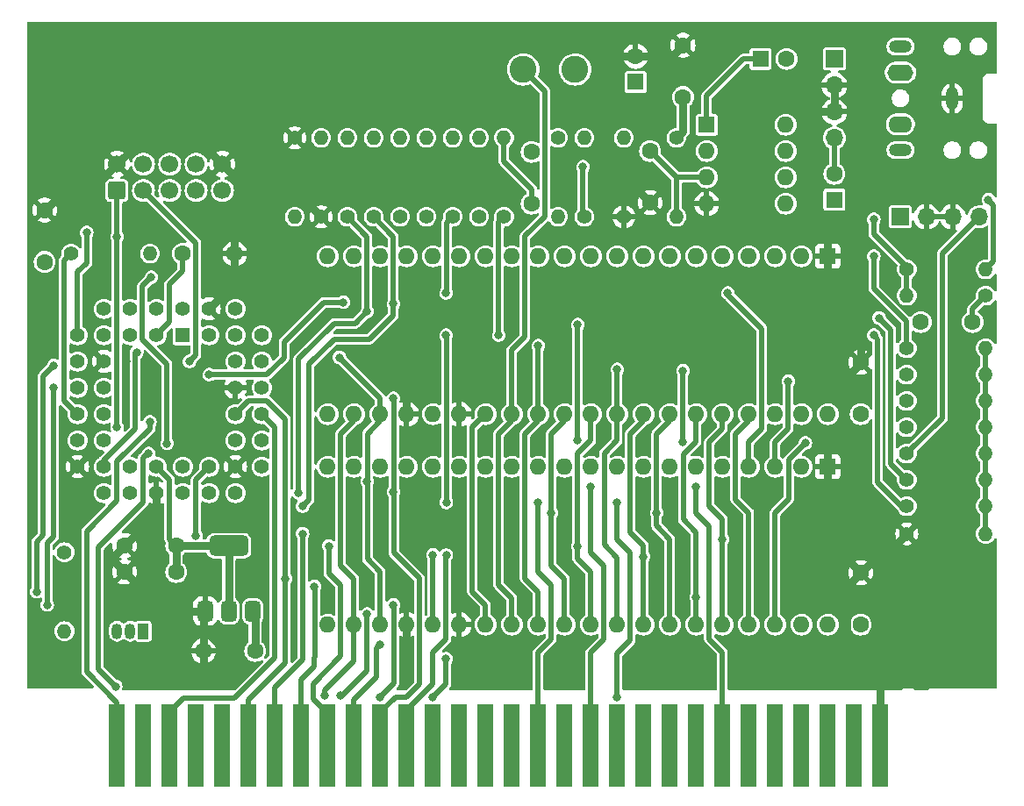
<source format=gtl>
%TF.GenerationSoftware,KiCad,Pcbnew,8.0.3*%
%TF.CreationDate,2024-07-04T14:48:40+07:00*%
%TF.ProjectId,TS_Ext_EPM3032,54535f45-7874-45f4-9550-4d333033322e,1.5*%
%TF.SameCoordinates,Original*%
%TF.FileFunction,Copper,L1,Top*%
%TF.FilePolarity,Positive*%
%FSLAX46Y46*%
G04 Gerber Fmt 4.6, Leading zero omitted, Abs format (unit mm)*
G04 Created by KiCad (PCBNEW 8.0.3) date 2024-07-04 14:48:40*
%MOMM*%
%LPD*%
G01*
G04 APERTURE LIST*
G04 Aperture macros list*
%AMRoundRect*
0 Rectangle with rounded corners*
0 $1 Rounding radius*
0 $2 $3 $4 $5 $6 $7 $8 $9 X,Y pos of 4 corners*
0 Add a 4 corners polygon primitive as box body*
4,1,4,$2,$3,$4,$5,$6,$7,$8,$9,$2,$3,0*
0 Add four circle primitives for the rounded corners*
1,1,$1+$1,$2,$3*
1,1,$1+$1,$4,$5*
1,1,$1+$1,$6,$7*
1,1,$1+$1,$8,$9*
0 Add four rect primitives between the rounded corners*
20,1,$1+$1,$2,$3,$4,$5,0*
20,1,$1+$1,$4,$5,$6,$7,0*
20,1,$1+$1,$6,$7,$8,$9,0*
20,1,$1+$1,$8,$9,$2,$3,0*%
G04 Aperture macros list end*
%TA.AperFunction,ComponentPad*%
%ADD10R,1.600000X1.600000*%
%TD*%
%TA.AperFunction,ComponentPad*%
%ADD11C,1.600000*%
%TD*%
%TA.AperFunction,ComponentPad*%
%ADD12R,1.050000X1.500000*%
%TD*%
%TA.AperFunction,ComponentPad*%
%ADD13O,1.050000X1.500000*%
%TD*%
%TA.AperFunction,ComponentPad*%
%ADD14C,1.400000*%
%TD*%
%TA.AperFunction,ComponentPad*%
%ADD15O,1.400000X1.400000*%
%TD*%
%TA.AperFunction,ComponentPad*%
%ADD16O,1.600000X1.600000*%
%TD*%
%TA.AperFunction,SMDPad,CuDef*%
%ADD17R,1.600000X8.000000*%
%TD*%
%TA.AperFunction,ComponentPad*%
%ADD18R,1.422400X1.422400*%
%TD*%
%TA.AperFunction,ComponentPad*%
%ADD19C,1.422400*%
%TD*%
%TA.AperFunction,ComponentPad*%
%ADD20O,2.200000X1.200000*%
%TD*%
%TA.AperFunction,ComponentPad*%
%ADD21O,2.300000X1.600000*%
%TD*%
%TA.AperFunction,ComponentPad*%
%ADD22O,1.200000X2.200000*%
%TD*%
%TA.AperFunction,ComponentPad*%
%ADD23O,2.500000X1.600000*%
%TD*%
%TA.AperFunction,ComponentPad*%
%ADD24RoundRect,0.250000X0.600000X-0.600000X0.600000X0.600000X-0.600000X0.600000X-0.600000X-0.600000X0*%
%TD*%
%TA.AperFunction,ComponentPad*%
%ADD25C,1.700000*%
%TD*%
%TA.AperFunction,ComponentPad*%
%ADD26C,2.600000*%
%TD*%
%TA.AperFunction,ComponentPad*%
%ADD27R,1.700000X1.700000*%
%TD*%
%TA.AperFunction,ComponentPad*%
%ADD28O,1.700000X1.700000*%
%TD*%
%TA.AperFunction,SMDPad,CuDef*%
%ADD29RoundRect,0.375000X0.375000X-0.625000X0.375000X0.625000X-0.375000X0.625000X-0.375000X-0.625000X0*%
%TD*%
%TA.AperFunction,SMDPad,CuDef*%
%ADD30RoundRect,0.500000X1.400000X-0.500000X1.400000X0.500000X-1.400000X0.500000X-1.400000X-0.500000X0*%
%TD*%
%TA.AperFunction,ViaPad*%
%ADD31C,0.800000*%
%TD*%
%TA.AperFunction,ViaPad*%
%ADD32C,1.000000*%
%TD*%
%TA.AperFunction,Conductor*%
%ADD33C,0.508000*%
%TD*%
%TA.AperFunction,Conductor*%
%ADD34C,0.762000*%
%TD*%
G04 APERTURE END LIST*
D10*
%TO.P,C14,1*%
%TO.N,Net-(C14-Pad1)*%
X106045000Y-42799000D03*
D11*
%TO.P,C14,2*%
%TO.N,/ROUT*%
X106045000Y-40299000D03*
%TD*%
D10*
%TO.P,C13,1*%
%TO.N,Net-(C13-Pad1)*%
X98933000Y-29210000D03*
D11*
%TO.P,C13,2*%
%TO.N,/LOUT*%
X101433000Y-29210000D03*
%TD*%
%TO.P,C4,1*%
%TO.N,+5V*%
X108585000Y-83820000D03*
%TO.P,C4,2*%
%TO.N,GND*%
X108585000Y-78820000D03*
%TD*%
D12*
%TO.P,Q1,1,C*%
%TO.N,+5V*%
X39370000Y-84455000D03*
D13*
%TO.P,Q1,2,B*%
%TO.N,Net-(Q1-B)*%
X38100000Y-84455000D03*
%TO.P,Q1,3,E*%
%TO.N,/~{IORQGE}*%
X36830000Y-84455000D03*
%TD*%
D14*
%TO.P,R21,1*%
%TO.N,/VCCA*%
X90805000Y-36830000D03*
D15*
%TO.P,R21,2*%
%TO.N,Net-(U5A-+)*%
X90805000Y-44450000D03*
%TD*%
D10*
%TO.P,U4,1,VSS*%
%TO.N,GND*%
X105410000Y-68580000D03*
D16*
%TO.P,U4,2,NC*%
%TO.N,unconnected-(U4-NC-Pad2)*%
X102870000Y-68580000D03*
%TO.P,U4,3,B*%
%TO.N,/YM_1_B*%
X100330000Y-68580000D03*
%TO.P,U4,4,A*%
%TO.N,/YM_1_A*%
X97790000Y-68580000D03*
%TO.P,U4,5,NC*%
%TO.N,unconnected-(U4-NC-Pad5)*%
X95250000Y-68580000D03*
%TO.P,U4,6,IOB7*%
%TO.N,unconnected-(U4-IOB7-Pad6)*%
X92710000Y-68580000D03*
%TO.P,U4,7,IOB6*%
%TO.N,unconnected-(U4-IOB6-Pad7)*%
X90170000Y-68580000D03*
%TO.P,U4,8,IOB5*%
%TO.N,unconnected-(U4-IOB5-Pad8)*%
X87630000Y-68580000D03*
%TO.P,U4,9,IOB4*%
%TO.N,unconnected-(U4-IOB4-Pad9)*%
X85090000Y-68580000D03*
%TO.P,U4,10,IOB3*%
%TO.N,unconnected-(U4-IOB3-Pad10)*%
X82550000Y-68580000D03*
%TO.P,U4,11,IOB2*%
%TO.N,unconnected-(U4-IOB2-Pad11)*%
X80010000Y-68580000D03*
%TO.P,U4,12,IOB1*%
%TO.N,unconnected-(U4-IOB1-Pad12)*%
X77470000Y-68580000D03*
%TO.P,U4,13,IOB0*%
%TO.N,unconnected-(U4-IOB0-Pad13)*%
X74930000Y-68580000D03*
%TO.P,U4,14,IOA7*%
%TO.N,unconnected-(U4-IOA7-Pad14)*%
X72390000Y-68580000D03*
%TO.P,U4,15,IOA6*%
%TO.N,unconnected-(U4-IOA6-Pad15)*%
X69850000Y-68580000D03*
%TO.P,U4,16,IOA5*%
%TO.N,unconnected-(U4-IOA5-Pad16)*%
X67310000Y-68580000D03*
%TO.P,U4,17,IOA4*%
%TO.N,unconnected-(U4-IOA4-Pad17)*%
X64770000Y-68580000D03*
%TO.P,U4,18,IOA3*%
%TO.N,unconnected-(U4-IOA3-Pad18)*%
X62230000Y-68580000D03*
%TO.P,U4,19,IOA2*%
%TO.N,unconnected-(U4-IOA2-Pad19)*%
X59690000Y-68580000D03*
%TO.P,U4,20,IOA1*%
%TO.N,unconnected-(U4-IOA1-Pad20)*%
X57150000Y-68580000D03*
%TO.P,U4,21,IOA0*%
%TO.N,unconnected-(U4-IOA0-Pad21)*%
X57150000Y-83820000D03*
%TO.P,U4,22,CLOCK*%
%TO.N,/CLK350*%
X59690000Y-83820000D03*
%TO.P,U4,23,~{RESET}*%
%TO.N,/~{RESET}*%
X62230000Y-83820000D03*
%TO.P,U4,24,~{A9}*%
%TO.N,GND*%
X64770000Y-83820000D03*
%TO.P,U4,25,A8*%
%TO.N,/A8_1*%
X67310000Y-83820000D03*
%TO.P,U4,26,~{SEL}*%
%TO.N,GND*%
X69850000Y-83820000D03*
%TO.P,U4,27,BDIR*%
%TO.N,/BDIR*%
X72390000Y-83820000D03*
%TO.P,U4,28,BC2*%
%TO.N,+5V*%
X74930000Y-83820000D03*
%TO.P,U4,29,BC1*%
%TO.N,/BC1*%
X77470000Y-83820000D03*
%TO.P,U4,30,DA7*%
%TO.N,/D7*%
X80010000Y-83820000D03*
%TO.P,U4,31,DA6*%
%TO.N,/D6*%
X82550000Y-83820000D03*
%TO.P,U4,32,DA5*%
%TO.N,/D5*%
X85090000Y-83820000D03*
%TO.P,U4,33,DA4*%
%TO.N,/D4*%
X87630000Y-83820000D03*
%TO.P,U4,34,DA3*%
%TO.N,/D3*%
X90170000Y-83820000D03*
%TO.P,U4,35,DA2*%
%TO.N,/D2*%
X92710000Y-83820000D03*
%TO.P,U4,36,DA1*%
%TO.N,/D1*%
X95250000Y-83820000D03*
%TO.P,U4,37,DA0*%
%TO.N,/D0*%
X97790000Y-83820000D03*
%TO.P,U4,38,C*%
%TO.N,/YM_1_C*%
X100330000Y-83820000D03*
%TO.P,U4,39,TEST1*%
%TO.N,unconnected-(U4-TEST1-Pad39)*%
X102870000Y-83820000D03*
%TO.P,U4,40,VCC*%
%TO.N,+5V*%
X105410000Y-83820000D03*
%TD*%
D17*
%TO.P,J3,a1,Pin_a1*%
%TO.N,/A15*%
X36830000Y-95478600D03*
%TO.P,J3,a2,Pin_a2*%
%TO.N,unconnected-(J3-Pin_a2-Pada2)*%
X39370000Y-95478600D03*
%TO.P,J3,a3,Pin_a3*%
%TO.N,/D7*%
X41910000Y-95478600D03*
%TO.P,J3,a4,Pin_a4*%
%TO.N,unconnected-(J3-Pin_a4-Pada4)*%
X44450000Y-95478600D03*
%TO.P,J3,a5,Pin_a5*%
%TO.N,unconnected-(J3-Pin_a5-Pada5)*%
X46990000Y-95478600D03*
%TO.P,J3,a6,Pin_a6*%
%TO.N,/D0*%
X49530000Y-95478600D03*
%TO.P,J3,a7,Pin_a7*%
%TO.N,/D1*%
X52070000Y-95478600D03*
%TO.P,J3,a8,Pin_a8*%
%TO.N,/D2*%
X54610000Y-95478600D03*
%TO.P,J3,a9,Pin_a9*%
%TO.N,/D6*%
X57150000Y-95478600D03*
%TO.P,J3,a10,Pin_a10*%
%TO.N,/D5*%
X59690000Y-95478600D03*
%TO.P,J3,a11,Pin_a11*%
%TO.N,/D3*%
X62230000Y-95478600D03*
%TO.P,J3,a12,Pin_a12*%
%TO.N,/D4*%
X64770000Y-95478600D03*
%TO.P,J3,a13,Pin_a13*%
%TO.N,unconnected-(J3-Pin_a13-Pada13)*%
X67310000Y-95478600D03*
%TO.P,J3,a14,Pin_a14*%
%TO.N,unconnected-(J3-Pin_a14-Pada14)*%
X69850000Y-95478600D03*
%TO.P,J3,a15,Pin_a15*%
%TO.N,unconnected-(J3-Pin_a15-Pada15)*%
X72390000Y-95478600D03*
%TO.P,J3,a16,Pin_a16*%
%TO.N,unconnected-(J3-Pin_a16-Pada16)*%
X74930000Y-95478600D03*
%TO.P,J3,a17,Pin_a17*%
%TO.N,/~{IORQ}*%
X77470000Y-95478600D03*
%TO.P,J3,a18,Pin_a18*%
%TO.N,unconnected-(J3-Pin_a18-Pada18)*%
X80010000Y-95478600D03*
%TO.P,J3,a19,Pin_a19*%
%TO.N,/~{WR}*%
X82550000Y-95478600D03*
%TO.P,J3,a20,Pin_a20*%
%TO.N,unconnected-(J3-Pin_a20-Pada20)*%
X85090000Y-95478600D03*
%TO.P,J3,a21,Pin_a21*%
%TO.N,unconnected-(J3-Pin_a21-Pada21)*%
X87630000Y-95478600D03*
%TO.P,J3,a22,Pin_a22*%
%TO.N,unconnected-(J3-Pin_a22-Pada22)*%
X90170000Y-95478600D03*
%TO.P,J3,a23,Pin_a23*%
%TO.N,unconnected-(J3-Pin_a23-Pada23)*%
X92710000Y-95478600D03*
%TO.P,J3,a24,Pin_a24*%
%TO.N,/~{M1}*%
X95250000Y-95478600D03*
%TO.P,J3,a25,Pin_a25*%
%TO.N,unconnected-(J3-Pin_a25-Pada25)*%
X97790000Y-95478600D03*
%TO.P,J3,a26,Pin_a26*%
%TO.N,unconnected-(J3-Pin_a26-Pada26)*%
X100330000Y-95478600D03*
%TO.P,J3,a27,Pin_a27*%
%TO.N,unconnected-(J3-Pin_a27-Pada27)*%
X102870000Y-95478600D03*
%TO.P,J3,a28,Pin_a28*%
%TO.N,unconnected-(J3-Pin_a28-Pada28)*%
X105410000Y-95478600D03*
%TO.P,J3,a29,Pin_a29*%
%TO.N,unconnected-(J3-Pin_a29-Pada29)*%
X107950000Y-95478600D03*
%TO.P,J3,a30,Pin_a30*%
%TO.N,GND*%
X110490000Y-95478600D03*
%TD*%
D14*
%TO.P,R2,1*%
%TO.N,GND*%
X53975000Y-36830000D03*
D15*
%TO.P,R2,2*%
%TO.N,/TCK*%
X53975000Y-44450000D03*
%TD*%
D14*
%TO.P,R16,1*%
%TO.N,/TAPEOUT*%
X113030000Y-72390000D03*
D15*
%TO.P,R16,2*%
%TO.N,Net-(C11-Pad2)*%
X120650000Y-72390000D03*
%TD*%
D18*
%TO.P,U1,1,I/GCLRn*%
%TO.N,unconnected-(U1-I{slash}GCLRn-Pad1)*%
X43180000Y-55880000D03*
D19*
%TO.P,U1,2,I/OE2*%
%TO.N,unconnected-(U1-I{slash}OE2-Pad2)*%
X40640000Y-53340000D03*
%TO.P,U1,3,VCCINT*%
%TO.N,+3.3V*%
X40640000Y-55880000D03*
%TO.P,U1,4,IO*%
%TO.N,/~{RESET}*%
X38100000Y-53340000D03*
%TO.P,U1,5,IO*%
%TO.N,/D4*%
X38100000Y-55880000D03*
%TO.P,U1,6,IO*%
%TO.N,/~{IORQ}*%
X35560000Y-53340000D03*
%TO.P,U1,7,TDI*%
%TO.N,/TDI*%
X33020000Y-55880000D03*
%TO.P,U1,8,IO*%
%TO.N,/~{M1}*%
X35560000Y-55880000D03*
%TO.P,U1,9,IO*%
%TO.N,/A1*%
X33020000Y-58420000D03*
%TO.P,U1,10,GNDIO*%
%TO.N,GND*%
X35560000Y-58420000D03*
%TO.P,U1,11,IO*%
%TO.N,/A0*%
X33020000Y-60960000D03*
%TO.P,U1,12,IO*%
%TO.N,/~{WR}*%
X35560000Y-60960000D03*
%TO.P,U1,13,TMS*%
%TO.N,/TMS*%
X33020000Y-63500000D03*
%TO.P,U1,14,IO*%
%TO.N,/BDIR*%
X35560000Y-63500000D03*
%TO.P,U1,15,VCCIO*%
%TO.N,+3.3V*%
X33020000Y-66040000D03*
%TO.P,U1,16,IO*%
%TO.N,/BC1*%
X35560000Y-66040000D03*
%TO.P,U1,17,GNDIO*%
%TO.N,GND*%
X33020000Y-68580000D03*
%TO.P,U1,18,IO*%
%TO.N,unconnected-(U1-IO-Pad18)*%
X35560000Y-71120000D03*
%TO.P,U1,19,IO*%
%TO.N,/A8_0*%
X35560000Y-68580000D03*
%TO.P,U1,20,IO*%
%TO.N,/A8_1*%
X38100000Y-71120000D03*
%TO.P,U1,21,IO*%
%TO.N,/BEEPER*%
X38100000Y-68580000D03*
%TO.P,U1,22,GNDINT*%
%TO.N,GND*%
X40640000Y-71120000D03*
%TO.P,U1,23,VCCINT*%
%TO.N,+3.3V*%
X40640000Y-68580000D03*
%TO.P,U1,24,IO*%
%TO.N,/TAPEOUT*%
X43180000Y-71120000D03*
%TO.P,U1,25,IO*%
%TO.N,unconnected-(U1-IO-Pad25)*%
X43180000Y-68580000D03*
%TO.P,U1,26,IO*%
%TO.N,unconnected-(U1-IO-Pad26)*%
X45720000Y-71120000D03*
%TO.P,U1,27,IO*%
%TO.N,/~{IORQGE33}*%
X45720000Y-68580000D03*
%TO.P,U1,28,IO*%
%TO.N,unconnected-(U1-IO-Pad28)*%
X48260000Y-71120000D03*
%TO.P,U1,29,IO*%
%TO.N,/A14*%
X50800000Y-68580000D03*
%TO.P,U1,30,GNDIO*%
%TO.N,GND*%
X48260000Y-68580000D03*
%TO.P,U1,31,IO*%
%TO.N,/A15*%
X50800000Y-66040000D03*
%TO.P,U1,32,TCK*%
%TO.N,/TCK*%
X48260000Y-66040000D03*
%TO.P,U1,33,IO*%
%TO.N,/D7*%
X50800000Y-63500000D03*
%TO.P,U1,34,IO*%
%TO.N,/D0*%
X48260000Y-63500000D03*
%TO.P,U1,35,VCCIO*%
%TO.N,+3.3V*%
X50800000Y-60960000D03*
%TO.P,U1,36,GNDIO*%
%TO.N,GND*%
X48260000Y-60960000D03*
%TO.P,U1,37,IO*%
%TO.N,unconnected-(U1-IO-Pad37)*%
X50800000Y-58420000D03*
%TO.P,U1,38,TDO*%
%TO.N,/TDO*%
X48260000Y-58420000D03*
%TO.P,U1,39,IO*%
%TO.N,/D6*%
X50800000Y-55880000D03*
%TO.P,U1,40,IO*%
%TO.N,/D5*%
X48260000Y-53340000D03*
%TO.P,U1,41,IO*%
%TO.N,/D3*%
X48260000Y-55880000D03*
%TO.P,U1,42,GNDINT*%
%TO.N,GND*%
X45720000Y-53340000D03*
%TO.P,U1,43,I/GCLK1*%
%TO.N,unconnected-(U1-I{slash}GCLK1-Pad43)*%
X45720000Y-55880000D03*
%TO.P,U1,44,I/OE1*%
%TO.N,unconnected-(U1-I{slash}OE1-Pad44)*%
X43180000Y-53340000D03*
%TD*%
D14*
%TO.P,R22,1*%
%TO.N,GND*%
X85725000Y-44450000D03*
D15*
%TO.P,R22,2*%
%TO.N,Net-(U5A-+)*%
X85725000Y-36830000D03*
%TD*%
D11*
%TO.P,C8,1*%
%TO.N,+3.3V*%
X29845000Y-48815000D03*
%TO.P,C8,2*%
%TO.N,GND*%
X29845000Y-43815000D03*
%TD*%
D14*
%TO.P,R25,1*%
%TO.N,/~{IORQGE33}*%
X31750000Y-76835000D03*
D15*
%TO.P,R25,2*%
%TO.N,Net-(Q1-B)*%
X31750000Y-84455000D03*
%TD*%
D10*
%TO.P,U5,1*%
%TO.N,Net-(C13-Pad1)*%
X93726000Y-35560000D03*
D16*
%TO.P,U5,2,-*%
%TO.N,Net-(U5A--)*%
X93726000Y-38100000D03*
%TO.P,U5,3,+*%
%TO.N,Net-(U5A-+)*%
X93726000Y-40640000D03*
%TO.P,U5,4,V-*%
%TO.N,GND*%
X93726000Y-43180000D03*
%TO.P,U5,5,+*%
%TO.N,Net-(U5A-+)*%
X101346000Y-43180000D03*
%TO.P,U5,6,-*%
%TO.N,Net-(U5B--)*%
X101346000Y-40640000D03*
%TO.P,U5,7*%
%TO.N,Net-(C14-Pad1)*%
X101346000Y-38100000D03*
%TO.P,U5,8,V+*%
%TO.N,/VCCA*%
X101346000Y-35560000D03*
%TD*%
D20*
%TO.P,J5,R*%
%TO.N,/ROUT*%
X112420000Y-38020000D03*
D21*
%TO.P,J5,RN*%
%TO.N,unconnected-(J5-PadRN)*%
X112420000Y-35520000D03*
D22*
%TO.P,J5,S*%
%TO.N,GND*%
X117420000Y-33020000D03*
D20*
%TO.P,J5,T*%
%TO.N,/LOUT*%
X112420000Y-28020000D03*
D23*
%TO.P,J5,TN*%
%TO.N,unconnected-(J5-PadTN)*%
X112420000Y-30520000D03*
%TD*%
D24*
%TO.P,J1,1,Pin_1*%
%TO.N,/TCK*%
X36830000Y-41910000D03*
D25*
%TO.P,J1,2,Pin_2*%
%TO.N,GND*%
X36830000Y-39370000D03*
%TO.P,J1,3,Pin_3*%
%TO.N,/TDO*%
X39370000Y-41910000D03*
%TO.P,J1,4,Pin_4*%
%TO.N,+3.3V*%
X39370000Y-39370000D03*
%TO.P,J1,5,Pin_5*%
%TO.N,/TMS*%
X41910000Y-41910000D03*
%TO.P,J1,6,Pin_6*%
%TO.N,unconnected-(J1-Pin_6-Pad6)*%
X41910000Y-39370000D03*
%TO.P,J1,7,Pin_7*%
%TO.N,unconnected-(J1-Pin_7-Pad7)*%
X44450000Y-41910000D03*
%TO.P,J1,8,Pin_8*%
%TO.N,unconnected-(J1-Pin_8-Pad8)*%
X44450000Y-39370000D03*
%TO.P,J1,9,Pin_9*%
%TO.N,/TDI*%
X46990000Y-41910000D03*
%TO.P,J1,10,Pin_10*%
%TO.N,GND*%
X46990000Y-39370000D03*
%TD*%
D14*
%TO.P,R24,1*%
%TO.N,Net-(U5B--)*%
X113030000Y-49530000D03*
D15*
%TO.P,R24,2*%
%TO.N,Net-(C14-Pad1)*%
X120650000Y-49530000D03*
%TD*%
D26*
%TO.P,L1,1,1*%
%TO.N,/VCCA*%
X81026000Y-30226000D03*
%TO.P,L1,2,2*%
%TO.N,+5V*%
X76026000Y-30226000D03*
%TD*%
D14*
%TO.P,R11,1*%
%TO.N,/YM_1_B*%
X113030000Y-59690000D03*
D15*
%TO.P,R11,2*%
%TO.N,Net-(C11-Pad2)*%
X120650000Y-59690000D03*
%TD*%
D10*
%TO.P,U3,1,VSS*%
%TO.N,GND*%
X105410000Y-48260000D03*
D16*
%TO.P,U3,2,NC*%
%TO.N,unconnected-(U3-NC-Pad2)*%
X102870000Y-48260000D03*
%TO.P,U3,3,B*%
%TO.N,/YM_0_B*%
X100330000Y-48260000D03*
%TO.P,U3,4,A*%
%TO.N,/YM_0_A*%
X97790000Y-48260000D03*
%TO.P,U3,5,NC*%
%TO.N,unconnected-(U3-NC-Pad5)*%
X95250000Y-48260000D03*
%TO.P,U3,6,IOB7*%
%TO.N,unconnected-(U3-IOB7-Pad6)*%
X92710000Y-48260000D03*
%TO.P,U3,7,IOB6*%
%TO.N,unconnected-(U3-IOB6-Pad7)*%
X90170000Y-48260000D03*
%TO.P,U3,8,IOB5*%
%TO.N,unconnected-(U3-IOB5-Pad8)*%
X87630000Y-48260000D03*
%TO.P,U3,9,IOB4*%
%TO.N,unconnected-(U3-IOB4-Pad9)*%
X85090000Y-48260000D03*
%TO.P,U3,10,IOB3*%
%TO.N,unconnected-(U3-IOB3-Pad10)*%
X82550000Y-48260000D03*
%TO.P,U3,11,IOB2*%
%TO.N,unconnected-(U3-IOB2-Pad11)*%
X80010000Y-48260000D03*
%TO.P,U3,12,IOB1*%
%TO.N,unconnected-(U3-IOB1-Pad12)*%
X77470000Y-48260000D03*
%TO.P,U3,13,IOB0*%
%TO.N,unconnected-(U3-IOB0-Pad13)*%
X74930000Y-48260000D03*
%TO.P,U3,14,IOA7*%
%TO.N,unconnected-(U3-IOA7-Pad14)*%
X72390000Y-48260000D03*
%TO.P,U3,15,IOA6*%
%TO.N,unconnected-(U3-IOA6-Pad15)*%
X69850000Y-48260000D03*
%TO.P,U3,16,IOA5*%
%TO.N,unconnected-(U3-IOA5-Pad16)*%
X67310000Y-48260000D03*
%TO.P,U3,17,IOA4*%
%TO.N,unconnected-(U3-IOA4-Pad17)*%
X64770000Y-48260000D03*
%TO.P,U3,18,IOA3*%
%TO.N,unconnected-(U3-IOA3-Pad18)*%
X62230000Y-48260000D03*
%TO.P,U3,19,IOA2*%
%TO.N,unconnected-(U3-IOA2-Pad19)*%
X59690000Y-48260000D03*
%TO.P,U3,20,IOA1*%
%TO.N,unconnected-(U3-IOA1-Pad20)*%
X57150000Y-48260000D03*
%TO.P,U3,21,IOA0*%
%TO.N,unconnected-(U3-IOA0-Pad21)*%
X57150000Y-63500000D03*
%TO.P,U3,22,CLOCK*%
%TO.N,/CLK350*%
X59690000Y-63500000D03*
%TO.P,U3,23,~{RESET}*%
%TO.N,/~{RESET}*%
X62230000Y-63500000D03*
%TO.P,U3,24,~{A9}*%
%TO.N,GND*%
X64770000Y-63500000D03*
%TO.P,U3,25,A8*%
%TO.N,/A8_0*%
X67310000Y-63500000D03*
%TO.P,U3,26,~{SEL}*%
%TO.N,GND*%
X69850000Y-63500000D03*
%TO.P,U3,27,BDIR*%
%TO.N,/BDIR*%
X72390000Y-63500000D03*
%TO.P,U3,28,BC2*%
%TO.N,+5V*%
X74930000Y-63500000D03*
%TO.P,U3,29,BC1*%
%TO.N,/BC1*%
X77470000Y-63500000D03*
%TO.P,U3,30,DA7*%
%TO.N,/D7*%
X80010000Y-63500000D03*
%TO.P,U3,31,DA6*%
%TO.N,/D6*%
X82550000Y-63500000D03*
%TO.P,U3,32,DA5*%
%TO.N,/D5*%
X85090000Y-63500000D03*
%TO.P,U3,33,DA4*%
%TO.N,/D4*%
X87630000Y-63500000D03*
%TO.P,U3,34,DA3*%
%TO.N,/D3*%
X90170000Y-63500000D03*
%TO.P,U3,35,DA2*%
%TO.N,/D2*%
X92710000Y-63500000D03*
%TO.P,U3,36,DA1*%
%TO.N,/D1*%
X95250000Y-63500000D03*
%TO.P,U3,37,DA0*%
%TO.N,/D0*%
X97790000Y-63500000D03*
%TO.P,U3,38,C*%
%TO.N,/YM_0_C*%
X100330000Y-63500000D03*
%TO.P,U3,39,TEST1*%
%TO.N,unconnected-(U3-TEST1-Pad39)*%
X102870000Y-63500000D03*
%TO.P,U3,40,VCC*%
%TO.N,+5V*%
X105410000Y-63500000D03*
%TD*%
D27*
%TO.P,J4,1,Pin_1*%
%TO.N,/LOUT*%
X106045000Y-29220000D03*
D28*
%TO.P,J4,2,Pin_2*%
%TO.N,GND*%
X106045000Y-31760000D03*
%TO.P,J4,3,Pin_3*%
X106045000Y-34300000D03*
%TO.P,J4,4,Pin_4*%
%TO.N,/ROUT*%
X106045000Y-36840000D03*
%TD*%
D11*
%TO.P,C5,1*%
%TO.N,+5V*%
X50165000Y-86360000D03*
%TO.P,C5,2*%
%TO.N,GND*%
X45165000Y-86360000D03*
%TD*%
D10*
%TO.P,C1,1*%
%TO.N,/VCCA*%
X86868000Y-31431113D03*
D11*
%TO.P,C1,2*%
%TO.N,GND*%
X86868000Y-28931113D03*
%TD*%
D14*
%TO.P,R8,1*%
%TO.N,/YM_0_B*%
X71755000Y-44450000D03*
D15*
%TO.P,R8,2*%
%TO.N,Net-(C10-Pad1)*%
X71755000Y-36830000D03*
%TD*%
D14*
%TO.P,R12,1*%
%TO.N,/YM_0_C*%
X113030000Y-62230000D03*
D15*
%TO.P,R12,2*%
%TO.N,Net-(C11-Pad2)*%
X120650000Y-62230000D03*
%TD*%
D14*
%TO.P,R13,1*%
%TO.N,/YM_1_C*%
X113030000Y-64770000D03*
D15*
%TO.P,R13,2*%
%TO.N,Net-(C11-Pad2)*%
X120650000Y-64770000D03*
%TD*%
D11*
%TO.P,C6,1*%
%TO.N,+3.3V*%
X42545000Y-78740000D03*
%TO.P,C6,2*%
%TO.N,GND*%
X37545000Y-78740000D03*
%TD*%
%TO.P,C9,1*%
%TO.N,+3.3V*%
X42545000Y-76200000D03*
%TO.P,C9,2*%
%TO.N,GND*%
X37545000Y-76200000D03*
%TD*%
D14*
%TO.P,R18,1*%
%TO.N,GND*%
X56515000Y-44450000D03*
D15*
%TO.P,R18,2*%
%TO.N,Net-(C10-Pad1)*%
X56515000Y-36830000D03*
%TD*%
D14*
%TO.P,R15,1*%
%TO.N,/BEEPER*%
X113030000Y-69850000D03*
D15*
%TO.P,R15,2*%
%TO.N,Net-(C11-Pad2)*%
X120650000Y-69850000D03*
%TD*%
D11*
%TO.P,C7,1*%
%TO.N,+3.3V*%
X43180000Y-48006000D03*
%TO.P,C7,2*%
%TO.N,GND*%
X48180000Y-48006000D03*
%TD*%
D29*
%TO.P,U2,1,GND*%
%TO.N,GND*%
X45325000Y-82525000D03*
%TO.P,U2,2,VO*%
%TO.N,+3.3V*%
X47625000Y-82525000D03*
D30*
X47625000Y-76225000D03*
D29*
%TO.P,U2,3,VI*%
%TO.N,+5V*%
X49925000Y-82525000D03*
%TD*%
D11*
%TO.P,C12,1*%
%TO.N,Net-(U5A-+)*%
X88265000Y-38100000D03*
%TO.P,C12,2*%
%TO.N,GND*%
X88265000Y-43100000D03*
%TD*%
D14*
%TO.P,R9,1*%
%TO.N,/YM_1_B*%
X74168000Y-44450000D03*
D15*
%TO.P,R9,2*%
%TO.N,Net-(C10-Pad1)*%
X74168000Y-36830000D03*
%TD*%
D14*
%TO.P,R7,1*%
%TO.N,/YM_1_A*%
X69215000Y-44450000D03*
D15*
%TO.P,R7,2*%
%TO.N,Net-(C10-Pad1)*%
X69215000Y-36830000D03*
%TD*%
D14*
%TO.P,R6,1*%
%TO.N,/YM_0_A*%
X66675000Y-44450000D03*
D15*
%TO.P,R6,2*%
%TO.N,Net-(C10-Pad1)*%
X66675000Y-36830000D03*
%TD*%
D11*
%TO.P,C2,1*%
%TO.N,/VCCA*%
X91440000Y-32893000D03*
%TO.P,C2,2*%
%TO.N,GND*%
X91440000Y-27893000D03*
%TD*%
%TO.P,C11,1*%
%TO.N,Net-(C11-Pad1)*%
X119380000Y-54610000D03*
%TO.P,C11,2*%
%TO.N,Net-(C11-Pad2)*%
X114380000Y-54610000D03*
%TD*%
D14*
%TO.P,R14,1*%
%TO.N,/CDINR*%
X113030000Y-67310000D03*
D15*
%TO.P,R14,2*%
%TO.N,Net-(C11-Pad2)*%
X120650000Y-67310000D03*
%TD*%
D14*
%TO.P,R4,1*%
%TO.N,/BEEPER*%
X61595000Y-44450000D03*
D15*
%TO.P,R4,2*%
%TO.N,Net-(C10-Pad1)*%
X61595000Y-36830000D03*
%TD*%
D11*
%TO.P,C3,1*%
%TO.N,+5V*%
X108585000Y-63500000D03*
%TO.P,C3,2*%
%TO.N,GND*%
X108585000Y-58500000D03*
%TD*%
D14*
%TO.P,R23,1*%
%TO.N,Net-(U5A--)*%
X81915000Y-44450000D03*
D15*
%TO.P,R23,2*%
%TO.N,Net-(C13-Pad1)*%
X81915000Y-36830000D03*
%TD*%
D14*
%TO.P,R10,1*%
%TO.N,/YM_0_B*%
X113030000Y-57150000D03*
D15*
%TO.P,R10,2*%
%TO.N,Net-(C11-Pad2)*%
X120650000Y-57150000D03*
%TD*%
D27*
%TO.P,J2,1,Pin_1*%
%TO.N,/CDINL*%
X112395000Y-44450000D03*
D28*
%TO.P,J2,2,Pin_2*%
%TO.N,GND*%
X114935000Y-44450000D03*
%TO.P,J2,3,Pin_3*%
X117475000Y-44450000D03*
%TO.P,J2,4,Pin_4*%
%TO.N,/CDINR*%
X120015000Y-44450000D03*
%TD*%
D14*
%TO.P,R3,1*%
%TO.N,/TAPEOUT*%
X59055000Y-44450000D03*
D15*
%TO.P,R3,2*%
%TO.N,Net-(C10-Pad1)*%
X59055000Y-36830000D03*
%TD*%
D14*
%TO.P,R17,1*%
%TO.N,GND*%
X113030000Y-75057000D03*
D15*
%TO.P,R17,2*%
%TO.N,Net-(C11-Pad2)*%
X120650000Y-75057000D03*
%TD*%
D14*
%TO.P,R1,1*%
%TO.N,/TMS*%
X32385000Y-48006000D03*
D15*
%TO.P,R1,2*%
%TO.N,+3.3V*%
X40005000Y-48006000D03*
%TD*%
D14*
%TO.P,R5,1*%
%TO.N,/CDINL*%
X64135000Y-44450000D03*
D15*
%TO.P,R5,2*%
%TO.N,Net-(C10-Pad1)*%
X64135000Y-36830000D03*
%TD*%
D14*
%TO.P,R20,1*%
%TO.N,Net-(C11-Pad1)*%
X120650000Y-52070000D03*
D15*
%TO.P,R20,2*%
%TO.N,Net-(U5B--)*%
X113030000Y-52070000D03*
%TD*%
D14*
%TO.P,R19,1*%
%TO.N,Net-(C10-Pad2)*%
X79375000Y-36830000D03*
D15*
%TO.P,R19,2*%
%TO.N,Net-(U5A--)*%
X79375000Y-44450000D03*
%TD*%
D11*
%TO.P,C10,1*%
%TO.N,Net-(C10-Pad1)*%
X76835000Y-43180000D03*
%TO.P,C10,2*%
%TO.N,Net-(C10-Pad2)*%
X76835000Y-38180000D03*
%TD*%
D31*
%TO.N,GND*%
X110490000Y-89535000D03*
X70485000Y-43180000D03*
X40640000Y-29210000D03*
X99060000Y-80645000D03*
X81280000Y-86360000D03*
X91440000Y-86360000D03*
X66040000Y-72136000D03*
X40640000Y-34290000D03*
X62230000Y-71882000D03*
X71120000Y-29210000D03*
X71120000Y-39370000D03*
X102870000Y-80645000D03*
X119380000Y-73660000D03*
X83185000Y-61468000D03*
X62230000Y-51689000D03*
X119380000Y-58420000D03*
X46609000Y-63754000D03*
X40005000Y-58547000D03*
D32*
X46355000Y-89535000D03*
D31*
X30480000Y-34290000D03*
X56515000Y-73025000D03*
X60452000Y-33909000D03*
X50800000Y-29210000D03*
X99695000Y-26670000D03*
X30480000Y-29210000D03*
X93980000Y-59055000D03*
D32*
X64897000Y-50165000D03*
D31*
X59690000Y-71374000D03*
X88900000Y-86360000D03*
X39370000Y-88900000D03*
X101600000Y-86360000D03*
X114300000Y-80645000D03*
X30480000Y-87630000D03*
X99949000Y-30861000D03*
X114300000Y-68580000D03*
X62103000Y-46482000D03*
X99060000Y-43180000D03*
X96520000Y-36830000D03*
X60960000Y-29210000D03*
X37719000Y-58420000D03*
X119380000Y-50800000D03*
X50800000Y-34290000D03*
X60960000Y-39370000D03*
X79121000Y-56896000D03*
X73660000Y-86360000D03*
X90170000Y-70485000D03*
X104775000Y-51435000D03*
X96520000Y-86360000D03*
X70739000Y-34036000D03*
D32*
X64730773Y-89495773D03*
D31*
X104140000Y-57150000D03*
%TO.N,Net-(C14-Pad1)*%
X120904000Y-42799000D03*
%TO.N,/TCK*%
X36830000Y-64770000D03*
X36830000Y-46355000D03*
%TO.N,/TDO*%
X43815000Y-58420000D03*
%TO.N,/TDI*%
X33909000Y-45974000D03*
%TO.N,/~{IORQGE}*%
X68580000Y-87122000D03*
X67310000Y-90805000D03*
%TO.N,/TAPEOUT*%
X60960000Y-53594000D03*
X109855000Y-55880000D03*
X54356000Y-71120000D03*
%TO.N,/BEEPER*%
X110363000Y-54229000D03*
X54737000Y-72390000D03*
X63500000Y-52832000D03*
%TO.N,/~{RESET}*%
X60960000Y-69977000D03*
X85090000Y-90805000D03*
X58293000Y-58039000D03*
X85090000Y-72009000D03*
%TO.N,/D4*%
X68596000Y-77105000D03*
X87630000Y-77251500D03*
%TO.N,/~{IORQ}*%
X68596000Y-72025000D03*
X68580000Y-55880000D03*
X77470000Y-72009000D03*
%TO.N,/~{M1}*%
X91440000Y-59309000D03*
X92710000Y-70485000D03*
X91440000Y-66167000D03*
%TO.N,/A1*%
X62230000Y-90805000D03*
X63500000Y-81915000D03*
X29083000Y-80645000D03*
X30734000Y-58801000D03*
%TO.N,/A0*%
X30734000Y-60960000D03*
X58420000Y-90678000D03*
X30099000Y-81915000D03*
X60960000Y-82804000D03*
%TO.N,/~{WR}*%
X81280000Y-54864000D03*
X58674000Y-52705000D03*
X45720000Y-59690000D03*
X82550000Y-70485000D03*
X81280000Y-66040000D03*
%TO.N,/BC1*%
X40132000Y-50292000D03*
X41656000Y-66331500D03*
X77470000Y-56896000D03*
%TO.N,/A8_0*%
X38735000Y-57531000D03*
%TO.N,/A8_1*%
X67310000Y-77089000D03*
%TO.N,/A14*%
X36703000Y-89789000D03*
X39878000Y-67310000D03*
%TO.N,/A15*%
X40005000Y-64262000D03*
%TO.N,/D7*%
X78740000Y-73025000D03*
%TO.N,/D0*%
X53086000Y-79375000D03*
%TO.N,/D6*%
X81280000Y-76237500D03*
X57277000Y-76235500D03*
%TO.N,/D5*%
X85090000Y-59182000D03*
X62230000Y-85725000D03*
%TO.N,/D3*%
X63500000Y-70993000D03*
X88900000Y-73025000D03*
X63500000Y-61976000D03*
%TO.N,/CLK350*%
X56896000Y-90678000D03*
%TO.N,/D2*%
X92710000Y-81153000D03*
X55880000Y-80137000D03*
%TO.N,/D1*%
X54737000Y-75057000D03*
X95250000Y-75565000D03*
%TO.N,/YM_0_B*%
X109855000Y-48260000D03*
%TO.N,/YM_1_A*%
X68580000Y-51816000D03*
X95758000Y-51816000D03*
%TO.N,/YM_1_B*%
X73660000Y-55880000D03*
X101600000Y-60325000D03*
%TO.N,/YM_1_C*%
X103251000Y-66294000D03*
%TO.N,Net-(U5A--)*%
X81788000Y-39624000D03*
%TO.N,Net-(U5B--)*%
X109855000Y-44704000D03*
%TO.N,/~{IORQGE33}*%
X44450000Y-75219500D03*
%TD*%
D33*
%TO.N,Net-(C13-Pad1)*%
X93726000Y-32766000D02*
X93726000Y-35560000D01*
X97282000Y-29210000D02*
X93726000Y-32766000D01*
X98933000Y-29210000D02*
X97282000Y-29210000D01*
%TO.N,Net-(C14-Pad1)*%
X121412000Y-43307000D02*
X121412000Y-48768000D01*
X120904000Y-42799000D02*
X121412000Y-43307000D01*
X121412000Y-48768000D02*
X120650000Y-49530000D01*
%TO.N,/ROUT*%
X106045000Y-40299000D02*
X106045000Y-36840000D01*
%TO.N,Net-(U5B--)*%
X109855000Y-44704000D02*
X109855000Y-46101000D01*
X109855000Y-46101000D02*
X113030000Y-49276000D01*
D34*
%TO.N,/VCCA*%
X91440000Y-32893000D02*
X91440000Y-36195000D01*
X91440000Y-36195000D02*
X90805000Y-36830000D01*
D33*
%TO.N,GND*%
X44554800Y-60960000D02*
X48260000Y-60960000D01*
D34*
X104013000Y-45085000D02*
X104013000Y-34798000D01*
D33*
X33020000Y-68580000D02*
X34290000Y-67310000D01*
D34*
X36830000Y-39370000D02*
X34544000Y-41656000D01*
X48180000Y-50880000D02*
X48180000Y-48006000D01*
X110570000Y-76835000D02*
X108585000Y-78820000D01*
X88265000Y-43100000D02*
X84328000Y-39163000D01*
X105410000Y-48260000D02*
X105410000Y-46482000D01*
X111252000Y-76835000D02*
X110570000Y-76835000D01*
X110490000Y-95478600D02*
X110490000Y-89535000D01*
D33*
X46990000Y-54610000D02*
X46990000Y-56724600D01*
D34*
X86868000Y-28931113D02*
X90401887Y-28931113D01*
X64765000Y-57155000D02*
X64765000Y-63495000D01*
X106045000Y-31760000D02*
X106045000Y-34300000D01*
X104511000Y-34300000D02*
X106045000Y-34300000D01*
X45720000Y-53340000D02*
X48180000Y-50880000D01*
D33*
X34290000Y-67310000D02*
X34290000Y-59690000D01*
X46990000Y-56724600D02*
X44554800Y-59159800D01*
D34*
X64730773Y-89495773D02*
X64770000Y-89456546D01*
X46355000Y-89535000D02*
X45165000Y-88345000D01*
X105410000Y-68580000D02*
X105410000Y-66294000D01*
X36449000Y-77644000D02*
X36449000Y-77296000D01*
X85114887Y-28931113D02*
X86868000Y-28931113D01*
X32004000Y-41656000D02*
X29845000Y-43815000D01*
X48180000Y-46435000D02*
X48895000Y-45720000D01*
X37545000Y-76200000D02*
X40640000Y-73105000D01*
X45165000Y-88345000D02*
X45165000Y-82685000D01*
X105410000Y-66294000D02*
X107061000Y-64643000D01*
X41330000Y-82525000D02*
X37545000Y-78740000D01*
X113030000Y-75057000D02*
X111252000Y-76835000D01*
X108585000Y-78780000D02*
X105410000Y-75605000D01*
X105410000Y-50038000D02*
X105410000Y-48260000D01*
X56515000Y-44450000D02*
X53340000Y-41275000D01*
X64897000Y-50165000D02*
X64770000Y-50292000D01*
X84328000Y-29718000D02*
X85114887Y-28931113D01*
X64770000Y-50292000D02*
X64770000Y-57150000D01*
X64770000Y-89456546D02*
X64770000Y-83820000D01*
X48180000Y-48006000D02*
X48180000Y-46435000D01*
X48895000Y-45720000D02*
X48895000Y-41275000D01*
D33*
X34290000Y-59690000D02*
X35560000Y-58420000D01*
D34*
X108585000Y-53213000D02*
X105410000Y-50038000D01*
D33*
X44554800Y-64874800D02*
X48260000Y-68580000D01*
D34*
X105410000Y-75605000D02*
X105410000Y-68580000D01*
X37545000Y-78740000D02*
X36449000Y-77644000D01*
X107061000Y-60071000D02*
X108585000Y-58547000D01*
X53340000Y-41275000D02*
X48895000Y-41275000D01*
X104013000Y-34798000D02*
X104511000Y-34300000D01*
D33*
X44554800Y-59159800D02*
X44554800Y-64874800D01*
D34*
X36449000Y-77296000D02*
X37545000Y-76200000D01*
X107061000Y-64643000D02*
X107061000Y-60071000D01*
X84328000Y-39163000D02*
X84328000Y-29718000D01*
X108585000Y-89535000D02*
X107204000Y-88154000D01*
X107204000Y-80161000D02*
X108585000Y-78780000D01*
X38735000Y-37465000D02*
X45085000Y-37465000D01*
X64770000Y-57150000D02*
X64765000Y-57155000D01*
X90401887Y-28931113D02*
X91440000Y-27893000D01*
D33*
X45720000Y-53340000D02*
X46990000Y-54610000D01*
D34*
X34544000Y-41656000D02*
X32004000Y-41656000D01*
X45325000Y-82525000D02*
X41330000Y-82525000D01*
X45085000Y-37465000D02*
X46990000Y-39370000D01*
X107204000Y-88154000D02*
X107204000Y-80161000D01*
X40640000Y-73105000D02*
X40640000Y-71120000D01*
X36830000Y-39370000D02*
X38735000Y-37465000D01*
X110490000Y-89535000D02*
X108585000Y-89535000D01*
X48895000Y-41275000D02*
X46990000Y-39370000D01*
X105410000Y-46482000D02*
X104013000Y-45085000D01*
X108585000Y-58500000D02*
X108585000Y-53213000D01*
D33*
%TO.N,+5V*%
X74930000Y-81280000D02*
X73660000Y-80010000D01*
X76184000Y-46339000D02*
X78094000Y-44429000D01*
D34*
X50165000Y-86360000D02*
X50165000Y-82765000D01*
D33*
X78094000Y-32294000D02*
X76026000Y-30226000D01*
X74930000Y-83810000D02*
X74930000Y-81280000D01*
X78094000Y-44429000D02*
X78094000Y-32294000D01*
X74925000Y-64140000D02*
X74925000Y-63495000D01*
X74930000Y-57277000D02*
X76184000Y-56023000D01*
X76184000Y-56023000D02*
X76184000Y-46339000D01*
X74930000Y-63500000D02*
X74930000Y-57277000D01*
X73660000Y-80010000D02*
X73660000Y-65405000D01*
X73660000Y-65405000D02*
X74925000Y-64140000D01*
%TO.N,+3.3V*%
X41910000Y-75565000D02*
X41910000Y-69850000D01*
D34*
X42545000Y-76200000D02*
X42545000Y-78740000D01*
D33*
X42545000Y-76200000D02*
X41910000Y-75565000D01*
X43180000Y-48006000D02*
X43180000Y-49657000D01*
D34*
X47600000Y-76200000D02*
X42545000Y-76200000D01*
D33*
X41910000Y-50927000D02*
X41910000Y-54610000D01*
X41910000Y-69850000D02*
X40640000Y-68580000D01*
X43180000Y-49657000D02*
X41910000Y-50927000D01*
D34*
X47625000Y-76225000D02*
X47600000Y-76200000D01*
D33*
X41910000Y-54610000D02*
X40640000Y-55880000D01*
D34*
X47625000Y-82525000D02*
X47625000Y-76225000D01*
D33*
%TO.N,Net-(C11-Pad2)*%
X120650000Y-75057000D02*
X120650000Y-57150000D01*
%TO.N,Net-(U5A-+)*%
X90805000Y-40640000D02*
X93726000Y-40640000D01*
X90805000Y-44450000D02*
X90805000Y-40640000D01*
X90805000Y-40640000D02*
X88265000Y-38100000D01*
%TO.N,/TCK*%
X36830000Y-46355000D02*
X36830000Y-41910000D01*
X36830000Y-64770000D02*
X36830000Y-46355000D01*
%TO.N,/TDO*%
X42545000Y-45085000D02*
X39370000Y-41910000D01*
X44450000Y-49530000D02*
X44450000Y-57785000D01*
X42545000Y-45085000D02*
X44450000Y-46990000D01*
X44450000Y-46990000D02*
X44450000Y-49530000D01*
X44450000Y-57785000D02*
X43815000Y-58420000D01*
%TO.N,/TMS*%
X31750000Y-62230000D02*
X33020000Y-63500000D01*
X32385000Y-48006000D02*
X31750000Y-48641000D01*
X31750000Y-48641000D02*
X31750000Y-62230000D01*
%TO.N,/TDI*%
X33909000Y-45974000D02*
X33909000Y-48895000D01*
X33020000Y-49784000D02*
X33020000Y-55880000D01*
X33909000Y-48895000D02*
X33020000Y-49784000D01*
%TO.N,/CDINR*%
X113030000Y-67310000D02*
X116459000Y-63881000D01*
X116459000Y-48006000D02*
X120015000Y-44450000D01*
X116459000Y-63881000D02*
X116459000Y-48006000D01*
%TO.N,Net-(C10-Pad1)*%
X76835000Y-41783000D02*
X74168000Y-39116000D01*
X76835000Y-43180000D02*
X76835000Y-41783000D01*
X74168000Y-39116000D02*
X74168000Y-36830000D01*
%TO.N,/~{IORQGE}*%
X68580000Y-89535000D02*
X67310000Y-90805000D01*
X68580000Y-87122000D02*
X68580000Y-89535000D01*
%TO.N,/TAPEOUT*%
X59817000Y-54737000D02*
X60960000Y-53594000D01*
X112522000Y-72390000D02*
X113030000Y-72390000D01*
X57785000Y-54737000D02*
X59817000Y-54737000D01*
X109855000Y-55880000D02*
X110236000Y-56261000D01*
X60960000Y-46355000D02*
X59055000Y-44450000D01*
X60960000Y-53594000D02*
X60960000Y-46355000D01*
X110236000Y-56261000D02*
X110236000Y-70104000D01*
X54356000Y-58166000D02*
X57785000Y-54737000D01*
X110236000Y-70104000D02*
X112522000Y-72390000D01*
X54356000Y-71120000D02*
X54356000Y-58166000D01*
%TO.N,/BEEPER*%
X63500000Y-52832000D02*
X63500000Y-53975000D01*
X111506000Y-55372000D02*
X111506000Y-68326000D01*
X63500000Y-53975000D02*
X61214000Y-56261000D01*
X55372000Y-71755000D02*
X54737000Y-72390000D01*
X63500000Y-46355000D02*
X61595000Y-44450000D01*
X110363000Y-54229000D02*
X111506000Y-55372000D01*
X55372000Y-58674000D02*
X55372000Y-71755000D01*
X111506000Y-68326000D02*
X113030000Y-69850000D01*
X57785000Y-56261000D02*
X55372000Y-58674000D01*
X63500000Y-52832000D02*
X63500000Y-46355000D01*
X61214000Y-56261000D02*
X57785000Y-56261000D01*
%TO.N,/~{RESET}*%
X85090000Y-86614000D02*
X85090000Y-90805000D01*
X86360000Y-76835000D02*
X86360000Y-85344000D01*
X85090000Y-72009000D02*
X85090000Y-75565000D01*
X60960000Y-69977000D02*
X60971000Y-69966000D01*
X60971000Y-65394000D02*
X62225000Y-64140000D01*
X60971000Y-69966000D02*
X60971000Y-65394000D01*
X62225000Y-78735000D02*
X62225000Y-83815000D01*
X60960000Y-69977000D02*
X60971000Y-69988000D01*
X62225000Y-64140000D02*
X62225000Y-61971000D01*
X86360000Y-85344000D02*
X85090000Y-86614000D01*
X60971000Y-69988000D02*
X60971000Y-77481000D01*
X62225000Y-61971000D02*
X58293000Y-58039000D01*
X85090000Y-75565000D02*
X86360000Y-76835000D01*
X60971000Y-77481000D02*
X62225000Y-78735000D01*
%TO.N,/D4*%
X87630000Y-76200000D02*
X87630000Y-83810000D01*
X86360000Y-74930000D02*
X87630000Y-76200000D01*
X87630000Y-63490000D02*
X87630000Y-64135000D01*
X68580000Y-85217000D02*
X67310000Y-86487000D01*
X86360000Y-65405000D02*
X86360000Y-74930000D01*
X68580000Y-77121000D02*
X68580000Y-85217000D01*
X67310000Y-89597261D02*
X64770000Y-92137261D01*
X68596000Y-77105000D02*
X68580000Y-77121000D01*
X87630000Y-64135000D02*
X86360000Y-65405000D01*
X67310000Y-86487000D02*
X67310000Y-89597261D01*
%TO.N,/~{IORQ}*%
X78740000Y-80010000D02*
X77470000Y-78740000D01*
X77470000Y-95478600D02*
X77470000Y-86487000D01*
X77470000Y-78740000D02*
X77470000Y-72009000D01*
X78740000Y-85217000D02*
X78740000Y-80010000D01*
X77470000Y-86487000D02*
X78740000Y-85217000D01*
X68596000Y-55896000D02*
X68596000Y-72025000D01*
X68580000Y-55880000D02*
X68596000Y-55896000D01*
%TO.N,/~{M1}*%
X93980000Y-74295000D02*
X93980000Y-85217000D01*
X91440000Y-59309000D02*
X91440000Y-66167000D01*
X92710000Y-70485000D02*
X92710000Y-73025000D01*
X92710000Y-73025000D02*
X93980000Y-74295000D01*
X95250000Y-86487000D02*
X95250000Y-95478600D01*
X93980000Y-85217000D02*
X95250000Y-86487000D01*
%TO.N,/A1*%
X63516000Y-89519000D02*
X63516000Y-81931000D01*
X29083000Y-75819000D02*
X29718000Y-75184000D01*
X63516000Y-81931000D02*
X63500000Y-81915000D01*
X29718000Y-59817000D02*
X30734000Y-58801000D01*
X29083000Y-80645000D02*
X29083000Y-75819000D01*
X62230000Y-90805000D02*
X63516000Y-89519000D01*
X29718000Y-75184000D02*
X29718000Y-59817000D01*
%TO.N,/A0*%
X30099000Y-81915000D02*
X30099000Y-75946000D01*
X58547000Y-90678000D02*
X60960000Y-88265000D01*
X58420000Y-90678000D02*
X58547000Y-90678000D01*
X60960000Y-88265000D02*
X60960000Y-82804000D01*
X30099000Y-75946000D02*
X30734000Y-75311000D01*
X30734000Y-75311000D02*
X30734000Y-60960000D01*
%TO.N,/~{WR}*%
X51308000Y-59690000D02*
X45720000Y-59690000D01*
X83820000Y-85217000D02*
X82550000Y-86487000D01*
X58674000Y-52705000D02*
X56769000Y-52705000D01*
X82550000Y-70485000D02*
X82550000Y-76835000D01*
X52959000Y-58039000D02*
X51308000Y-59690000D01*
X83820000Y-78105000D02*
X83820000Y-85217000D01*
X52959000Y-56515000D02*
X52959000Y-58039000D01*
X82550000Y-86487000D02*
X82550000Y-95478600D01*
X82550000Y-76835000D02*
X83820000Y-78105000D01*
X81280000Y-66040000D02*
X81280000Y-54864000D01*
X56769000Y-52705000D02*
X52959000Y-56515000D01*
%TO.N,/BDIR*%
X71120000Y-64760000D02*
X71120000Y-80645000D01*
X72390000Y-81915000D02*
X72390000Y-83810000D01*
X72385000Y-63495000D02*
X71120000Y-64760000D01*
X71120000Y-80645000D02*
X72390000Y-81915000D01*
%TO.N,/BC1*%
X39265200Y-51158800D02*
X39265200Y-56283200D01*
X39265200Y-56283200D02*
X41656000Y-58674000D01*
X76200000Y-79375000D02*
X77465000Y-80640000D01*
X41656000Y-58674000D02*
X41656000Y-66331500D01*
X77465000Y-80640000D02*
X77465000Y-83815000D01*
X76200000Y-65405000D02*
X76200000Y-79375000D01*
X40132000Y-50292000D02*
X39265200Y-51158800D01*
X77470000Y-56896000D02*
X77470000Y-63500000D01*
X77465000Y-64140000D02*
X76200000Y-65405000D01*
X77465000Y-63495000D02*
X77465000Y-64140000D01*
%TO.N,/A8_0*%
X38608000Y-64897000D02*
X35560000Y-67945000D01*
X35560000Y-67945000D02*
X35560000Y-68326000D01*
X38608000Y-57658000D02*
X38608000Y-64897000D01*
X38735000Y-57531000D02*
X38608000Y-57658000D01*
%TO.N,/A8_1*%
X67305000Y-77094000D02*
X67305000Y-83815000D01*
X67310000Y-77089000D02*
X67305000Y-77094000D01*
%TO.N,/A14*%
X39751000Y-67310000D02*
X39370000Y-67691000D01*
X35052000Y-76327000D02*
X35052000Y-88138000D01*
X35052000Y-88138000D02*
X36703000Y-89789000D01*
X39878000Y-67310000D02*
X39751000Y-67310000D01*
X39370000Y-67691000D02*
X39370000Y-72009000D01*
X39370000Y-72009000D02*
X35052000Y-76327000D01*
%TO.N,/A15*%
X40005000Y-64262000D02*
X40005000Y-64897000D01*
X33909000Y-88392000D02*
X36830000Y-91313000D01*
X36830000Y-68072000D02*
X36830000Y-71882000D01*
X33909000Y-74803000D02*
X33909000Y-88392000D01*
X36830000Y-91313000D02*
X36830000Y-95478600D01*
X36830000Y-71882000D02*
X33909000Y-74803000D01*
X40005000Y-64897000D02*
X36830000Y-68072000D01*
%TO.N,/D7*%
X41910000Y-92278600D02*
X43256600Y-90932000D01*
X43256600Y-90932000D02*
X48133000Y-90932000D01*
X80005000Y-64140000D02*
X80005000Y-63495000D01*
X52070000Y-64770000D02*
X50800000Y-63500000D01*
X78740000Y-73025000D02*
X78740000Y-65405000D01*
X48133000Y-90932000D02*
X52070000Y-86995000D01*
X80005000Y-79370000D02*
X80005000Y-83815000D01*
X78740000Y-78105000D02*
X80005000Y-79370000D01*
X78740000Y-65405000D02*
X80005000Y-64140000D01*
X78740000Y-73025000D02*
X78740000Y-78105000D01*
X52070000Y-86995000D02*
X52070000Y-64770000D01*
%TO.N,/D0*%
X53086000Y-87503000D02*
X49530000Y-91059000D01*
X96520000Y-65405000D02*
X97790000Y-64135000D01*
X53086000Y-64008000D02*
X51308000Y-62230000D01*
X49530000Y-91059000D02*
X49530000Y-92166576D01*
X97790000Y-73025000D02*
X96520000Y-71755000D01*
X96520000Y-71755000D02*
X96520000Y-65405000D01*
X49530000Y-62230000D02*
X48260000Y-63500000D01*
X97790000Y-64135000D02*
X97790000Y-63500000D01*
X53086000Y-79375000D02*
X53086000Y-87503000D01*
X97790000Y-83820000D02*
X97790000Y-73025000D01*
X53086000Y-79375000D02*
X53086000Y-64008000D01*
X51308000Y-62230000D02*
X49530000Y-62230000D01*
%TO.N,/D6*%
X57277000Y-78867000D02*
X58420000Y-80010000D01*
X57277000Y-76235500D02*
X57277000Y-78867000D01*
X82545000Y-83815000D02*
X82545000Y-78735000D01*
X82545000Y-66045000D02*
X82545000Y-63495000D01*
X58420000Y-86868000D02*
X55753000Y-89535000D01*
X81280000Y-77470000D02*
X81280000Y-67310000D01*
X55753000Y-89535000D02*
X55753000Y-90961239D01*
X55753000Y-90961239D02*
X57150000Y-92358239D01*
X58420000Y-80010000D02*
X58420000Y-86868000D01*
X82545000Y-78735000D02*
X81280000Y-77470000D01*
X81280000Y-67310000D02*
X82545000Y-66045000D01*
%TO.N,/D5*%
X83831000Y-67299000D02*
X83831000Y-76084000D01*
X85090000Y-59182000D02*
X85085000Y-59187000D01*
X61849000Y-86106000D02*
X61849000Y-88900000D01*
X85085000Y-59187000D02*
X85085000Y-66045000D01*
X85085000Y-66045000D02*
X83831000Y-67299000D01*
X62230000Y-85725000D02*
X61849000Y-86106000D01*
X59690000Y-91059000D02*
X59690000Y-95478600D01*
X61849000Y-88900000D02*
X59690000Y-91059000D01*
X85090000Y-77343000D02*
X85090000Y-83810000D01*
X83831000Y-76084000D02*
X85090000Y-77343000D01*
%TO.N,/D3*%
X66024000Y-89551000D02*
X64770000Y-90805000D01*
X63735600Y-90805000D02*
X62230000Y-92310600D01*
X88884000Y-65421000D02*
X90165000Y-64140000D01*
X63500000Y-61976000D02*
X63516000Y-61992000D01*
X90165000Y-75560000D02*
X90165000Y-83815000D01*
X88884000Y-74279000D02*
X90165000Y-75560000D01*
X88884000Y-73009000D02*
X88884000Y-65421000D01*
X63516000Y-61992000D02*
X63516000Y-76851000D01*
X88900000Y-73025000D02*
X88884000Y-73009000D01*
X90165000Y-64140000D02*
X90165000Y-63500000D01*
X63516000Y-76851000D02*
X66024000Y-79359000D01*
X64770000Y-90805000D02*
X63735600Y-90805000D01*
X88900000Y-73025000D02*
X88884000Y-73041000D01*
X88884000Y-73041000D02*
X88884000Y-74279000D01*
X66024000Y-79359000D02*
X66024000Y-89551000D01*
%TO.N,/CLK350*%
X59685000Y-64140000D02*
X59685000Y-63495000D01*
X59685000Y-79370000D02*
X58420000Y-78105000D01*
X56896000Y-90134500D02*
X59690000Y-87340500D01*
X58420000Y-78105000D02*
X58420000Y-65405000D01*
X59685000Y-83815000D02*
X59685000Y-79370000D01*
X58420000Y-65405000D02*
X59685000Y-64140000D01*
X56896000Y-90678000D02*
X56896000Y-90134500D01*
X59690000Y-87340500D02*
X59690000Y-84054688D01*
%TO.N,/D2*%
X55880000Y-80137000D02*
X55896000Y-80153000D01*
X92710000Y-83810000D02*
X92710000Y-81153000D01*
X92705000Y-66172000D02*
X92705000Y-63182500D01*
X92710000Y-74930000D02*
X91456000Y-73676000D01*
X91456000Y-67421000D02*
X92705000Y-66172000D01*
X55880000Y-86995000D02*
X55880000Y-87869264D01*
X91456000Y-73676000D02*
X91456000Y-67421000D01*
X55896000Y-80153000D02*
X55896000Y-86979000D01*
X55880000Y-87869264D02*
X54610000Y-89139264D01*
X92710000Y-81153000D02*
X92710000Y-74930000D01*
X54610000Y-89139264D02*
X54610000Y-95478600D01*
X55896000Y-86979000D02*
X55880000Y-86995000D01*
%TO.N,/D1*%
X95250000Y-75565000D02*
X95250000Y-83820000D01*
X93980000Y-66167000D02*
X95250000Y-64897000D01*
X54737000Y-75057000D02*
X54753000Y-75073000D01*
X93980000Y-72390000D02*
X93980000Y-66167000D01*
X52070000Y-89916000D02*
X52070000Y-95478600D01*
X95250000Y-64897000D02*
X95250000Y-63500000D01*
X54753000Y-87233000D02*
X52070000Y-89916000D01*
X54753000Y-75073000D02*
X54753000Y-87233000D01*
X95250000Y-73660000D02*
X93980000Y-72390000D01*
X95250000Y-75565000D02*
X95250000Y-73660000D01*
%TO.N,/YM_0_B*%
X109855000Y-51372739D02*
X109855000Y-48260000D01*
X113030000Y-54547739D02*
X109855000Y-51372739D01*
X113030000Y-57150000D02*
X113030000Y-54547739D01*
%TO.N,/YM_1_A*%
X95758000Y-51943000D02*
X99060000Y-55245000D01*
X68580000Y-51816000D02*
X68596000Y-51800000D01*
X99060000Y-64897000D02*
X97790000Y-66167000D01*
X97790000Y-66167000D02*
X97790000Y-68580000D01*
X68596000Y-45069000D02*
X69215000Y-44450000D01*
X68596000Y-51800000D02*
X68596000Y-45069000D01*
X99060000Y-55245000D02*
X99060000Y-64897000D01*
X95758000Y-51816000D02*
X95758000Y-51943000D01*
%TO.N,/YM_1_B*%
X73660000Y-55880000D02*
X73660000Y-44958000D01*
X100330000Y-66167000D02*
X100330000Y-68580000D01*
X101600000Y-64897000D02*
X100330000Y-66167000D01*
X101600000Y-64897000D02*
X101600000Y-60325000D01*
X73660000Y-44958000D02*
X74168000Y-44450000D01*
%TO.N,/YM_1_C*%
X101616000Y-71739000D02*
X101616000Y-67929000D01*
X100330000Y-83820000D02*
X100330000Y-73025000D01*
X100330000Y-73025000D02*
X101616000Y-71739000D01*
X101616000Y-67929000D02*
X103251000Y-66294000D01*
%TO.N,Net-(U5A--)*%
X81788000Y-44323000D02*
X81788000Y-39624000D01*
%TO.N,Net-(U5B--)*%
X113030000Y-52070000D02*
X113030000Y-49530000D01*
%TO.N,Net-(C11-Pad1)*%
X119380000Y-53340000D02*
X120650000Y-52070000D01*
X119380000Y-54610000D02*
X119380000Y-53340000D01*
%TO.N,/~{IORQGE33}*%
X44450000Y-69850000D02*
X44450000Y-75219500D01*
X45720000Y-68580000D02*
X44450000Y-69850000D01*
%TD*%
%TA.AperFunction,Conductor*%
%TO.N,GND*%
G36*
X106299000Y-33869297D02*
G01*
X106237993Y-33834075D01*
X106110826Y-33800000D01*
X105979174Y-33800000D01*
X105852007Y-33834075D01*
X105791000Y-33869297D01*
X105791000Y-32190702D01*
X105852007Y-32225925D01*
X105979174Y-32260000D01*
X106110826Y-32260000D01*
X106237993Y-32225925D01*
X106299000Y-32190702D01*
X106299000Y-33869297D01*
G37*
%TD.AperFunction*%
%TA.AperFunction,Conductor*%
G36*
X121661621Y-25620502D02*
G01*
X121708114Y-25674158D01*
X121719500Y-25726500D01*
X121719500Y-30493500D01*
X121699498Y-30561621D01*
X121645842Y-30608114D01*
X121593500Y-30619500D01*
X120852339Y-30619500D01*
X120720412Y-30649611D01*
X120720411Y-30649611D01*
X120598491Y-30708325D01*
X120492694Y-30792694D01*
X120408325Y-30898491D01*
X120349611Y-31020411D01*
X120349611Y-31020412D01*
X120319500Y-31152338D01*
X120319500Y-34887661D01*
X120330821Y-34937263D01*
X120347362Y-35009736D01*
X120349611Y-35019587D01*
X120349611Y-35019588D01*
X120408325Y-35141508D01*
X120492694Y-35247305D01*
X120598491Y-35331674D01*
X120598492Y-35331674D01*
X120598493Y-35331675D01*
X120720412Y-35390389D01*
X120822228Y-35413627D01*
X120852339Y-35420500D01*
X120852340Y-35420500D01*
X120880118Y-35420500D01*
X121593500Y-35420500D01*
X121661621Y-35440502D01*
X121708114Y-35494158D01*
X121719500Y-35546500D01*
X121719500Y-42423951D01*
X121699498Y-42492072D01*
X121645842Y-42538565D01*
X121575568Y-42548669D01*
X121510988Y-42519175D01*
X121489804Y-42495527D01*
X121397499Y-42361800D01*
X121326583Y-42298973D01*
X121278529Y-42256401D01*
X121278528Y-42256400D01*
X121278525Y-42256398D01*
X121137797Y-42182539D01*
X121137795Y-42182538D01*
X121137793Y-42182537D01*
X121137791Y-42182536D01*
X121137790Y-42182536D01*
X120983472Y-42144500D01*
X120983471Y-42144500D01*
X120824529Y-42144500D01*
X120824527Y-42144500D01*
X120670209Y-42182536D01*
X120670202Y-42182539D01*
X120529474Y-42256398D01*
X120529469Y-42256402D01*
X120410501Y-42361800D01*
X120320215Y-42492601D01*
X120320212Y-42492607D01*
X120263849Y-42641220D01*
X120244693Y-42798996D01*
X120244693Y-42799003D01*
X120263849Y-42956779D01*
X120298195Y-43047339D01*
X120320213Y-43105395D01*
X120352838Y-43152661D01*
X120366879Y-43173002D01*
X120389115Y-43240427D01*
X120371368Y-43309169D01*
X120319273Y-43357405D01*
X120249370Y-43369819D01*
X120240031Y-43368433D01*
X120181034Y-43357405D01*
X120117347Y-43345500D01*
X119912653Y-43345500D01*
X119721266Y-43381276D01*
X119711439Y-43383113D01*
X119520577Y-43457054D01*
X119520566Y-43457059D01*
X119346536Y-43564814D01*
X119195266Y-43702715D01*
X119071913Y-43866063D01*
X118980671Y-44049299D01*
X118944661Y-44175863D01*
X118906780Y-44235909D01*
X118842449Y-44265944D01*
X118772093Y-44256430D01*
X118718049Y-44210389D01*
X118701764Y-44173992D01*
X118660139Y-44018647D01*
X118660137Y-44018641D01*
X118567229Y-43819400D01*
X118441136Y-43639320D01*
X118285681Y-43483864D01*
X118285678Y-43483862D01*
X118105600Y-43357770D01*
X118105598Y-43357769D01*
X117906358Y-43264862D01*
X117906355Y-43264861D01*
X117729000Y-43217338D01*
X117729000Y-44019297D01*
X117667993Y-43984075D01*
X117540826Y-43950000D01*
X117409174Y-43950000D01*
X117282007Y-43984075D01*
X117221000Y-44019297D01*
X117221000Y-43217338D01*
X117043644Y-43264861D01*
X117043641Y-43264862D01*
X116844400Y-43357770D01*
X116664320Y-43483863D01*
X116664314Y-43483868D01*
X116508868Y-43639314D01*
X116508863Y-43639320D01*
X116382770Y-43819400D01*
X116319195Y-43955738D01*
X116272278Y-44009023D01*
X116204000Y-44028484D01*
X116136040Y-44007942D01*
X116090805Y-43955738D01*
X116027229Y-43819400D01*
X115901136Y-43639320D01*
X115745681Y-43483864D01*
X115745678Y-43483862D01*
X115565600Y-43357770D01*
X115565598Y-43357769D01*
X115366358Y-43264862D01*
X115366355Y-43264861D01*
X115189000Y-43217338D01*
X115189000Y-44019297D01*
X115127993Y-43984075D01*
X115000826Y-43950000D01*
X114869174Y-43950000D01*
X114742007Y-43984075D01*
X114681000Y-44019297D01*
X114681000Y-43217338D01*
X114503644Y-43264861D01*
X114503641Y-43264862D01*
X114304400Y-43357770D01*
X114124320Y-43483863D01*
X114124314Y-43483868D01*
X113968868Y-43639314D01*
X113968863Y-43639320D01*
X113842770Y-43819400D01*
X113749862Y-44018641D01*
X113749858Y-44018652D01*
X113747205Y-44028555D01*
X113710253Y-44089177D01*
X113646391Y-44120198D01*
X113575897Y-44111768D01*
X113521151Y-44066564D01*
X113499535Y-43998938D01*
X113499499Y-43995942D01*
X113499499Y-43574936D01*
X113499498Y-43574926D01*
X113484734Y-43500699D01*
X113466053Y-43472741D01*
X113428484Y-43416516D01*
X113428483Y-43416515D01*
X113344302Y-43360266D01*
X113270067Y-43345500D01*
X111519936Y-43345500D01*
X111519926Y-43345501D01*
X111445699Y-43360265D01*
X111361515Y-43416516D01*
X111305266Y-43500697D01*
X111290500Y-43574930D01*
X111290500Y-45325063D01*
X111290501Y-45325073D01*
X111305265Y-45399300D01*
X111361516Y-45483484D01*
X111445697Y-45539733D01*
X111445699Y-45539734D01*
X111519933Y-45554500D01*
X113270066Y-45554499D01*
X113270069Y-45554498D01*
X113270073Y-45554498D01*
X113319326Y-45544701D01*
X113344301Y-45539734D01*
X113428484Y-45483484D01*
X113484734Y-45399301D01*
X113499500Y-45325067D01*
X113499499Y-44904056D01*
X113519501Y-44835939D01*
X113573156Y-44789445D01*
X113643430Y-44779341D01*
X113708011Y-44808834D01*
X113746395Y-44868560D01*
X113747205Y-44871444D01*
X113749860Y-44881351D01*
X113749862Y-44881358D01*
X113842769Y-45080598D01*
X113842770Y-45080600D01*
X113968862Y-45260678D01*
X113968869Y-45260687D01*
X114124312Y-45416130D01*
X114124321Y-45416137D01*
X114304399Y-45542229D01*
X114304401Y-45542230D01*
X114503641Y-45635137D01*
X114503647Y-45635139D01*
X114681000Y-45682660D01*
X114681000Y-44880702D01*
X114742007Y-44915925D01*
X114869174Y-44950000D01*
X115000826Y-44950000D01*
X115127993Y-44915925D01*
X115189000Y-44880702D01*
X115189000Y-45682660D01*
X115366352Y-45635139D01*
X115366358Y-45635137D01*
X115565598Y-45542230D01*
X115565600Y-45542229D01*
X115745678Y-45416137D01*
X115745687Y-45416130D01*
X115901130Y-45260687D01*
X115901137Y-45260678D01*
X116027229Y-45080600D01*
X116027230Y-45080598D01*
X116090805Y-44944262D01*
X116137722Y-44890977D01*
X116205999Y-44871516D01*
X116273959Y-44892058D01*
X116319195Y-44944262D01*
X116382769Y-45080598D01*
X116382770Y-45080600D01*
X116508862Y-45260678D01*
X116508869Y-45260687D01*
X116664312Y-45416130D01*
X116664321Y-45416137D01*
X116844399Y-45542229D01*
X116844401Y-45542230D01*
X117043641Y-45635137D01*
X117043647Y-45635139D01*
X117221000Y-45682660D01*
X117221000Y-44880702D01*
X117282007Y-44915925D01*
X117409174Y-44950000D01*
X117540826Y-44950000D01*
X117667993Y-44915925D01*
X117729000Y-44880702D01*
X117729000Y-45682660D01*
X117731323Y-45682038D01*
X117802300Y-45683726D01*
X117861096Y-45723520D01*
X117889045Y-45788784D01*
X117877272Y-45858797D01*
X117853031Y-45892839D01*
X116052104Y-47693766D01*
X116052096Y-47693776D01*
X116016520Y-47755397D01*
X116016520Y-47755398D01*
X115985153Y-47809724D01*
X115985153Y-47809725D01*
X115985153Y-47809726D01*
X115951862Y-47933974D01*
X115950500Y-47939056D01*
X115950500Y-63618181D01*
X115930498Y-63686302D01*
X115913595Y-63707276D01*
X113290611Y-66330259D01*
X113228299Y-66364285D01*
X113189167Y-66366557D01*
X113030004Y-66350882D01*
X113029997Y-66350882D01*
X112842892Y-66369309D01*
X112842881Y-66369311D01*
X112662961Y-66423890D01*
X112662959Y-66423891D01*
X112497145Y-66512521D01*
X112497143Y-66512523D01*
X112351801Y-66631801D01*
X112237898Y-66770593D01*
X112179223Y-66810561D01*
X112108252Y-66812462D01*
X112047519Y-66775692D01*
X112016307Y-66711924D01*
X112014500Y-66690659D01*
X112014500Y-65389340D01*
X112034502Y-65321219D01*
X112088158Y-65274726D01*
X112158432Y-65264622D01*
X112223012Y-65294116D01*
X112237889Y-65309396D01*
X112351801Y-65448199D01*
X112497143Y-65567477D01*
X112518181Y-65578722D01*
X112662959Y-65656108D01*
X112662961Y-65656109D01*
X112842881Y-65710688D01*
X112842882Y-65710688D01*
X112842885Y-65710689D01*
X112842888Y-65710689D01*
X112842892Y-65710690D01*
X113029997Y-65729118D01*
X113030000Y-65729118D01*
X113030003Y-65729118D01*
X113217107Y-65710690D01*
X113217109Y-65710689D01*
X113217115Y-65710689D01*
X113397039Y-65656109D01*
X113562857Y-65567477D01*
X113708199Y-65448199D01*
X113827477Y-65302857D01*
X113916109Y-65137039D01*
X113970689Y-64957115D01*
X113981113Y-64851275D01*
X113989118Y-64770003D01*
X113989118Y-64769996D01*
X113970690Y-64582892D01*
X113970688Y-64582881D01*
X113916109Y-64402961D01*
X113916108Y-64402959D01*
X113833948Y-64249249D01*
X113827477Y-64237143D01*
X113708199Y-64091801D01*
X113562857Y-63972523D01*
X113562855Y-63972522D01*
X113562854Y-63972521D01*
X113397040Y-63883891D01*
X113397038Y-63883890D01*
X113217118Y-63829311D01*
X113217107Y-63829309D01*
X113030003Y-63810882D01*
X113029997Y-63810882D01*
X112842892Y-63829309D01*
X112842881Y-63829311D01*
X112662961Y-63883890D01*
X112662959Y-63883891D01*
X112497145Y-63972521D01*
X112462464Y-64000983D01*
X112351801Y-64091801D01*
X112237898Y-64230593D01*
X112179223Y-64270561D01*
X112108252Y-64272462D01*
X112047519Y-64235692D01*
X112016307Y-64171924D01*
X112014500Y-64150659D01*
X112014500Y-62849340D01*
X112034502Y-62781219D01*
X112088158Y-62734726D01*
X112158432Y-62724622D01*
X112223012Y-62754116D01*
X112237889Y-62769396D01*
X112351801Y-62908199D01*
X112497143Y-63027477D01*
X112497145Y-63027478D01*
X112662959Y-63116108D01*
X112662961Y-63116109D01*
X112842881Y-63170688D01*
X112842882Y-63170688D01*
X112842885Y-63170689D01*
X112842888Y-63170689D01*
X112842892Y-63170690D01*
X113029997Y-63189118D01*
X113030000Y-63189118D01*
X113030003Y-63189118D01*
X113217107Y-63170690D01*
X113217109Y-63170689D01*
X113217115Y-63170689D01*
X113397039Y-63116109D01*
X113562857Y-63027477D01*
X113708199Y-62908199D01*
X113827477Y-62762857D01*
X113916109Y-62597039D01*
X113970689Y-62417115D01*
X113970690Y-62417107D01*
X113989118Y-62230003D01*
X113989118Y-62229996D01*
X113970690Y-62042892D01*
X113970688Y-62042881D01*
X113916109Y-61862961D01*
X113916108Y-61862959D01*
X113830759Y-61703284D01*
X113827477Y-61697143D01*
X113708199Y-61551801D01*
X113562857Y-61432523D01*
X113562855Y-61432522D01*
X113562854Y-61432521D01*
X113397040Y-61343891D01*
X113397038Y-61343890D01*
X113217118Y-61289311D01*
X113217107Y-61289309D01*
X113030003Y-61270882D01*
X113029997Y-61270882D01*
X112842892Y-61289309D01*
X112842881Y-61289311D01*
X112662961Y-61343890D01*
X112662959Y-61343891D01*
X112497145Y-61432521D01*
X112475435Y-61450338D01*
X112351801Y-61551801D01*
X112237898Y-61690593D01*
X112179223Y-61730561D01*
X112108252Y-61732462D01*
X112047519Y-61695692D01*
X112016307Y-61631924D01*
X112014500Y-61610659D01*
X112014500Y-60309340D01*
X112034502Y-60241219D01*
X112088158Y-60194726D01*
X112158432Y-60184622D01*
X112223012Y-60214116D01*
X112237889Y-60229396D01*
X112351801Y-60368199D01*
X112497143Y-60487477D01*
X112573586Y-60528337D01*
X112662959Y-60576108D01*
X112662961Y-60576109D01*
X112842881Y-60630688D01*
X112842882Y-60630688D01*
X112842885Y-60630689D01*
X112842888Y-60630689D01*
X112842892Y-60630690D01*
X113029997Y-60649118D01*
X113030000Y-60649118D01*
X113030003Y-60649118D01*
X113217107Y-60630690D01*
X113217109Y-60630689D01*
X113217115Y-60630689D01*
X113397039Y-60576109D01*
X113562857Y-60487477D01*
X113708199Y-60368199D01*
X113827477Y-60222857D01*
X113916109Y-60057039D01*
X113970689Y-59877115D01*
X113973578Y-59847782D01*
X113989118Y-59690003D01*
X113989118Y-59689996D01*
X113970690Y-59502892D01*
X113970688Y-59502881D01*
X113916109Y-59322961D01*
X113916108Y-59322959D01*
X113830759Y-59163284D01*
X113827477Y-59157143D01*
X113708199Y-59011801D01*
X113562857Y-58892523D01*
X113562855Y-58892522D01*
X113562854Y-58892521D01*
X113397040Y-58803891D01*
X113397038Y-58803890D01*
X113217118Y-58749311D01*
X113217107Y-58749309D01*
X113030003Y-58730882D01*
X113029997Y-58730882D01*
X112842892Y-58749309D01*
X112842881Y-58749311D01*
X112662961Y-58803890D01*
X112662959Y-58803891D01*
X112497145Y-58892521D01*
X112416006Y-58959110D01*
X112351801Y-59011801D01*
X112237898Y-59150593D01*
X112179223Y-59190561D01*
X112108252Y-59192462D01*
X112047519Y-59155692D01*
X112016307Y-59091924D01*
X112014500Y-59070659D01*
X112014500Y-57769340D01*
X112034502Y-57701219D01*
X112088158Y-57654726D01*
X112158432Y-57644622D01*
X112223012Y-57674116D01*
X112237889Y-57689396D01*
X112351801Y-57828199D01*
X112497143Y-57947477D01*
X112632823Y-58020000D01*
X112662959Y-58036108D01*
X112662961Y-58036109D01*
X112842881Y-58090688D01*
X112842882Y-58090688D01*
X112842885Y-58090689D01*
X112842888Y-58090689D01*
X112842892Y-58090690D01*
X113029997Y-58109118D01*
X113030000Y-58109118D01*
X113030003Y-58109118D01*
X113217107Y-58090690D01*
X113217109Y-58090689D01*
X113217115Y-58090689D01*
X113397039Y-58036109D01*
X113562857Y-57947477D01*
X113708199Y-57828199D01*
X113827477Y-57682857D01*
X113916109Y-57517039D01*
X113970689Y-57337115D01*
X113970690Y-57337107D01*
X113989118Y-57150003D01*
X113989118Y-57149996D01*
X113970690Y-56962892D01*
X113970688Y-56962881D01*
X113916109Y-56782961D01*
X113916108Y-56782959D01*
X113842675Y-56645577D01*
X113827477Y-56617143D01*
X113708199Y-56471801D01*
X113692356Y-56458799D01*
X113584566Y-56370338D01*
X113544598Y-56311661D01*
X113538500Y-56272939D01*
X113538500Y-55549950D01*
X113558502Y-55481829D01*
X113612158Y-55435336D01*
X113682432Y-55425232D01*
X113744433Y-55452550D01*
X113791317Y-55491027D01*
X113974508Y-55588945D01*
X114173282Y-55649242D01*
X114173286Y-55649242D01*
X114173288Y-55649243D01*
X114379997Y-55669602D01*
X114380000Y-55669602D01*
X114380003Y-55669602D01*
X114586711Y-55649243D01*
X114586712Y-55649242D01*
X114586718Y-55649242D01*
X114785492Y-55588945D01*
X114968683Y-55491027D01*
X114968684Y-55491025D01*
X114968686Y-55491025D01*
X114968686Y-55491024D01*
X115129252Y-55359252D01*
X115261027Y-55198683D01*
X115358945Y-55015492D01*
X115419242Y-54816718D01*
X115425253Y-54755694D01*
X115439602Y-54610003D01*
X115439602Y-54609996D01*
X115419243Y-54403288D01*
X115419242Y-54403286D01*
X115419242Y-54403282D01*
X115358945Y-54204508D01*
X115261027Y-54021317D01*
X115261025Y-54021313D01*
X115129252Y-53860747D01*
X114968686Y-53728975D01*
X114968686Y-53728974D01*
X114785492Y-53631055D01*
X114724446Y-53612537D01*
X114586718Y-53570758D01*
X114586717Y-53570757D01*
X114586711Y-53570756D01*
X114380003Y-53550398D01*
X114379997Y-53550398D01*
X114173288Y-53570756D01*
X113974507Y-53631055D01*
X113791313Y-53728974D01*
X113791313Y-53728975D01*
X113630747Y-53860747D01*
X113498976Y-54021312D01*
X113498973Y-54021315D01*
X113498973Y-54021317D01*
X113496386Y-54026157D01*
X113482826Y-54051525D01*
X113433072Y-54102172D01*
X113363835Y-54117880D01*
X113297097Y-54093662D01*
X113282610Y-54081221D01*
X110400405Y-51199016D01*
X110366379Y-51136704D01*
X110363500Y-51109921D01*
X110363500Y-48714729D01*
X110383502Y-48646608D01*
X110385777Y-48643191D01*
X110438787Y-48566395D01*
X110495149Y-48417782D01*
X110495149Y-48417781D01*
X110495150Y-48417779D01*
X110514307Y-48260000D01*
X110514307Y-48259996D01*
X110495150Y-48102220D01*
X110458656Y-48005996D01*
X110438787Y-47953605D01*
X110348498Y-47822799D01*
X110229529Y-47717401D01*
X110229528Y-47717400D01*
X110229525Y-47717398D01*
X110088797Y-47643539D01*
X110088795Y-47643538D01*
X110088793Y-47643537D01*
X110088791Y-47643536D01*
X110088790Y-47643536D01*
X109934472Y-47605500D01*
X109934471Y-47605500D01*
X109775529Y-47605500D01*
X109775527Y-47605500D01*
X109621209Y-47643536D01*
X109621202Y-47643539D01*
X109480474Y-47717398D01*
X109480469Y-47717402D01*
X109431942Y-47760394D01*
X109365925Y-47818881D01*
X109361501Y-47822800D01*
X109271215Y-47953601D01*
X109271212Y-47953607D01*
X109214849Y-48102220D01*
X109195693Y-48259996D01*
X109195693Y-48260000D01*
X109214849Y-48417779D01*
X109251342Y-48514000D01*
X109271213Y-48566395D01*
X109324196Y-48643154D01*
X109346432Y-48710577D01*
X109346500Y-48714729D01*
X109346500Y-51305794D01*
X109346500Y-51439684D01*
X109381153Y-51569013D01*
X109381154Y-51569015D01*
X109381155Y-51569017D01*
X109448096Y-51684962D01*
X109448104Y-51684972D01*
X112484595Y-54721462D01*
X112518621Y-54783774D01*
X112521500Y-54810557D01*
X112521500Y-56272939D01*
X112501498Y-56341060D01*
X112475434Y-56370338D01*
X112351801Y-56471800D01*
X112300346Y-56534500D01*
X112237898Y-56610593D01*
X112179223Y-56650561D01*
X112108252Y-56652462D01*
X112047519Y-56615692D01*
X112016307Y-56551924D01*
X112014500Y-56530659D01*
X112014500Y-55305056D01*
X112008431Y-55282405D01*
X111979847Y-55175726D01*
X111946807Y-55118500D01*
X111912901Y-55059773D01*
X111044782Y-54191654D01*
X111010759Y-54129344D01*
X111008800Y-54117766D01*
X111003149Y-54071218D01*
X110946787Y-53922605D01*
X110856498Y-53791799D01*
X110737529Y-53686401D01*
X110737528Y-53686400D01*
X110737525Y-53686398D01*
X110596797Y-53612539D01*
X110596795Y-53612538D01*
X110596793Y-53612537D01*
X110596791Y-53612536D01*
X110596790Y-53612536D01*
X110442472Y-53574500D01*
X110442471Y-53574500D01*
X110283529Y-53574500D01*
X110283527Y-53574500D01*
X110129209Y-53612536D01*
X110129202Y-53612539D01*
X109988474Y-53686398D01*
X109988469Y-53686402D01*
X109869501Y-53791800D01*
X109779215Y-53922601D01*
X109779212Y-53922607D01*
X109722849Y-54071220D01*
X109703693Y-54228996D01*
X109703693Y-54229003D01*
X109722849Y-54386779D01*
X109749709Y-54457600D01*
X109779213Y-54535395D01*
X109869502Y-54666201D01*
X109988471Y-54771599D01*
X109988472Y-54771599D01*
X109988474Y-54771601D01*
X110020292Y-54788300D01*
X110129207Y-54845463D01*
X110129208Y-54845463D01*
X110129210Y-54845464D01*
X110173665Y-54856421D01*
X110269123Y-54879949D01*
X110328065Y-54913193D01*
X110960595Y-55545723D01*
X110994621Y-55608035D01*
X110997500Y-55634818D01*
X110997500Y-68259055D01*
X110997500Y-68392945D01*
X111032153Y-68522274D01*
X111032154Y-68522276D01*
X111032155Y-68522278D01*
X111099096Y-68638223D01*
X111099098Y-68638225D01*
X111099099Y-68638227D01*
X112050260Y-69589388D01*
X112084284Y-69651699D01*
X112086557Y-69690831D01*
X112070882Y-69849995D01*
X112070882Y-69850003D01*
X112089309Y-70037107D01*
X112089311Y-70037118D01*
X112143890Y-70217038D01*
X112143891Y-70217040D01*
X112228906Y-70376090D01*
X112232523Y-70382857D01*
X112351801Y-70528199D01*
X112497143Y-70647477D01*
X112570346Y-70686605D01*
X112662959Y-70736108D01*
X112662961Y-70736109D01*
X112842881Y-70790688D01*
X112842882Y-70790688D01*
X112842885Y-70790689D01*
X112842888Y-70790689D01*
X112842892Y-70790690D01*
X113029997Y-70809118D01*
X113030000Y-70809118D01*
X113030003Y-70809118D01*
X113217107Y-70790690D01*
X113217109Y-70790689D01*
X113217115Y-70790689D01*
X113397039Y-70736109D01*
X113562857Y-70647477D01*
X113708199Y-70528199D01*
X113827477Y-70382857D01*
X113916109Y-70217039D01*
X113970689Y-70037115D01*
X113973504Y-70008538D01*
X113989118Y-69850003D01*
X113989118Y-69849996D01*
X113970690Y-69662892D01*
X113970688Y-69662881D01*
X113916109Y-69482961D01*
X113916108Y-69482959D01*
X113833136Y-69327731D01*
X113827477Y-69317143D01*
X113708199Y-69171801D01*
X113562857Y-69052523D01*
X113562855Y-69052522D01*
X113562854Y-69052521D01*
X113397040Y-68963891D01*
X113397038Y-68963890D01*
X113217118Y-68909311D01*
X113217107Y-68909309D01*
X113030003Y-68890882D01*
X113029996Y-68890882D01*
X112870831Y-68906557D01*
X112801078Y-68893328D01*
X112769387Y-68870259D01*
X112051405Y-68152277D01*
X112017379Y-68089965D01*
X112014500Y-68063182D01*
X112014500Y-67929340D01*
X112034502Y-67861219D01*
X112088158Y-67814726D01*
X112158432Y-67804622D01*
X112223012Y-67834116D01*
X112237889Y-67849396D01*
X112351801Y-67988199D01*
X112497143Y-68107477D01*
X112518587Y-68118939D01*
X112662959Y-68196108D01*
X112662961Y-68196109D01*
X112842881Y-68250688D01*
X112842882Y-68250688D01*
X112842885Y-68250689D01*
X112842888Y-68250689D01*
X112842892Y-68250690D01*
X113029997Y-68269118D01*
X113030000Y-68269118D01*
X113030003Y-68269118D01*
X113217107Y-68250690D01*
X113217109Y-68250689D01*
X113217115Y-68250689D01*
X113397039Y-68196109D01*
X113562857Y-68107477D01*
X113708199Y-67988199D01*
X113827477Y-67842857D01*
X113916109Y-67677039D01*
X113970689Y-67497115D01*
X113970924Y-67494728D01*
X113989118Y-67310003D01*
X113989118Y-67309998D01*
X113982525Y-67243056D01*
X113973441Y-67150830D01*
X113986669Y-67081079D01*
X114009733Y-67049393D01*
X116865901Y-64193227D01*
X116932847Y-64077274D01*
X116949867Y-64013752D01*
X116967500Y-63947945D01*
X116967500Y-48268817D01*
X116987502Y-48200696D01*
X117004400Y-48179727D01*
X119627239Y-45556887D01*
X119689549Y-45522863D01*
X119739481Y-45522129D01*
X119912653Y-45554500D01*
X119912655Y-45554500D01*
X120117345Y-45554500D01*
X120117347Y-45554500D01*
X120318556Y-45516888D01*
X120509427Y-45442944D01*
X120683462Y-45335186D01*
X120692613Y-45326844D01*
X120756430Y-45295732D01*
X120826936Y-45304061D01*
X120881747Y-45349187D01*
X120903460Y-45416781D01*
X120903500Y-45419958D01*
X120903500Y-48456829D01*
X120883498Y-48524950D01*
X120829842Y-48571443D01*
X120765151Y-48582222D01*
X120650004Y-48570882D01*
X120649997Y-48570882D01*
X120462892Y-48589309D01*
X120462881Y-48589311D01*
X120282961Y-48643890D01*
X120282959Y-48643891D01*
X120117145Y-48732521D01*
X119971801Y-48851801D01*
X119852521Y-48997145D01*
X119763891Y-49162959D01*
X119763890Y-49162961D01*
X119709311Y-49342881D01*
X119709309Y-49342892D01*
X119690882Y-49529996D01*
X119690882Y-49530003D01*
X119709309Y-49717107D01*
X119709311Y-49717118D01*
X119763890Y-49897038D01*
X119763891Y-49897040D01*
X119843949Y-50046817D01*
X119852523Y-50062857D01*
X119971801Y-50208199D01*
X120117143Y-50327477D01*
X120117145Y-50327478D01*
X120282959Y-50416108D01*
X120282961Y-50416109D01*
X120462881Y-50470688D01*
X120462882Y-50470688D01*
X120462885Y-50470689D01*
X120462888Y-50470689D01*
X120462892Y-50470690D01*
X120649997Y-50489118D01*
X120650000Y-50489118D01*
X120650003Y-50489118D01*
X120837107Y-50470690D01*
X120837109Y-50470689D01*
X120837115Y-50470689D01*
X121017039Y-50416109D01*
X121182857Y-50327477D01*
X121328199Y-50208199D01*
X121447477Y-50062857D01*
X121482378Y-49997561D01*
X121532130Y-49946914D01*
X121601367Y-49931204D01*
X121668106Y-49955420D01*
X121711158Y-50011874D01*
X121719500Y-50056958D01*
X121719500Y-51543041D01*
X121699498Y-51611162D01*
X121645842Y-51657655D01*
X121575568Y-51667759D01*
X121510988Y-51638265D01*
X121482378Y-51602438D01*
X121447477Y-51537143D01*
X121328199Y-51391801D01*
X121182857Y-51272523D01*
X121182855Y-51272522D01*
X121182854Y-51272521D01*
X121017040Y-51183891D01*
X121017038Y-51183890D01*
X120837118Y-51129311D01*
X120837107Y-51129309D01*
X120650003Y-51110882D01*
X120649997Y-51110882D01*
X120462892Y-51129309D01*
X120462881Y-51129311D01*
X120282961Y-51183890D01*
X120282959Y-51183891D01*
X120117145Y-51272521D01*
X119971801Y-51391801D01*
X119852521Y-51537145D01*
X119763891Y-51702959D01*
X119763890Y-51702961D01*
X119709311Y-51882881D01*
X119709309Y-51882892D01*
X119690882Y-52069996D01*
X119690882Y-52070004D01*
X119706557Y-52229166D01*
X119693328Y-52298919D01*
X119670260Y-52330610D01*
X118973101Y-53027770D01*
X118973096Y-53027776D01*
X118939770Y-53085500D01*
X118906155Y-53143721D01*
X118906154Y-53143724D01*
X118906153Y-53143726D01*
X118877569Y-53250405D01*
X118871500Y-53273056D01*
X118871500Y-53610592D01*
X118851498Y-53678713D01*
X118804900Y-53721712D01*
X118791314Y-53728974D01*
X118791313Y-53728975D01*
X118630747Y-53860747D01*
X118498975Y-54021313D01*
X118498974Y-54021313D01*
X118401055Y-54204507D01*
X118340756Y-54403288D01*
X118320398Y-54609996D01*
X118320398Y-54610003D01*
X118340756Y-54816711D01*
X118340757Y-54816717D01*
X118340758Y-54816718D01*
X118391348Y-54983492D01*
X118401055Y-55015492D01*
X118498974Y-55198686D01*
X118630747Y-55359252D01*
X118791313Y-55491024D01*
X118791313Y-55491025D01*
X118822731Y-55507818D01*
X118974508Y-55588945D01*
X119173282Y-55649242D01*
X119173286Y-55649242D01*
X119173288Y-55649243D01*
X119379997Y-55669602D01*
X119380000Y-55669602D01*
X119380003Y-55669602D01*
X119586711Y-55649243D01*
X119586712Y-55649242D01*
X119586718Y-55649242D01*
X119785492Y-55588945D01*
X119968683Y-55491027D01*
X119968684Y-55491025D01*
X119968686Y-55491025D01*
X119968686Y-55491024D01*
X120129252Y-55359252D01*
X120261027Y-55198683D01*
X120358945Y-55015492D01*
X120419242Y-54816718D01*
X120425253Y-54755694D01*
X120439602Y-54610003D01*
X120439602Y-54609996D01*
X120419243Y-54403288D01*
X120419242Y-54403286D01*
X120419242Y-54403282D01*
X120358945Y-54204508D01*
X120261027Y-54021317D01*
X120261025Y-54021313D01*
X120129252Y-53860747D01*
X119968686Y-53728975D01*
X119968685Y-53728974D01*
X119955100Y-53721712D01*
X119904453Y-53671958D01*
X119888500Y-53610592D01*
X119888500Y-53602818D01*
X119908502Y-53534697D01*
X119925400Y-53513727D01*
X120389389Y-53049737D01*
X120451700Y-53015714D01*
X120490829Y-53013441D01*
X120615181Y-53025688D01*
X120649998Y-53029118D01*
X120650000Y-53029118D01*
X120650003Y-53029118D01*
X120837107Y-53010690D01*
X120837109Y-53010689D01*
X120837115Y-53010689D01*
X121017039Y-52956109D01*
X121182857Y-52867477D01*
X121328199Y-52748199D01*
X121447477Y-52602857D01*
X121482378Y-52537561D01*
X121532130Y-52486914D01*
X121601367Y-52471204D01*
X121668106Y-52495420D01*
X121711158Y-52551874D01*
X121719500Y-52596958D01*
X121719500Y-56623041D01*
X121699498Y-56691162D01*
X121645842Y-56737655D01*
X121575568Y-56747759D01*
X121510988Y-56718265D01*
X121482378Y-56682438D01*
X121474609Y-56667903D01*
X121447477Y-56617143D01*
X121328199Y-56471801D01*
X121182857Y-56352523D01*
X121182855Y-56352522D01*
X121182854Y-56352521D01*
X121017040Y-56263891D01*
X121017038Y-56263890D01*
X120837118Y-56209311D01*
X120837107Y-56209309D01*
X120650003Y-56190882D01*
X120649997Y-56190882D01*
X120462892Y-56209309D01*
X120462881Y-56209311D01*
X120282961Y-56263890D01*
X120282959Y-56263891D01*
X120117145Y-56352521D01*
X119971801Y-56471801D01*
X119852521Y-56617145D01*
X119763891Y-56782959D01*
X119763890Y-56782961D01*
X119709311Y-56962881D01*
X119709309Y-56962892D01*
X119690882Y-57149996D01*
X119690882Y-57150003D01*
X119709309Y-57337107D01*
X119709311Y-57337118D01*
X119763890Y-57517038D01*
X119763891Y-57517040D01*
X119849370Y-57676958D01*
X119852523Y-57682857D01*
X119971801Y-57828199D01*
X120095433Y-57929660D01*
X120135402Y-57988337D01*
X120141500Y-58027060D01*
X120141500Y-58812939D01*
X120121498Y-58881060D01*
X120095434Y-58910338D01*
X119971801Y-59011800D01*
X119852521Y-59157145D01*
X119763891Y-59322959D01*
X119763890Y-59322961D01*
X119709311Y-59502881D01*
X119709309Y-59502892D01*
X119690882Y-59689996D01*
X119690882Y-59690003D01*
X119709309Y-59877107D01*
X119709311Y-59877118D01*
X119763890Y-60057038D01*
X119763891Y-60057040D01*
X119849370Y-60216958D01*
X119852523Y-60222857D01*
X119971801Y-60368199D01*
X120036005Y-60420889D01*
X120095433Y-60469660D01*
X120135402Y-60528337D01*
X120141500Y-60567060D01*
X120141500Y-61352939D01*
X120121498Y-61421060D01*
X120095434Y-61450338D01*
X119971801Y-61551800D01*
X119852521Y-61697145D01*
X119763891Y-61862959D01*
X119763890Y-61862961D01*
X119709311Y-62042881D01*
X119709309Y-62042892D01*
X119690882Y-62229996D01*
X119690882Y-62230003D01*
X119709309Y-62417107D01*
X119709311Y-62417118D01*
X119763890Y-62597038D01*
X119763891Y-62597040D01*
X119849370Y-62756958D01*
X119852523Y-62762857D01*
X119971801Y-62908199D01*
X120095433Y-63009660D01*
X120135402Y-63068337D01*
X120141500Y-63107060D01*
X120141500Y-63892939D01*
X120121498Y-63961060D01*
X120095434Y-63990338D01*
X119971801Y-64091800D01*
X119852521Y-64237145D01*
X119763891Y-64402959D01*
X119763890Y-64402961D01*
X119709311Y-64582881D01*
X119709309Y-64582892D01*
X119690882Y-64769996D01*
X119690882Y-64770003D01*
X119709309Y-64957107D01*
X119709311Y-64957118D01*
X119763890Y-65137038D01*
X119763891Y-65137039D01*
X119847850Y-65294116D01*
X119852523Y-65302857D01*
X119971801Y-65448199D01*
X120095433Y-65549660D01*
X120135402Y-65608337D01*
X120141500Y-65647060D01*
X120141500Y-66432939D01*
X120121498Y-66501060D01*
X120095434Y-66530338D01*
X119971801Y-66631800D01*
X119852521Y-66777145D01*
X119763891Y-66942959D01*
X119763890Y-66942961D01*
X119709311Y-67122881D01*
X119709309Y-67122892D01*
X119690882Y-67309996D01*
X119690882Y-67310003D01*
X119709309Y-67497107D01*
X119709311Y-67497118D01*
X119763890Y-67677038D01*
X119763891Y-67677039D01*
X119847850Y-67834116D01*
X119852523Y-67842857D01*
X119971801Y-67988199D01*
X120036005Y-68040889D01*
X120095433Y-68089660D01*
X120135402Y-68148337D01*
X120141500Y-68187060D01*
X120141500Y-68972939D01*
X120121498Y-69041060D01*
X120095434Y-69070338D01*
X119971801Y-69171800D01*
X119852521Y-69317145D01*
X119763891Y-69482959D01*
X119763890Y-69482961D01*
X119709311Y-69662881D01*
X119709309Y-69662892D01*
X119690882Y-69849996D01*
X119690882Y-69850003D01*
X119709309Y-70037107D01*
X119709311Y-70037118D01*
X119763890Y-70217038D01*
X119763891Y-70217040D01*
X119848906Y-70376090D01*
X119852523Y-70382857D01*
X119971801Y-70528199D01*
X120095433Y-70629660D01*
X120135402Y-70688337D01*
X120141500Y-70727060D01*
X120141500Y-71512939D01*
X120121498Y-71581060D01*
X120095434Y-71610338D01*
X119971801Y-71711800D01*
X119852521Y-71857145D01*
X119763891Y-72022959D01*
X119763890Y-72022961D01*
X119709311Y-72202881D01*
X119709309Y-72202892D01*
X119690882Y-72389996D01*
X119690882Y-72390003D01*
X119709309Y-72577107D01*
X119709311Y-72577118D01*
X119763890Y-72757038D01*
X119763891Y-72757040D01*
X119849370Y-72916958D01*
X119852523Y-72922857D01*
X119971801Y-73068199D01*
X120095433Y-73169660D01*
X120135402Y-73228337D01*
X120141500Y-73267060D01*
X120141500Y-74179939D01*
X120121498Y-74248060D01*
X120095434Y-74277338D01*
X119971801Y-74378800D01*
X119852521Y-74524145D01*
X119763891Y-74689959D01*
X119763890Y-74689961D01*
X119709311Y-74869881D01*
X119709309Y-74869892D01*
X119690882Y-75056996D01*
X119690882Y-75057003D01*
X119709309Y-75244107D01*
X119709311Y-75244118D01*
X119763890Y-75424038D01*
X119763891Y-75424040D01*
X119848062Y-75581512D01*
X119852523Y-75589857D01*
X119971801Y-75735199D01*
X120117143Y-75854477D01*
X120148794Y-75871395D01*
X120282959Y-75943108D01*
X120282961Y-75943109D01*
X120462881Y-75997688D01*
X120462882Y-75997688D01*
X120462885Y-75997689D01*
X120462888Y-75997689D01*
X120462892Y-75997690D01*
X120649997Y-76016118D01*
X120650000Y-76016118D01*
X120650003Y-76016118D01*
X120837107Y-75997690D01*
X120837109Y-75997689D01*
X120837115Y-75997689D01*
X121017039Y-75943109D01*
X121182857Y-75854477D01*
X121328199Y-75735199D01*
X121447477Y-75589857D01*
X121482378Y-75524561D01*
X121532130Y-75473914D01*
X121601367Y-75458204D01*
X121668106Y-75482420D01*
X121711158Y-75538874D01*
X121719500Y-75583958D01*
X121719500Y-89843500D01*
X121699498Y-89911621D01*
X121645842Y-89958114D01*
X121593500Y-89969500D01*
X115276118Y-89969500D01*
X115202426Y-90000023D01*
X115202422Y-90000026D01*
X115146026Y-90056422D01*
X115146023Y-90056427D01*
X115131199Y-90092217D01*
X115086652Y-90147498D01*
X115019288Y-90169920D01*
X115014790Y-90170000D01*
X113839210Y-90170000D01*
X113771089Y-90149998D01*
X113724596Y-90096342D01*
X113722801Y-90092217D01*
X113707976Y-90056426D01*
X113707974Y-90056424D01*
X113707973Y-90056422D01*
X113651577Y-90000026D01*
X113651573Y-90000023D01*
X113577882Y-89969500D01*
X112815882Y-89969500D01*
X112736118Y-89969500D01*
X112662426Y-90000023D01*
X112662422Y-90000026D01*
X112606026Y-90056422D01*
X112606023Y-90056427D01*
X112591199Y-90092217D01*
X112546652Y-90147498D01*
X112479288Y-90169920D01*
X112474790Y-90170000D01*
X95884500Y-90170000D01*
X95816379Y-90149998D01*
X95769886Y-90096342D01*
X95758500Y-90044000D01*
X95758500Y-86420056D01*
X95757876Y-86417726D01*
X95723847Y-86290726D01*
X95656901Y-86174773D01*
X95656899Y-86174771D01*
X95656895Y-86174766D01*
X94525405Y-85043276D01*
X94491379Y-84980964D01*
X94488500Y-84954181D01*
X94488500Y-84818872D01*
X94508502Y-84750751D01*
X94562158Y-84704258D01*
X94632432Y-84694154D01*
X94673891Y-84707748D01*
X94844508Y-84798945D01*
X95043282Y-84859242D01*
X95043286Y-84859242D01*
X95043288Y-84859243D01*
X95249997Y-84879602D01*
X95250000Y-84879602D01*
X95250003Y-84879602D01*
X95456711Y-84859243D01*
X95456712Y-84859242D01*
X95456718Y-84859242D01*
X95655492Y-84798945D01*
X95838683Y-84701027D01*
X95838684Y-84701025D01*
X95838686Y-84701025D01*
X95838686Y-84701024D01*
X95999252Y-84569252D01*
X96131027Y-84408683D01*
X96228945Y-84225492D01*
X96289242Y-84026718D01*
X96291616Y-84002621D01*
X96309602Y-83820003D01*
X96309602Y-83819996D01*
X96289243Y-83613288D01*
X96289242Y-83613286D01*
X96289242Y-83613282D01*
X96228945Y-83414508D01*
X96131027Y-83231317D01*
X96131025Y-83231313D01*
X95999252Y-83070747D01*
X95838686Y-82938975D01*
X95838685Y-82938974D01*
X95825100Y-82931712D01*
X95774453Y-82881958D01*
X95758500Y-82820592D01*
X95758500Y-76019729D01*
X95778502Y-75951608D01*
X95780777Y-75948191D01*
X95833787Y-75871395D01*
X95890149Y-75722782D01*
X95890149Y-75722781D01*
X95890150Y-75722779D01*
X95909307Y-75565003D01*
X95909307Y-75564996D01*
X95890150Y-75407220D01*
X95873655Y-75363728D01*
X95833787Y-75258605D01*
X95780803Y-75181845D01*
X95758568Y-75114421D01*
X95758500Y-75110270D01*
X95758500Y-73593056D01*
X95758500Y-73593055D01*
X95723847Y-73463726D01*
X95696235Y-73415901D01*
X95678378Y-73384972D01*
X95656903Y-73347776D01*
X95656895Y-73347766D01*
X94525405Y-72216276D01*
X94491379Y-72153964D01*
X94488500Y-72127181D01*
X94488500Y-69578872D01*
X94508502Y-69510751D01*
X94562158Y-69464258D01*
X94632432Y-69454154D01*
X94673891Y-69467748D01*
X94844508Y-69558945D01*
X95043282Y-69619242D01*
X95043286Y-69619242D01*
X95043288Y-69619243D01*
X95249997Y-69639602D01*
X95250000Y-69639602D01*
X95250003Y-69639602D01*
X95456711Y-69619243D01*
X95456712Y-69619242D01*
X95456718Y-69619242D01*
X95655492Y-69558945D01*
X95826106Y-69467749D01*
X95895609Y-69453278D01*
X95961906Y-69478681D01*
X96003944Y-69535894D01*
X96011500Y-69578872D01*
X96011500Y-71688054D01*
X96011500Y-71688055D01*
X96011500Y-71821945D01*
X96046153Y-71951274D01*
X96046154Y-71951275D01*
X96046155Y-71951278D01*
X96113096Y-72067223D01*
X96113104Y-72067233D01*
X97244595Y-73198723D01*
X97278620Y-73261035D01*
X97281500Y-73287818D01*
X97281500Y-82820592D01*
X97261498Y-82888713D01*
X97214900Y-82931712D01*
X97201314Y-82938974D01*
X97201313Y-82938975D01*
X97040747Y-83070747D01*
X96908975Y-83231313D01*
X96908974Y-83231313D01*
X96811055Y-83414507D01*
X96750756Y-83613288D01*
X96730398Y-83819996D01*
X96730398Y-83820003D01*
X96750756Y-84026711D01*
X96750757Y-84026717D01*
X96750758Y-84026718D01*
X96765101Y-84074000D01*
X96811055Y-84225492D01*
X96908974Y-84408686D01*
X97040747Y-84569252D01*
X97201313Y-84701024D01*
X97201313Y-84701025D01*
X97223361Y-84712810D01*
X97384508Y-84798945D01*
X97583282Y-84859242D01*
X97583286Y-84859242D01*
X97583288Y-84859243D01*
X97789997Y-84879602D01*
X97790000Y-84879602D01*
X97790003Y-84879602D01*
X97996711Y-84859243D01*
X97996712Y-84859242D01*
X97996718Y-84859242D01*
X98195492Y-84798945D01*
X98378683Y-84701027D01*
X98378684Y-84701025D01*
X98378686Y-84701025D01*
X98378686Y-84701024D01*
X98539252Y-84569252D01*
X98671027Y-84408683D01*
X98768945Y-84225492D01*
X98829242Y-84026718D01*
X98831616Y-84002621D01*
X98849602Y-83820003D01*
X98849602Y-83819996D01*
X98829243Y-83613288D01*
X98829242Y-83613286D01*
X98829242Y-83613282D01*
X98768945Y-83414508D01*
X98671027Y-83231317D01*
X98671025Y-83231313D01*
X98539252Y-83070747D01*
X98378686Y-82938975D01*
X98378685Y-82938974D01*
X98365100Y-82931712D01*
X98314453Y-82881958D01*
X98298500Y-82820592D01*
X98298500Y-72958056D01*
X98298500Y-72958055D01*
X98263847Y-72828726D01*
X98245473Y-72796901D01*
X98222459Y-72757040D01*
X98196902Y-72712774D01*
X98196900Y-72712771D01*
X97065405Y-71581276D01*
X97031379Y-71518964D01*
X97028500Y-71492181D01*
X97028500Y-69578872D01*
X97048502Y-69510751D01*
X97102158Y-69464258D01*
X97172432Y-69454154D01*
X97213891Y-69467748D01*
X97384508Y-69558945D01*
X97583282Y-69619242D01*
X97583286Y-69619242D01*
X97583288Y-69619243D01*
X97789997Y-69639602D01*
X97790000Y-69639602D01*
X97790003Y-69639602D01*
X97996711Y-69619243D01*
X97996712Y-69619242D01*
X97996718Y-69619242D01*
X98195492Y-69558945D01*
X98378683Y-69461027D01*
X98378684Y-69461025D01*
X98378686Y-69461025D01*
X98378686Y-69461024D01*
X98539252Y-69329252D01*
X98671027Y-69168683D01*
X98768945Y-68985492D01*
X98829242Y-68786718D01*
X98829290Y-68786236D01*
X98849602Y-68580003D01*
X98849602Y-68579996D01*
X98829243Y-68373288D01*
X98829242Y-68373286D01*
X98829242Y-68373282D01*
X98768945Y-68174508D01*
X98671027Y-67991317D01*
X98671025Y-67991313D01*
X98539252Y-67830747D01*
X98378686Y-67698975D01*
X98378685Y-67698974D01*
X98365100Y-67691712D01*
X98314453Y-67641958D01*
X98298500Y-67580592D01*
X98298500Y-66429818D01*
X98318502Y-66361697D01*
X98335405Y-66340723D01*
X99466895Y-65209233D01*
X99466901Y-65209227D01*
X99533847Y-65093274D01*
X99540183Y-65069627D01*
X99543411Y-65057582D01*
X99557791Y-65003911D01*
X99568500Y-64963945D01*
X99568500Y-64498872D01*
X99588502Y-64430751D01*
X99642158Y-64384258D01*
X99712432Y-64374154D01*
X99753891Y-64387748D01*
X99924508Y-64478945D01*
X100123282Y-64539242D01*
X100123286Y-64539242D01*
X100123288Y-64539243D01*
X100329997Y-64559602D01*
X100330000Y-64559602D01*
X100330003Y-64559602D01*
X100536711Y-64539243D01*
X100536712Y-64539242D01*
X100536718Y-64539242D01*
X100735492Y-64478945D01*
X100906106Y-64387749D01*
X100975609Y-64373278D01*
X101041906Y-64398681D01*
X101083944Y-64455894D01*
X101091500Y-64498872D01*
X101091500Y-64634181D01*
X101071498Y-64702302D01*
X101054595Y-64723276D01*
X99923104Y-65854766D01*
X99923096Y-65854776D01*
X99856155Y-65970721D01*
X99856154Y-65970724D01*
X99856153Y-65970726D01*
X99829471Y-66070306D01*
X99821500Y-66100056D01*
X99821500Y-67580592D01*
X99801498Y-67648713D01*
X99754900Y-67691712D01*
X99741314Y-67698974D01*
X99741313Y-67698975D01*
X99580747Y-67830747D01*
X99448975Y-67991313D01*
X99448974Y-67991313D01*
X99351055Y-68174507D01*
X99290756Y-68373288D01*
X99270398Y-68579996D01*
X99270398Y-68580003D01*
X99290756Y-68786711D01*
X99290757Y-68786717D01*
X99290758Y-68786718D01*
X99305101Y-68834000D01*
X99351055Y-68985492D01*
X99448974Y-69168686D01*
X99580747Y-69329252D01*
X99741313Y-69461024D01*
X99741313Y-69461025D01*
X99763361Y-69472810D01*
X99924508Y-69558945D01*
X100123282Y-69619242D01*
X100123286Y-69619242D01*
X100123288Y-69619243D01*
X100329997Y-69639602D01*
X100330000Y-69639602D01*
X100330003Y-69639602D01*
X100536711Y-69619243D01*
X100536712Y-69619242D01*
X100536718Y-69619242D01*
X100735492Y-69558945D01*
X100918683Y-69461027D01*
X100918684Y-69461025D01*
X100922104Y-69459198D01*
X100991610Y-69444726D01*
X101057906Y-69470129D01*
X101099944Y-69527342D01*
X101107500Y-69570320D01*
X101107500Y-71476181D01*
X101087498Y-71544302D01*
X101070595Y-71565276D01*
X99923099Y-72712771D01*
X99923097Y-72712774D01*
X99874527Y-72796901D01*
X99856154Y-72828723D01*
X99856153Y-72828725D01*
X99856153Y-72828726D01*
X99821501Y-72958054D01*
X99821500Y-72958056D01*
X99821500Y-82820592D01*
X99801498Y-82888713D01*
X99754900Y-82931712D01*
X99741314Y-82938974D01*
X99741313Y-82938975D01*
X99580747Y-83070747D01*
X99448975Y-83231313D01*
X99448974Y-83231313D01*
X99351055Y-83414507D01*
X99290756Y-83613288D01*
X99270398Y-83819996D01*
X99270398Y-83820003D01*
X99290756Y-84026711D01*
X99290757Y-84026717D01*
X99290758Y-84026718D01*
X99305101Y-84074000D01*
X99351055Y-84225492D01*
X99448974Y-84408686D01*
X99580747Y-84569252D01*
X99741313Y-84701024D01*
X99741313Y-84701025D01*
X99763361Y-84712810D01*
X99924508Y-84798945D01*
X100123282Y-84859242D01*
X100123286Y-84859242D01*
X100123288Y-84859243D01*
X100329997Y-84879602D01*
X100330000Y-84879602D01*
X100330003Y-84879602D01*
X100536711Y-84859243D01*
X100536712Y-84859242D01*
X100536718Y-84859242D01*
X100735492Y-84798945D01*
X100918683Y-84701027D01*
X100918684Y-84701025D01*
X100918686Y-84701025D01*
X100918686Y-84701024D01*
X101079252Y-84569252D01*
X101211027Y-84408683D01*
X101308945Y-84225492D01*
X101369242Y-84026718D01*
X101371616Y-84002621D01*
X101389602Y-83820003D01*
X101389602Y-83819996D01*
X101810398Y-83819996D01*
X101810398Y-83820003D01*
X101830756Y-84026711D01*
X101830757Y-84026717D01*
X101830758Y-84026718D01*
X101845101Y-84074000D01*
X101891055Y-84225492D01*
X101988974Y-84408686D01*
X102120747Y-84569252D01*
X102281313Y-84701024D01*
X102281313Y-84701025D01*
X102303361Y-84712810D01*
X102464508Y-84798945D01*
X102663282Y-84859242D01*
X102663286Y-84859242D01*
X102663288Y-84859243D01*
X102869997Y-84879602D01*
X102870000Y-84879602D01*
X102870003Y-84879602D01*
X103076711Y-84859243D01*
X103076712Y-84859242D01*
X103076718Y-84859242D01*
X103275492Y-84798945D01*
X103458683Y-84701027D01*
X103458684Y-84701025D01*
X103458686Y-84701025D01*
X103458686Y-84701024D01*
X103619252Y-84569252D01*
X103751027Y-84408683D01*
X103848945Y-84225492D01*
X103909242Y-84026718D01*
X103911616Y-84002621D01*
X103929602Y-83820003D01*
X103929602Y-83819996D01*
X104350398Y-83819996D01*
X104350398Y-83820003D01*
X104370756Y-84026711D01*
X104370757Y-84026717D01*
X104370758Y-84026718D01*
X104385101Y-84074000D01*
X104431055Y-84225492D01*
X104528974Y-84408686D01*
X104660747Y-84569252D01*
X104821313Y-84701024D01*
X104821313Y-84701025D01*
X104843361Y-84712810D01*
X105004508Y-84798945D01*
X105203282Y-84859242D01*
X105203286Y-84859242D01*
X105203288Y-84859243D01*
X105409997Y-84879602D01*
X105410000Y-84879602D01*
X105410003Y-84879602D01*
X105616711Y-84859243D01*
X105616712Y-84859242D01*
X105616718Y-84859242D01*
X105815492Y-84798945D01*
X105998683Y-84701027D01*
X105998684Y-84701025D01*
X105998686Y-84701025D01*
X105998686Y-84701024D01*
X106159252Y-84569252D01*
X106291027Y-84408683D01*
X106388945Y-84225492D01*
X106449242Y-84026718D01*
X106451616Y-84002621D01*
X106469602Y-83820003D01*
X106469602Y-83819996D01*
X107525398Y-83819996D01*
X107525398Y-83820003D01*
X107545756Y-84026711D01*
X107545757Y-84026717D01*
X107545758Y-84026718D01*
X107560101Y-84074000D01*
X107606055Y-84225492D01*
X107703974Y-84408686D01*
X107835747Y-84569252D01*
X107996313Y-84701024D01*
X107996313Y-84701025D01*
X108018361Y-84712810D01*
X108179508Y-84798945D01*
X108378282Y-84859242D01*
X108378286Y-84859242D01*
X108378288Y-84859243D01*
X108584997Y-84879602D01*
X108585000Y-84879602D01*
X108585003Y-84879602D01*
X108791711Y-84859243D01*
X108791712Y-84859242D01*
X108791718Y-84859242D01*
X108990492Y-84798945D01*
X109173683Y-84701027D01*
X109173684Y-84701025D01*
X109173686Y-84701025D01*
X109173686Y-84701024D01*
X109334252Y-84569252D01*
X109466027Y-84408683D01*
X109563945Y-84225492D01*
X109624242Y-84026718D01*
X109626616Y-84002621D01*
X109644602Y-83820003D01*
X109644602Y-83819996D01*
X109624243Y-83613288D01*
X109624242Y-83613286D01*
X109624242Y-83613282D01*
X109563945Y-83414508D01*
X109466027Y-83231317D01*
X109466025Y-83231313D01*
X109334252Y-83070747D01*
X109173686Y-82938975D01*
X109173686Y-82938974D01*
X108990492Y-82841055D01*
X108952990Y-82829679D01*
X108791718Y-82780758D01*
X108791717Y-82780757D01*
X108791711Y-82780756D01*
X108585003Y-82760398D01*
X108584997Y-82760398D01*
X108378288Y-82780756D01*
X108179507Y-82841055D01*
X107996313Y-82938974D01*
X107996313Y-82938975D01*
X107835747Y-83070747D01*
X107703975Y-83231313D01*
X107703974Y-83231313D01*
X107606055Y-83414507D01*
X107545756Y-83613288D01*
X107525398Y-83819996D01*
X106469602Y-83819996D01*
X106449243Y-83613288D01*
X106449242Y-83613286D01*
X106449242Y-83613282D01*
X106388945Y-83414508D01*
X106291027Y-83231317D01*
X106291025Y-83231313D01*
X106159252Y-83070747D01*
X105998686Y-82938975D01*
X105998686Y-82938974D01*
X105815492Y-82841055D01*
X105777990Y-82829679D01*
X105616718Y-82780758D01*
X105616717Y-82780757D01*
X105616711Y-82780756D01*
X105410003Y-82760398D01*
X105409997Y-82760398D01*
X105203288Y-82780756D01*
X105004507Y-82841055D01*
X104821313Y-82938974D01*
X104821313Y-82938975D01*
X104660747Y-83070747D01*
X104528975Y-83231313D01*
X104528974Y-83231313D01*
X104431055Y-83414507D01*
X104370756Y-83613288D01*
X104350398Y-83819996D01*
X103929602Y-83819996D01*
X103909243Y-83613288D01*
X103909242Y-83613286D01*
X103909242Y-83613282D01*
X103848945Y-83414508D01*
X103751027Y-83231317D01*
X103751025Y-83231313D01*
X103619252Y-83070747D01*
X103458686Y-82938975D01*
X103458686Y-82938974D01*
X103275492Y-82841055D01*
X103237990Y-82829679D01*
X103076718Y-82780758D01*
X103076717Y-82780757D01*
X103076711Y-82780756D01*
X102870003Y-82760398D01*
X102869997Y-82760398D01*
X102663288Y-82780756D01*
X102464507Y-82841055D01*
X102281313Y-82938974D01*
X102281313Y-82938975D01*
X102120747Y-83070747D01*
X101988975Y-83231313D01*
X101988974Y-83231313D01*
X101891055Y-83414507D01*
X101830756Y-83613288D01*
X101810398Y-83819996D01*
X101389602Y-83819996D01*
X101369243Y-83613288D01*
X101369242Y-83613286D01*
X101369242Y-83613282D01*
X101308945Y-83414508D01*
X101211027Y-83231317D01*
X101211025Y-83231313D01*
X101079252Y-83070747D01*
X100918686Y-82938975D01*
X100918685Y-82938974D01*
X100905100Y-82931712D01*
X100854453Y-82881958D01*
X100838500Y-82820592D01*
X100838500Y-78820000D01*
X107373432Y-78820000D01*
X107394061Y-79042626D01*
X107455245Y-79257668D01*
X107455246Y-79257670D01*
X107554903Y-79457806D01*
X107554906Y-79457812D01*
X107569134Y-79476653D01*
X108185000Y-78860787D01*
X108185000Y-78872661D01*
X108212259Y-78974394D01*
X108264920Y-79065606D01*
X108339394Y-79140080D01*
X108430606Y-79192741D01*
X108532339Y-79220000D01*
X108544210Y-79220000D01*
X107930517Y-79833691D01*
X108044952Y-79904547D01*
X108044962Y-79904552D01*
X108253432Y-79985315D01*
X108473214Y-80026400D01*
X108696786Y-80026400D01*
X108916567Y-79985315D01*
X109125036Y-79904553D01*
X109125045Y-79904548D01*
X109239482Y-79833691D01*
X108625791Y-79220000D01*
X108637661Y-79220000D01*
X108739394Y-79192741D01*
X108830606Y-79140080D01*
X108905080Y-79065606D01*
X108957741Y-78974394D01*
X108985000Y-78872661D01*
X108985000Y-78860791D01*
X109600862Y-79476653D01*
X109600863Y-79476653D01*
X109615099Y-79457801D01*
X109714751Y-79257674D01*
X109714754Y-79257668D01*
X109775938Y-79042626D01*
X109796567Y-78820000D01*
X109775938Y-78597373D01*
X109714754Y-78382331D01*
X109714753Y-78382329D01*
X109615094Y-78182190D01*
X109615094Y-78182189D01*
X109600863Y-78163345D01*
X108985000Y-78779208D01*
X108985000Y-78767339D01*
X108957741Y-78665606D01*
X108905080Y-78574394D01*
X108830606Y-78499920D01*
X108739394Y-78447259D01*
X108637661Y-78420000D01*
X108625790Y-78420000D01*
X109239482Y-77806307D01*
X109125045Y-77735451D01*
X109125037Y-77735447D01*
X108916567Y-77654684D01*
X108696786Y-77613600D01*
X108473214Y-77613600D01*
X108253432Y-77654684D01*
X108044964Y-77735446D01*
X108044957Y-77735449D01*
X107930516Y-77806307D01*
X108544209Y-78420000D01*
X108532339Y-78420000D01*
X108430606Y-78447259D01*
X108339394Y-78499920D01*
X108264920Y-78574394D01*
X108212259Y-78665606D01*
X108185000Y-78767339D01*
X108185000Y-78779210D01*
X107569134Y-78163345D01*
X107554902Y-78182195D01*
X107554898Y-78182201D01*
X107455248Y-78382325D01*
X107455245Y-78382331D01*
X107394061Y-78597373D01*
X107373432Y-78820000D01*
X100838500Y-78820000D01*
X100838500Y-75998052D01*
X112448156Y-75998052D01*
X112534716Y-76051648D01*
X112534720Y-76051650D01*
X112725920Y-76125722D01*
X112927479Y-76163400D01*
X113132521Y-76163400D01*
X113334079Y-76125722D01*
X113525278Y-76051651D01*
X113525281Y-76051649D01*
X113611842Y-75998053D01*
X113030000Y-75416210D01*
X113029999Y-75416210D01*
X112448156Y-75998052D01*
X100838500Y-75998052D01*
X100838500Y-75057000D01*
X111918860Y-75057000D01*
X111937779Y-75261172D01*
X111993891Y-75458385D01*
X112085290Y-75641940D01*
X112085530Y-75642257D01*
X112670789Y-75056999D01*
X112624712Y-75010922D01*
X112680000Y-75010922D01*
X112680000Y-75103078D01*
X112703852Y-75192095D01*
X112749930Y-75271905D01*
X112815095Y-75337070D01*
X112894905Y-75383148D01*
X112983922Y-75407000D01*
X113076078Y-75407000D01*
X113165095Y-75383148D01*
X113244905Y-75337070D01*
X113310070Y-75271905D01*
X113356148Y-75192095D01*
X113380000Y-75103078D01*
X113380000Y-75056999D01*
X113389210Y-75056999D01*
X113974468Y-75642257D01*
X113974709Y-75641940D01*
X113974709Y-75641939D01*
X114066108Y-75458385D01*
X114122220Y-75261172D01*
X114141139Y-75057000D01*
X114122220Y-74852827D01*
X114066108Y-74655614D01*
X113974707Y-74472057D01*
X113974469Y-74471741D01*
X113389210Y-75056999D01*
X113380000Y-75056999D01*
X113380000Y-75010922D01*
X113356148Y-74921905D01*
X113310070Y-74842095D01*
X113244905Y-74776930D01*
X113165095Y-74730852D01*
X113076078Y-74707000D01*
X112983922Y-74707000D01*
X112894905Y-74730852D01*
X112815095Y-74776930D01*
X112749930Y-74842095D01*
X112703852Y-74921905D01*
X112680000Y-75010922D01*
X112624712Y-75010922D01*
X112085531Y-74471741D01*
X112085530Y-74471741D01*
X112085290Y-74472059D01*
X111993891Y-74655614D01*
X111937779Y-74852827D01*
X111918860Y-75057000D01*
X100838500Y-75057000D01*
X100838500Y-74115946D01*
X112448156Y-74115946D01*
X113029999Y-74697789D01*
X113030000Y-74697789D01*
X113611842Y-74115946D01*
X113525281Y-74062350D01*
X113525279Y-74062349D01*
X113334079Y-73988277D01*
X113132521Y-73950600D01*
X112927479Y-73950600D01*
X112725920Y-73988277D01*
X112534723Y-74062348D01*
X112534721Y-74062348D01*
X112448156Y-74115946D01*
X100838500Y-74115946D01*
X100838500Y-73287817D01*
X100858502Y-73219696D01*
X100875405Y-73198722D01*
X102022894Y-72051233D01*
X102022901Y-72051226D01*
X102042946Y-72016508D01*
X102089847Y-71935274D01*
X102124500Y-71805945D01*
X102124500Y-69587424D01*
X102144502Y-69519303D01*
X102198158Y-69472810D01*
X102268432Y-69462706D01*
X102309890Y-69476299D01*
X102464508Y-69558945D01*
X102663282Y-69619242D01*
X102663286Y-69619242D01*
X102663288Y-69619243D01*
X102869997Y-69639602D01*
X102870000Y-69639602D01*
X102870003Y-69639602D01*
X103076711Y-69619243D01*
X103076712Y-69619242D01*
X103076718Y-69619242D01*
X103275492Y-69558945D01*
X103458683Y-69461027D01*
X103458684Y-69461025D01*
X103458686Y-69461025D01*
X103458686Y-69461024D01*
X103619252Y-69329252D01*
X103751027Y-69168683D01*
X103848945Y-68985492D01*
X103909242Y-68786718D01*
X103909290Y-68786236D01*
X103929602Y-68580003D01*
X103929602Y-68579996D01*
X103909243Y-68373288D01*
X103909242Y-68373286D01*
X103909242Y-68373282D01*
X103848945Y-68174508D01*
X103751027Y-67991317D01*
X103751025Y-67991313D01*
X103619252Y-67830747D01*
X103518446Y-67748018D01*
X104203600Y-67748018D01*
X104203600Y-68326000D01*
X105098314Y-68326000D01*
X105089920Y-68334394D01*
X105037259Y-68425606D01*
X105010000Y-68527339D01*
X105010000Y-68632661D01*
X105037259Y-68734394D01*
X105089920Y-68825606D01*
X105098314Y-68834000D01*
X104203601Y-68834000D01*
X104203601Y-69411982D01*
X104218672Y-69507148D01*
X104277118Y-69621856D01*
X104368143Y-69712881D01*
X104482848Y-69771326D01*
X104578018Y-69786399D01*
X105156000Y-69786399D01*
X105156000Y-68891686D01*
X105164394Y-68900080D01*
X105255606Y-68952741D01*
X105357339Y-68980000D01*
X105462661Y-68980000D01*
X105564394Y-68952741D01*
X105655606Y-68900080D01*
X105664000Y-68891686D01*
X105664000Y-69786399D01*
X106241982Y-69786399D01*
X106337148Y-69771327D01*
X106451856Y-69712881D01*
X106542881Y-69621856D01*
X106601326Y-69507151D01*
X106616400Y-69411981D01*
X106616400Y-68834000D01*
X105721686Y-68834000D01*
X105730080Y-68825606D01*
X105782741Y-68734394D01*
X105810000Y-68632661D01*
X105810000Y-68527339D01*
X105782741Y-68425606D01*
X105730080Y-68334394D01*
X105721686Y-68326000D01*
X106616399Y-68326000D01*
X106616399Y-67748017D01*
X106601327Y-67652851D01*
X106542881Y-67538143D01*
X106451856Y-67447118D01*
X106337151Y-67388673D01*
X106241982Y-67373600D01*
X105664000Y-67373600D01*
X105664000Y-68268314D01*
X105655606Y-68259920D01*
X105564394Y-68207259D01*
X105462661Y-68180000D01*
X105357339Y-68180000D01*
X105255606Y-68207259D01*
X105164394Y-68259920D01*
X105156000Y-68268314D01*
X105156000Y-67373600D01*
X104578017Y-67373600D01*
X104482851Y-67388672D01*
X104368143Y-67447118D01*
X104277118Y-67538143D01*
X104218673Y-67652848D01*
X104203600Y-67748018D01*
X103518446Y-67748018D01*
X103458686Y-67698975D01*
X103458686Y-67698974D01*
X103275492Y-67601055D01*
X103240393Y-67590408D01*
X103076718Y-67540758D01*
X103076717Y-67540757D01*
X103076711Y-67540756D01*
X103020173Y-67535188D01*
X102954341Y-67508605D01*
X102913331Y-67450651D01*
X102910164Y-67379725D01*
X102943428Y-67320700D01*
X103285935Y-66978193D01*
X103344876Y-66944949D01*
X103484793Y-66910463D01*
X103625529Y-66836599D01*
X103744498Y-66731201D01*
X103834787Y-66600395D01*
X103891149Y-66451782D01*
X103891149Y-66451781D01*
X103891150Y-66451779D01*
X103910307Y-66294003D01*
X103910307Y-66293996D01*
X103891150Y-66136220D01*
X103868600Y-66076761D01*
X103834787Y-65987605D01*
X103744498Y-65856799D01*
X103625529Y-65751401D01*
X103625528Y-65751400D01*
X103625525Y-65751398D01*
X103484797Y-65677539D01*
X103484795Y-65677538D01*
X103484793Y-65677537D01*
X103484791Y-65677536D01*
X103484790Y-65677536D01*
X103330472Y-65639500D01*
X103330471Y-65639500D01*
X103171529Y-65639500D01*
X103171527Y-65639500D01*
X103017209Y-65677536D01*
X103017202Y-65677539D01*
X102876474Y-65751398D01*
X102876469Y-65751402D01*
X102839848Y-65783846D01*
X102759786Y-65854776D01*
X102757501Y-65856800D01*
X102667215Y-65987601D01*
X102667212Y-65987607D01*
X102610850Y-66136220D01*
X102605200Y-66182750D01*
X102577132Y-66247962D01*
X102569214Y-66256656D01*
X101209104Y-67616766D01*
X101209096Y-67616776D01*
X101157786Y-67705649D01*
X101106403Y-67754642D01*
X101036690Y-67768078D01*
X100970779Y-67741692D01*
X100968733Y-67740048D01*
X100918683Y-67698972D01*
X100905100Y-67691712D01*
X100854453Y-67641958D01*
X100838500Y-67580592D01*
X100838500Y-66429818D01*
X100858502Y-66361697D01*
X100875405Y-66340723D01*
X102006895Y-65209233D01*
X102006901Y-65209227D01*
X102073847Y-65093274D01*
X102080183Y-65069627D01*
X102083411Y-65057582D01*
X102097791Y-65003911D01*
X102108500Y-64963945D01*
X102108500Y-64498872D01*
X102128502Y-64430751D01*
X102182158Y-64384258D01*
X102252432Y-64374154D01*
X102293891Y-64387748D01*
X102464508Y-64478945D01*
X102663282Y-64539242D01*
X102663286Y-64539242D01*
X102663288Y-64539243D01*
X102869997Y-64559602D01*
X102870000Y-64559602D01*
X102870003Y-64559602D01*
X103076711Y-64539243D01*
X103076712Y-64539242D01*
X103076718Y-64539242D01*
X103275492Y-64478945D01*
X103458683Y-64381027D01*
X103458684Y-64381025D01*
X103458686Y-64381025D01*
X103458686Y-64381024D01*
X103619252Y-64249252D01*
X103751027Y-64088683D01*
X103848945Y-63905492D01*
X103909242Y-63706718D01*
X103910958Y-63689303D01*
X103929602Y-63500003D01*
X103929602Y-63499996D01*
X104350398Y-63499996D01*
X104350398Y-63500003D01*
X104370756Y-63706711D01*
X104370757Y-63706717D01*
X104370758Y-63706718D01*
X104385101Y-63754000D01*
X104431055Y-63905492D01*
X104528974Y-64088686D01*
X104660747Y-64249252D01*
X104821313Y-64381024D01*
X104821313Y-64381025D01*
X104838347Y-64390130D01*
X105004508Y-64478945D01*
X105203282Y-64539242D01*
X105203286Y-64539242D01*
X105203288Y-64539243D01*
X105409997Y-64559602D01*
X105410000Y-64559602D01*
X105410003Y-64559602D01*
X105616711Y-64539243D01*
X105616712Y-64539242D01*
X105616718Y-64539242D01*
X105815492Y-64478945D01*
X105998683Y-64381027D01*
X105998684Y-64381025D01*
X105998686Y-64381025D01*
X105998686Y-64381024D01*
X106159252Y-64249252D01*
X106291027Y-64088683D01*
X106388945Y-63905492D01*
X106449242Y-63706718D01*
X106450958Y-63689303D01*
X106469602Y-63500003D01*
X106469602Y-63499996D01*
X106449243Y-63293288D01*
X106449242Y-63293286D01*
X106449242Y-63293282D01*
X106388945Y-63094508D01*
X106291027Y-62911317D01*
X106291025Y-62911313D01*
X106159252Y-62750747D01*
X105998686Y-62618975D01*
X105998686Y-62618974D01*
X105815492Y-62521055D01*
X105777990Y-62509679D01*
X105616718Y-62460758D01*
X105616717Y-62460757D01*
X105616711Y-62460756D01*
X105410003Y-62440398D01*
X105409997Y-62440398D01*
X105203288Y-62460756D01*
X105004507Y-62521055D01*
X104821313Y-62618974D01*
X104821313Y-62618975D01*
X104660747Y-62750747D01*
X104528975Y-62911313D01*
X104528974Y-62911313D01*
X104431055Y-63094507D01*
X104370756Y-63293288D01*
X104350398Y-63499996D01*
X103929602Y-63499996D01*
X103909243Y-63293288D01*
X103909242Y-63293286D01*
X103909242Y-63293282D01*
X103848945Y-63094508D01*
X103751027Y-62911317D01*
X103751025Y-62911313D01*
X103619252Y-62750747D01*
X103458686Y-62618975D01*
X103458686Y-62618974D01*
X103275492Y-62521055D01*
X103237990Y-62509679D01*
X103076718Y-62460758D01*
X103076717Y-62460757D01*
X103076711Y-62460756D01*
X102870003Y-62440398D01*
X102869997Y-62440398D01*
X102663288Y-62460756D01*
X102464507Y-62521055D01*
X102293896Y-62612249D01*
X102224390Y-62626721D01*
X102158094Y-62601317D01*
X102116056Y-62544104D01*
X102108500Y-62501127D01*
X102108500Y-60779729D01*
X102128502Y-60711608D01*
X102130777Y-60708191D01*
X102183787Y-60631395D01*
X102240149Y-60482782D01*
X102240149Y-60482781D01*
X102240150Y-60482779D01*
X102259307Y-60325003D01*
X102259307Y-60324996D01*
X102240150Y-60167220D01*
X102207002Y-60079818D01*
X102183787Y-60018605D01*
X102093498Y-59887799D01*
X101974529Y-59782401D01*
X101974528Y-59782400D01*
X101974525Y-59782398D01*
X101833797Y-59708539D01*
X101833795Y-59708538D01*
X101833793Y-59708537D01*
X101833791Y-59708536D01*
X101833790Y-59708536D01*
X101679472Y-59670500D01*
X101679471Y-59670500D01*
X101520529Y-59670500D01*
X101520527Y-59670500D01*
X101366209Y-59708536D01*
X101366202Y-59708539D01*
X101225474Y-59782398D01*
X101225469Y-59782402D01*
X101106501Y-59887800D01*
X101016215Y-60018601D01*
X101016212Y-60018607D01*
X100959849Y-60167220D01*
X100940693Y-60324996D01*
X100940693Y-60325003D01*
X100959849Y-60482779D01*
X100999474Y-60587259D01*
X101016213Y-60631395D01*
X101069196Y-60708154D01*
X101091432Y-60775577D01*
X101091500Y-60779729D01*
X101091500Y-62501127D01*
X101071498Y-62569248D01*
X101017842Y-62615741D01*
X100947568Y-62625845D01*
X100906104Y-62612249D01*
X100735492Y-62521055D01*
X100697990Y-62509679D01*
X100536718Y-62460758D01*
X100536717Y-62460757D01*
X100536711Y-62460756D01*
X100330003Y-62440398D01*
X100329997Y-62440398D01*
X100123288Y-62460756D01*
X99924507Y-62521055D01*
X99753896Y-62612249D01*
X99684390Y-62626721D01*
X99618094Y-62601317D01*
X99576056Y-62544104D01*
X99568500Y-62501127D01*
X99568500Y-58500000D01*
X107373432Y-58500000D01*
X107394061Y-58722626D01*
X107455245Y-58937668D01*
X107455246Y-58937670D01*
X107554903Y-59137806D01*
X107554906Y-59137812D01*
X107569134Y-59156653D01*
X108185000Y-58540787D01*
X108185000Y-58552661D01*
X108212259Y-58654394D01*
X108264920Y-58745606D01*
X108339394Y-58820080D01*
X108430606Y-58872741D01*
X108532339Y-58900000D01*
X108544210Y-58900000D01*
X107930517Y-59513691D01*
X108044952Y-59584547D01*
X108044962Y-59584552D01*
X108253432Y-59665315D01*
X108473214Y-59706400D01*
X108696786Y-59706400D01*
X108916567Y-59665315D01*
X109125036Y-59584553D01*
X109125045Y-59584548D01*
X109239482Y-59513691D01*
X108625791Y-58900000D01*
X108637661Y-58900000D01*
X108739394Y-58872741D01*
X108830606Y-58820080D01*
X108905080Y-58745606D01*
X108957741Y-58654394D01*
X108985000Y-58552661D01*
X108985000Y-58540791D01*
X109603859Y-59159650D01*
X109662115Y-59172450D01*
X109712213Y-59222757D01*
X109727500Y-59282912D01*
X109727500Y-62897478D01*
X109707498Y-62965599D01*
X109653842Y-63012092D01*
X109583568Y-63022196D01*
X109518988Y-62992702D01*
X109490378Y-62956875D01*
X109466027Y-62911317D01*
X109466024Y-62911313D01*
X109466023Y-62911311D01*
X109334252Y-62750747D01*
X109173686Y-62618975D01*
X109173686Y-62618974D01*
X108990492Y-62521055D01*
X108952990Y-62509679D01*
X108791718Y-62460758D01*
X108791717Y-62460757D01*
X108791711Y-62460756D01*
X108585003Y-62440398D01*
X108584997Y-62440398D01*
X108378288Y-62460756D01*
X108179507Y-62521055D01*
X107996313Y-62618974D01*
X107996313Y-62618975D01*
X107835747Y-62750747D01*
X107703975Y-62911313D01*
X107703974Y-62911313D01*
X107606055Y-63094507D01*
X107545756Y-63293288D01*
X107525398Y-63499996D01*
X107525398Y-63500003D01*
X107545756Y-63706711D01*
X107545757Y-63706717D01*
X107545758Y-63706718D01*
X107560101Y-63754000D01*
X107606055Y-63905492D01*
X107703974Y-64088686D01*
X107835747Y-64249252D01*
X107996313Y-64381024D01*
X107996313Y-64381025D01*
X108013347Y-64390130D01*
X108179508Y-64478945D01*
X108378282Y-64539242D01*
X108378286Y-64539242D01*
X108378288Y-64539243D01*
X108584997Y-64559602D01*
X108585000Y-64559602D01*
X108585003Y-64559602D01*
X108791711Y-64539243D01*
X108791712Y-64539242D01*
X108791718Y-64539242D01*
X108990492Y-64478945D01*
X109173683Y-64381027D01*
X109173684Y-64381025D01*
X109173686Y-64381025D01*
X109173686Y-64381024D01*
X109334252Y-64249252D01*
X109466027Y-64088683D01*
X109490378Y-64043124D01*
X109540130Y-63992477D01*
X109609366Y-63976767D01*
X109676106Y-64000983D01*
X109719158Y-64057436D01*
X109727500Y-64102521D01*
X109727500Y-70037055D01*
X109727500Y-70170945D01*
X109762153Y-70300274D01*
X109762154Y-70300276D01*
X109762155Y-70300278D01*
X109829096Y-70416223D01*
X109829104Y-70416233D01*
X112110242Y-72697370D01*
X112141720Y-72749883D01*
X112143891Y-72757039D01*
X112232523Y-72922857D01*
X112351801Y-73068199D01*
X112497143Y-73187477D01*
X112497145Y-73187478D01*
X112662959Y-73276108D01*
X112662961Y-73276109D01*
X112842881Y-73330688D01*
X112842882Y-73330688D01*
X112842885Y-73330689D01*
X112842888Y-73330689D01*
X112842892Y-73330690D01*
X113029997Y-73349118D01*
X113030000Y-73349118D01*
X113030003Y-73349118D01*
X113217107Y-73330690D01*
X113217109Y-73330689D01*
X113217115Y-73330689D01*
X113397039Y-73276109D01*
X113562857Y-73187477D01*
X113708199Y-73068199D01*
X113827477Y-72922857D01*
X113916109Y-72757039D01*
X113970689Y-72577115D01*
X113970690Y-72577107D01*
X113989118Y-72390003D01*
X113989118Y-72389996D01*
X113970690Y-72202892D01*
X113970688Y-72202881D01*
X113916109Y-72022961D01*
X113916108Y-72022959D01*
X113832862Y-71867218D01*
X113827477Y-71857143D01*
X113708199Y-71711801D01*
X113562857Y-71592523D01*
X113562855Y-71592522D01*
X113562854Y-71592521D01*
X113397040Y-71503891D01*
X113397038Y-71503890D01*
X113217118Y-71449311D01*
X113217107Y-71449309D01*
X113030003Y-71430882D01*
X113029997Y-71430882D01*
X112842892Y-71449309D01*
X112842881Y-71449311D01*
X112662961Y-71503890D01*
X112662959Y-71503891D01*
X112585906Y-71545078D01*
X112548119Y-71565276D01*
X112544697Y-71567105D01*
X112475191Y-71581577D01*
X112408895Y-71556174D01*
X112396206Y-71545078D01*
X110781405Y-69930277D01*
X110747379Y-69867965D01*
X110744500Y-69841182D01*
X110744500Y-56194056D01*
X110742448Y-56186398D01*
X110709847Y-56064726D01*
X110694289Y-56037779D01*
X110647105Y-55956054D01*
X110647105Y-55956053D01*
X110642905Y-55948779D01*
X110642902Y-55948776D01*
X110642901Y-55948773D01*
X110536782Y-55842654D01*
X110502759Y-55780345D01*
X110500800Y-55768766D01*
X110495149Y-55722218D01*
X110438787Y-55573605D01*
X110348498Y-55442799D01*
X110229529Y-55337401D01*
X110229528Y-55337400D01*
X110229525Y-55337398D01*
X110088797Y-55263539D01*
X110088795Y-55263538D01*
X110088793Y-55263537D01*
X110088791Y-55263536D01*
X110088790Y-55263536D01*
X109934472Y-55225500D01*
X109934471Y-55225500D01*
X109775529Y-55225500D01*
X109775527Y-55225500D01*
X109621209Y-55263536D01*
X109621202Y-55263539D01*
X109480474Y-55337398D01*
X109480469Y-55337402D01*
X109361501Y-55442800D01*
X109271215Y-55573601D01*
X109271212Y-55573607D01*
X109214849Y-55722220D01*
X109195693Y-55879996D01*
X109195693Y-55880003D01*
X109214849Y-56037779D01*
X109263447Y-56165919D01*
X109271213Y-56186395D01*
X109361502Y-56317201D01*
X109480471Y-56422599D01*
X109621207Y-56496463D01*
X109631652Y-56499037D01*
X109693005Y-56534757D01*
X109725309Y-56597979D01*
X109727500Y-56621376D01*
X109727500Y-57717085D01*
X109707498Y-57785206D01*
X109653842Y-57831699D01*
X109603344Y-57840864D01*
X108985000Y-58459208D01*
X108985000Y-58447339D01*
X108957741Y-58345606D01*
X108905080Y-58254394D01*
X108830606Y-58179920D01*
X108739394Y-58127259D01*
X108637661Y-58100000D01*
X108625790Y-58100000D01*
X109239482Y-57486307D01*
X109125045Y-57415451D01*
X109125037Y-57415447D01*
X108916567Y-57334684D01*
X108696786Y-57293600D01*
X108473214Y-57293600D01*
X108253432Y-57334684D01*
X108044964Y-57415446D01*
X108044957Y-57415449D01*
X107930516Y-57486307D01*
X108544209Y-58100000D01*
X108532339Y-58100000D01*
X108430606Y-58127259D01*
X108339394Y-58179920D01*
X108264920Y-58254394D01*
X108212259Y-58345606D01*
X108185000Y-58447339D01*
X108185000Y-58459210D01*
X107569134Y-57843345D01*
X107554902Y-57862195D01*
X107554898Y-57862201D01*
X107455248Y-58062325D01*
X107455245Y-58062331D01*
X107394061Y-58277373D01*
X107373432Y-58500000D01*
X99568500Y-58500000D01*
X99568500Y-55178056D01*
X99567876Y-55175726D01*
X99533847Y-55048726D01*
X99518291Y-55021782D01*
X99466901Y-54932773D01*
X99466899Y-54932771D01*
X99466895Y-54932766D01*
X96453414Y-51919286D01*
X96419388Y-51856974D01*
X96417832Y-51823622D01*
X96417307Y-51823622D01*
X96417307Y-51815997D01*
X96398150Y-51658220D01*
X96364319Y-51569017D01*
X96341787Y-51509605D01*
X96251498Y-51378799D01*
X96132529Y-51273401D01*
X96132528Y-51273400D01*
X96132525Y-51273398D01*
X95991797Y-51199539D01*
X95991795Y-51199538D01*
X95991793Y-51199537D01*
X95991791Y-51199536D01*
X95991790Y-51199536D01*
X95837472Y-51161500D01*
X95837471Y-51161500D01*
X95678529Y-51161500D01*
X95678527Y-51161500D01*
X95524209Y-51199536D01*
X95524202Y-51199539D01*
X95383474Y-51273398D01*
X95383469Y-51273402D01*
X95264501Y-51378800D01*
X95174215Y-51509601D01*
X95174212Y-51509607D01*
X95117849Y-51658220D01*
X95098693Y-51815996D01*
X95098693Y-51816003D01*
X95117849Y-51973779D01*
X95161372Y-52088536D01*
X95174213Y-52122395D01*
X95264502Y-52253201D01*
X95383471Y-52358599D01*
X95383472Y-52358599D01*
X95383474Y-52358601D01*
X95515916Y-52428112D01*
X95546456Y-52450584D01*
X98514595Y-55418723D01*
X98548621Y-55481035D01*
X98551500Y-55507818D01*
X98551500Y-62501127D01*
X98531498Y-62569248D01*
X98477842Y-62615741D01*
X98407568Y-62625845D01*
X98366104Y-62612249D01*
X98195492Y-62521055D01*
X98157990Y-62509679D01*
X97996718Y-62460758D01*
X97996717Y-62460757D01*
X97996711Y-62460756D01*
X97790003Y-62440398D01*
X97789997Y-62440398D01*
X97583288Y-62460756D01*
X97384507Y-62521055D01*
X97201313Y-62618974D01*
X97201313Y-62618975D01*
X97040747Y-62750747D01*
X96908975Y-62911313D01*
X96908974Y-62911313D01*
X96811055Y-63094507D01*
X96750756Y-63293288D01*
X96730398Y-63499996D01*
X96730398Y-63500003D01*
X96750756Y-63706711D01*
X96750757Y-63706717D01*
X96750758Y-63706718D01*
X96765101Y-63754000D01*
X96811055Y-63905492D01*
X96908974Y-64088686D01*
X96930379Y-64114768D01*
X96958132Y-64180115D01*
X96946149Y-64250093D01*
X96922075Y-64283795D01*
X96113101Y-65092770D01*
X96113098Y-65092773D01*
X96087542Y-65137039D01*
X96087541Y-65137038D01*
X96046155Y-65208721D01*
X96046154Y-65208724D01*
X96046153Y-65208726D01*
X96014447Y-65327056D01*
X96011500Y-65338056D01*
X96011500Y-67581127D01*
X95991498Y-67649248D01*
X95937842Y-67695741D01*
X95867568Y-67705845D01*
X95826104Y-67692249D01*
X95655492Y-67601055D01*
X95620393Y-67590408D01*
X95456718Y-67540758D01*
X95456717Y-67540757D01*
X95456711Y-67540756D01*
X95250003Y-67520398D01*
X95249997Y-67520398D01*
X95043288Y-67540756D01*
X94844507Y-67601055D01*
X94673896Y-67692249D01*
X94604390Y-67706721D01*
X94538094Y-67681317D01*
X94496056Y-67624104D01*
X94488500Y-67581127D01*
X94488500Y-66429818D01*
X94508502Y-66361697D01*
X94525405Y-66340723D01*
X95656895Y-65209233D01*
X95656901Y-65209227D01*
X95723847Y-65093274D01*
X95730183Y-65069627D01*
X95733411Y-65057582D01*
X95747791Y-65003911D01*
X95758500Y-64963945D01*
X95758500Y-64499407D01*
X95778502Y-64431286D01*
X95825106Y-64388284D01*
X95838677Y-64381030D01*
X95838683Y-64381027D01*
X95999252Y-64249252D01*
X95999253Y-64249250D01*
X95999255Y-64249249D01*
X96090715Y-64137803D01*
X96131027Y-64088683D01*
X96228945Y-63905492D01*
X96289242Y-63706718D01*
X96290958Y-63689303D01*
X96309602Y-63500003D01*
X96309602Y-63499996D01*
X96289243Y-63293288D01*
X96289242Y-63293286D01*
X96289242Y-63293282D01*
X96228945Y-63094508D01*
X96131027Y-62911317D01*
X96131025Y-62911313D01*
X95999252Y-62750747D01*
X95838686Y-62618975D01*
X95838686Y-62618974D01*
X95655492Y-62521055D01*
X95617990Y-62509679D01*
X95456718Y-62460758D01*
X95456717Y-62460757D01*
X95456711Y-62460756D01*
X95250003Y-62440398D01*
X95249997Y-62440398D01*
X95043288Y-62460756D01*
X94844507Y-62521055D01*
X94661313Y-62618974D01*
X94661313Y-62618975D01*
X94500747Y-62750747D01*
X94368975Y-62911313D01*
X94368974Y-62911313D01*
X94271055Y-63094507D01*
X94210756Y-63293288D01*
X94190398Y-63499996D01*
X94190398Y-63500003D01*
X94210756Y-63706711D01*
X94210757Y-63706717D01*
X94210758Y-63706718D01*
X94225101Y-63754000D01*
X94271055Y-63905492D01*
X94368974Y-64088686D01*
X94500744Y-64249249D01*
X94542839Y-64283795D01*
X94661317Y-64381027D01*
X94661319Y-64381028D01*
X94661322Y-64381030D01*
X94674894Y-64388284D01*
X94725543Y-64438035D01*
X94741500Y-64499407D01*
X94741500Y-64634181D01*
X94721498Y-64702302D01*
X94704595Y-64723276D01*
X93573104Y-65854766D01*
X93573096Y-65854776D01*
X93506155Y-65970721D01*
X93506154Y-65970724D01*
X93506153Y-65970726D01*
X93479471Y-66070306D01*
X93471500Y-66100056D01*
X93471500Y-67581127D01*
X93451498Y-67649248D01*
X93397842Y-67695741D01*
X93327568Y-67705845D01*
X93286104Y-67692249D01*
X93115492Y-67601055D01*
X93080393Y-67590408D01*
X92916718Y-67540758D01*
X92916717Y-67540757D01*
X92916711Y-67540756D01*
X92710003Y-67520398D01*
X92709997Y-67520398D01*
X92503288Y-67540756D01*
X92341691Y-67589775D01*
X92270697Y-67590408D01*
X92210631Y-67552558D01*
X92180563Y-67488243D01*
X92190040Y-67417882D01*
X92216016Y-67380110D01*
X93111901Y-66484226D01*
X93178847Y-66368274D01*
X93213500Y-66238945D01*
X93213500Y-66105054D01*
X93213500Y-64502079D01*
X93233502Y-64433958D01*
X93280104Y-64390957D01*
X93298683Y-64381027D01*
X93459252Y-64249252D01*
X93459253Y-64249250D01*
X93459255Y-64249249D01*
X93550715Y-64137803D01*
X93591027Y-64088683D01*
X93688945Y-63905492D01*
X93749242Y-63706718D01*
X93750958Y-63689303D01*
X93769602Y-63500003D01*
X93769602Y-63499996D01*
X93749243Y-63293288D01*
X93749242Y-63293286D01*
X93749242Y-63293282D01*
X93688945Y-63094508D01*
X93591027Y-62911317D01*
X93591025Y-62911313D01*
X93459252Y-62750747D01*
X93298686Y-62618975D01*
X93298686Y-62618974D01*
X93115492Y-62521055D01*
X93077990Y-62509679D01*
X92916718Y-62460758D01*
X92916717Y-62460757D01*
X92916711Y-62460756D01*
X92710003Y-62440398D01*
X92709997Y-62440398D01*
X92503288Y-62460756D01*
X92304507Y-62521055D01*
X92133896Y-62612249D01*
X92064390Y-62626721D01*
X91998094Y-62601317D01*
X91956056Y-62544104D01*
X91948500Y-62501127D01*
X91948500Y-59763729D01*
X91968502Y-59695608D01*
X91970777Y-59692191D01*
X92023787Y-59615395D01*
X92080149Y-59466782D01*
X92080149Y-59466781D01*
X92080150Y-59466779D01*
X92099307Y-59309003D01*
X92099307Y-59308996D01*
X92080150Y-59151220D01*
X92064855Y-59110892D01*
X92023787Y-59002605D01*
X91933498Y-58871799D01*
X91814529Y-58766401D01*
X91814528Y-58766400D01*
X91814525Y-58766398D01*
X91673797Y-58692539D01*
X91673795Y-58692538D01*
X91673793Y-58692537D01*
X91673791Y-58692536D01*
X91673790Y-58692536D01*
X91519472Y-58654500D01*
X91519471Y-58654500D01*
X91360529Y-58654500D01*
X91360527Y-58654500D01*
X91206209Y-58692536D01*
X91206202Y-58692539D01*
X91065474Y-58766398D01*
X91065469Y-58766402D01*
X90998812Y-58825456D01*
X90950004Y-58868697D01*
X90946501Y-58871800D01*
X90856215Y-59002601D01*
X90856212Y-59002607D01*
X90799849Y-59151220D01*
X90780693Y-59308996D01*
X90780693Y-59309003D01*
X90799849Y-59466779D01*
X90839906Y-59572397D01*
X90856213Y-59615395D01*
X90909196Y-59692154D01*
X90931432Y-59759577D01*
X90931500Y-59763729D01*
X90931500Y-62501127D01*
X90911498Y-62569248D01*
X90857842Y-62615741D01*
X90787568Y-62625845D01*
X90746104Y-62612249D01*
X90575492Y-62521055D01*
X90537990Y-62509679D01*
X90376718Y-62460758D01*
X90376717Y-62460757D01*
X90376711Y-62460756D01*
X90170003Y-62440398D01*
X90169997Y-62440398D01*
X89963288Y-62460756D01*
X89764507Y-62521055D01*
X89581313Y-62618974D01*
X89581313Y-62618975D01*
X89420747Y-62750747D01*
X89288975Y-62911313D01*
X89288974Y-62911313D01*
X89191055Y-63094507D01*
X89130756Y-63293288D01*
X89110398Y-63499996D01*
X89110398Y-63500003D01*
X89130756Y-63706711D01*
X89130757Y-63706717D01*
X89130758Y-63706718D01*
X89145101Y-63754000D01*
X89191055Y-63905492D01*
X89282874Y-64077274D01*
X89288973Y-64088683D01*
X89310380Y-64114768D01*
X89338133Y-64180115D01*
X89326151Y-64250093D01*
X89302076Y-64283795D01*
X88477101Y-65108770D01*
X88477098Y-65108774D01*
X88457054Y-65143492D01*
X88457053Y-65143491D01*
X88410155Y-65224721D01*
X88410154Y-65224724D01*
X88410153Y-65224726D01*
X88375557Y-65353843D01*
X88375500Y-65354056D01*
X88375500Y-67572575D01*
X88355498Y-67640696D01*
X88301842Y-67687189D01*
X88231568Y-67697293D01*
X88190104Y-67683697D01*
X88035492Y-67601055D01*
X88000393Y-67590408D01*
X87836718Y-67540758D01*
X87836717Y-67540757D01*
X87836711Y-67540756D01*
X87630003Y-67520398D01*
X87629997Y-67520398D01*
X87423288Y-67540756D01*
X87224507Y-67601055D01*
X87053896Y-67692249D01*
X86984390Y-67706721D01*
X86918094Y-67681317D01*
X86876056Y-67624104D01*
X86868500Y-67581127D01*
X86868500Y-65667817D01*
X86888502Y-65599696D01*
X86905400Y-65578726D01*
X87969668Y-64514458D01*
X88022188Y-64482980D01*
X88035492Y-64478945D01*
X88218683Y-64381027D01*
X88218684Y-64381025D01*
X88218686Y-64381025D01*
X88218686Y-64381024D01*
X88379252Y-64249252D01*
X88511027Y-64088683D01*
X88608945Y-63905492D01*
X88669242Y-63706718D01*
X88670958Y-63689303D01*
X88689602Y-63500003D01*
X88689602Y-63499996D01*
X88669243Y-63293288D01*
X88669242Y-63293286D01*
X88669242Y-63293282D01*
X88608945Y-63094508D01*
X88511027Y-62911317D01*
X88511025Y-62911313D01*
X88379252Y-62750747D01*
X88218686Y-62618975D01*
X88218686Y-62618974D01*
X88035492Y-62521055D01*
X87997990Y-62509679D01*
X87836718Y-62460758D01*
X87836717Y-62460757D01*
X87836711Y-62460756D01*
X87630003Y-62440398D01*
X87629997Y-62440398D01*
X87423288Y-62460756D01*
X87224507Y-62521055D01*
X87041313Y-62618974D01*
X87041313Y-62618975D01*
X86880747Y-62750747D01*
X86748975Y-62911313D01*
X86748974Y-62911313D01*
X86651055Y-63094507D01*
X86590756Y-63293288D01*
X86570398Y-63499996D01*
X86570398Y-63500003D01*
X86590756Y-63706711D01*
X86590757Y-63706717D01*
X86590758Y-63706718D01*
X86605101Y-63754000D01*
X86651055Y-63905492D01*
X86748974Y-64088686D01*
X86770379Y-64114768D01*
X86798132Y-64180115D01*
X86786149Y-64250093D01*
X86762075Y-64283795D01*
X85953101Y-65092770D01*
X85953098Y-65092773D01*
X85927542Y-65137039D01*
X85927541Y-65137038D01*
X85886155Y-65208721D01*
X85886154Y-65208724D01*
X85886153Y-65208726D01*
X85854447Y-65327056D01*
X85851500Y-65338056D01*
X85851500Y-67581127D01*
X85831498Y-67649248D01*
X85777842Y-67695741D01*
X85707568Y-67705845D01*
X85666104Y-67692249D01*
X85495492Y-67601055D01*
X85460393Y-67590408D01*
X85296718Y-67540758D01*
X85296717Y-67540757D01*
X85296711Y-67540756D01*
X85090003Y-67520398D01*
X85089997Y-67520398D01*
X84883288Y-67540756D01*
X84684507Y-67601055D01*
X84524896Y-67686369D01*
X84455390Y-67700841D01*
X84389094Y-67675437D01*
X84347056Y-67618224D01*
X84339500Y-67575247D01*
X84339500Y-67561817D01*
X84359502Y-67493696D01*
X84376405Y-67472722D01*
X85491900Y-66357227D01*
X85491902Y-66357224D01*
X85495564Y-66350882D01*
X85558847Y-66241274D01*
X85593500Y-66111945D01*
X85593500Y-65978055D01*
X85593500Y-64502079D01*
X85613502Y-64433958D01*
X85660104Y-64390957D01*
X85678683Y-64381027D01*
X85839252Y-64249252D01*
X85839253Y-64249250D01*
X85839255Y-64249249D01*
X85930715Y-64137803D01*
X85971027Y-64088683D01*
X86068945Y-63905492D01*
X86129242Y-63706718D01*
X86130958Y-63689303D01*
X86149602Y-63500003D01*
X86149602Y-63499996D01*
X86129243Y-63293288D01*
X86129242Y-63293286D01*
X86129242Y-63293282D01*
X86068945Y-63094508D01*
X85971027Y-62911317D01*
X85971025Y-62911313D01*
X85839252Y-62750747D01*
X85678686Y-62618975D01*
X85678677Y-62618969D01*
X85660101Y-62609039D01*
X85609454Y-62559286D01*
X85593500Y-62497919D01*
X85593500Y-59643973D01*
X85613502Y-59575852D01*
X85615804Y-59572397D01*
X85639823Y-59537600D01*
X85673787Y-59488395D01*
X85730149Y-59339782D01*
X85730149Y-59339781D01*
X85730150Y-59339779D01*
X85749307Y-59182003D01*
X85749307Y-59181996D01*
X85730150Y-59024220D01*
X85711698Y-58975567D01*
X85673787Y-58875605D01*
X85583498Y-58744799D01*
X85464529Y-58639401D01*
X85464528Y-58639400D01*
X85464525Y-58639398D01*
X85323797Y-58565539D01*
X85323795Y-58565538D01*
X85323793Y-58565537D01*
X85323791Y-58565536D01*
X85323790Y-58565536D01*
X85169472Y-58527500D01*
X85169471Y-58527500D01*
X85010529Y-58527500D01*
X85010527Y-58527500D01*
X84856209Y-58565536D01*
X84856202Y-58565539D01*
X84715474Y-58639398D01*
X84715469Y-58639402D01*
X84596501Y-58744800D01*
X84506215Y-58875601D01*
X84506212Y-58875607D01*
X84449849Y-59024220D01*
X84430693Y-59181996D01*
X84430693Y-59182003D01*
X84449849Y-59339779D01*
X84506212Y-59488392D01*
X84506215Y-59488398D01*
X84554196Y-59557910D01*
X84576432Y-59625335D01*
X84576500Y-59629486D01*
X84576500Y-62503264D01*
X84556498Y-62571385D01*
X84509902Y-62614383D01*
X84501319Y-62618971D01*
X84501313Y-62618975D01*
X84340747Y-62750747D01*
X84208975Y-62911313D01*
X84208974Y-62911313D01*
X84111055Y-63094507D01*
X84050756Y-63293288D01*
X84030398Y-63499996D01*
X84030398Y-63500003D01*
X84050756Y-63706711D01*
X84050757Y-63706717D01*
X84050758Y-63706718D01*
X84065101Y-63754000D01*
X84111055Y-63905492D01*
X84208974Y-64088686D01*
X84340744Y-64249249D01*
X84356285Y-64262003D01*
X84501317Y-64381027D01*
X84509895Y-64385612D01*
X84560543Y-64435361D01*
X84576500Y-64496734D01*
X84576500Y-65782181D01*
X84556498Y-65850302D01*
X84539595Y-65871276D01*
X83424104Y-66986766D01*
X83424096Y-66986776D01*
X83357155Y-67102721D01*
X83357154Y-67102724D01*
X83357153Y-67102726D01*
X83326247Y-67218071D01*
X83322500Y-67232056D01*
X83322500Y-67587007D01*
X83302498Y-67655128D01*
X83248842Y-67701621D01*
X83178568Y-67711725D01*
X83137104Y-67698129D01*
X82955492Y-67601055D01*
X82920393Y-67590408D01*
X82756718Y-67540758D01*
X82756717Y-67540757D01*
X82756711Y-67540756D01*
X82550003Y-67520398D01*
X82549997Y-67520398D01*
X82343288Y-67540756D01*
X82144507Y-67601055D01*
X81973896Y-67692249D01*
X81904390Y-67706721D01*
X81838094Y-67681317D01*
X81796056Y-67624104D01*
X81788500Y-67581127D01*
X81788500Y-67572818D01*
X81808502Y-67504697D01*
X81825405Y-67483723D01*
X82951895Y-66357233D01*
X82951901Y-66357227D01*
X83018847Y-66241274D01*
X83036948Y-66173718D01*
X83053500Y-66111945D01*
X83053500Y-64502079D01*
X83073502Y-64433958D01*
X83120104Y-64390957D01*
X83138683Y-64381027D01*
X83299252Y-64249252D01*
X83299253Y-64249250D01*
X83299255Y-64249249D01*
X83390715Y-64137803D01*
X83431027Y-64088683D01*
X83528945Y-63905492D01*
X83589242Y-63706718D01*
X83590958Y-63689303D01*
X83609602Y-63500003D01*
X83609602Y-63499996D01*
X83589243Y-63293288D01*
X83589242Y-63293286D01*
X83589242Y-63293282D01*
X83528945Y-63094508D01*
X83431027Y-62911317D01*
X83431025Y-62911313D01*
X83299252Y-62750747D01*
X83138686Y-62618975D01*
X83138686Y-62618974D01*
X82955492Y-62521055D01*
X82917990Y-62509679D01*
X82756718Y-62460758D01*
X82756717Y-62460757D01*
X82756711Y-62460756D01*
X82550003Y-62440398D01*
X82549997Y-62440398D01*
X82343288Y-62460756D01*
X82144507Y-62521055D01*
X81973896Y-62612249D01*
X81904390Y-62626721D01*
X81838094Y-62601317D01*
X81796056Y-62544104D01*
X81788500Y-62501127D01*
X81788500Y-55318729D01*
X81808502Y-55250608D01*
X81810777Y-55247191D01*
X81863787Y-55170395D01*
X81920149Y-55021782D01*
X81920149Y-55021781D01*
X81920150Y-55021779D01*
X81939307Y-54864003D01*
X81939307Y-54863996D01*
X81920150Y-54706220D01*
X81883656Y-54609996D01*
X81863787Y-54557605D01*
X81773498Y-54426799D01*
X81654529Y-54321401D01*
X81654528Y-54321400D01*
X81654525Y-54321398D01*
X81513797Y-54247539D01*
X81513795Y-54247538D01*
X81513793Y-54247537D01*
X81513791Y-54247536D01*
X81513790Y-54247536D01*
X81359472Y-54209500D01*
X81359471Y-54209500D01*
X81200529Y-54209500D01*
X81200527Y-54209500D01*
X81046209Y-54247536D01*
X81046202Y-54247539D01*
X80905474Y-54321398D01*
X80905469Y-54321402D01*
X80786501Y-54426800D01*
X80696215Y-54557601D01*
X80696212Y-54557607D01*
X80639849Y-54706220D01*
X80620693Y-54863996D01*
X80620693Y-54864003D01*
X80639849Y-55021779D01*
X80676532Y-55118501D01*
X80696213Y-55170395D01*
X80749196Y-55247154D01*
X80771432Y-55314577D01*
X80771500Y-55318729D01*
X80771500Y-62501127D01*
X80751498Y-62569248D01*
X80697842Y-62615741D01*
X80627568Y-62625845D01*
X80586104Y-62612249D01*
X80415492Y-62521055D01*
X80377990Y-62509679D01*
X80216718Y-62460758D01*
X80216717Y-62460757D01*
X80216711Y-62460756D01*
X80010003Y-62440398D01*
X80009997Y-62440398D01*
X79803288Y-62460756D01*
X79604507Y-62521055D01*
X79421313Y-62618974D01*
X79421313Y-62618975D01*
X79260747Y-62750747D01*
X79128975Y-62911313D01*
X79128974Y-62911313D01*
X79031055Y-63094507D01*
X78970756Y-63293288D01*
X78950398Y-63499996D01*
X78950398Y-63500003D01*
X78970756Y-63706711D01*
X78970757Y-63706717D01*
X78970758Y-63706718D01*
X78985101Y-63754000D01*
X79031055Y-63905492D01*
X79128974Y-64088686D01*
X79150379Y-64114768D01*
X79178132Y-64180115D01*
X79166149Y-64250093D01*
X79142075Y-64283795D01*
X78333101Y-65092770D01*
X78333098Y-65092773D01*
X78307542Y-65137039D01*
X78307541Y-65137038D01*
X78266155Y-65208721D01*
X78266154Y-65208724D01*
X78266153Y-65208726D01*
X78234447Y-65327056D01*
X78231500Y-65338056D01*
X78231500Y-67581127D01*
X78211498Y-67649248D01*
X78157842Y-67695741D01*
X78087568Y-67705845D01*
X78046104Y-67692249D01*
X77875492Y-67601055D01*
X77840393Y-67590408D01*
X77676718Y-67540758D01*
X77676717Y-67540757D01*
X77676711Y-67540756D01*
X77470003Y-67520398D01*
X77469997Y-67520398D01*
X77263288Y-67540756D01*
X77064507Y-67601055D01*
X76893896Y-67692249D01*
X76824390Y-67706721D01*
X76758094Y-67681317D01*
X76716056Y-67624104D01*
X76708500Y-67581127D01*
X76708500Y-65667817D01*
X76728502Y-65599696D01*
X76745400Y-65578726D01*
X77809668Y-64514458D01*
X77862188Y-64482980D01*
X77875492Y-64478945D01*
X78058683Y-64381027D01*
X78058684Y-64381025D01*
X78058686Y-64381025D01*
X78058686Y-64381024D01*
X78219252Y-64249252D01*
X78351027Y-64088683D01*
X78448945Y-63905492D01*
X78509242Y-63706718D01*
X78510958Y-63689303D01*
X78529602Y-63500003D01*
X78529602Y-63499996D01*
X78509243Y-63293288D01*
X78509242Y-63293286D01*
X78509242Y-63293282D01*
X78448945Y-63094508D01*
X78351027Y-62911317D01*
X78351025Y-62911313D01*
X78219252Y-62750747D01*
X78058686Y-62618975D01*
X78058685Y-62618974D01*
X78045100Y-62611712D01*
X77994453Y-62561958D01*
X77978500Y-62500592D01*
X77978500Y-57350729D01*
X77998502Y-57282608D01*
X78000777Y-57279191D01*
X78053787Y-57202395D01*
X78110149Y-57053782D01*
X78110149Y-57053781D01*
X78110150Y-57053779D01*
X78129307Y-56896003D01*
X78129307Y-56895996D01*
X78110150Y-56738220D01*
X78083479Y-56667895D01*
X78053787Y-56589605D01*
X77963498Y-56458799D01*
X77844529Y-56353401D01*
X77844528Y-56353400D01*
X77844525Y-56353398D01*
X77703797Y-56279539D01*
X77703795Y-56279538D01*
X77703793Y-56279537D01*
X77703791Y-56279536D01*
X77703790Y-56279536D01*
X77549472Y-56241500D01*
X77549471Y-56241500D01*
X77390529Y-56241500D01*
X77390527Y-56241500D01*
X77236209Y-56279536D01*
X77236202Y-56279539D01*
X77095474Y-56353398D01*
X77095469Y-56353402D01*
X76976501Y-56458800D01*
X76886215Y-56589601D01*
X76886212Y-56589607D01*
X76829849Y-56738220D01*
X76810693Y-56895996D01*
X76810693Y-56896003D01*
X76829849Y-57053779D01*
X76866340Y-57149996D01*
X76886213Y-57202395D01*
X76939196Y-57279154D01*
X76961432Y-57346577D01*
X76961500Y-57350729D01*
X76961500Y-62500592D01*
X76941498Y-62568713D01*
X76894900Y-62611712D01*
X76881314Y-62618974D01*
X76881313Y-62618975D01*
X76720747Y-62750747D01*
X76588975Y-62911313D01*
X76588974Y-62911313D01*
X76491055Y-63094507D01*
X76430756Y-63293288D01*
X76410398Y-63499996D01*
X76410398Y-63500003D01*
X76430756Y-63706711D01*
X76430757Y-63706717D01*
X76430758Y-63706718D01*
X76445101Y-63754000D01*
X76491055Y-63905492D01*
X76588974Y-64088686D01*
X76610379Y-64114768D01*
X76638132Y-64180115D01*
X76626149Y-64250093D01*
X76602075Y-64283795D01*
X75793101Y-65092770D01*
X75793098Y-65092773D01*
X75767542Y-65137039D01*
X75767541Y-65137038D01*
X75726155Y-65208721D01*
X75726154Y-65208724D01*
X75726153Y-65208726D01*
X75694447Y-65327056D01*
X75691500Y-65338056D01*
X75691500Y-67581127D01*
X75671498Y-67649248D01*
X75617842Y-67695741D01*
X75547568Y-67705845D01*
X75506104Y-67692249D01*
X75335492Y-67601055D01*
X75300393Y-67590408D01*
X75136718Y-67540758D01*
X75136717Y-67540757D01*
X75136711Y-67540756D01*
X74930003Y-67520398D01*
X74929997Y-67520398D01*
X74723288Y-67540756D01*
X74524507Y-67601055D01*
X74353896Y-67692249D01*
X74284390Y-67706721D01*
X74218094Y-67681317D01*
X74176056Y-67624104D01*
X74168500Y-67581127D01*
X74168500Y-65667817D01*
X74188502Y-65599696D01*
X74205400Y-65578726D01*
X75269668Y-64514458D01*
X75322188Y-64482980D01*
X75335492Y-64478945D01*
X75518683Y-64381027D01*
X75518684Y-64381025D01*
X75518686Y-64381025D01*
X75518686Y-64381024D01*
X75679252Y-64249252D01*
X75811027Y-64088683D01*
X75908945Y-63905492D01*
X75969242Y-63706718D01*
X75970958Y-63689303D01*
X75989602Y-63500003D01*
X75989602Y-63499996D01*
X75969243Y-63293288D01*
X75969242Y-63293286D01*
X75969242Y-63293282D01*
X75908945Y-63094508D01*
X75811027Y-62911317D01*
X75811025Y-62911313D01*
X75679252Y-62750747D01*
X75518686Y-62618975D01*
X75518685Y-62618974D01*
X75505100Y-62611712D01*
X75454453Y-62561958D01*
X75438500Y-62500592D01*
X75438500Y-57539817D01*
X75458502Y-57471696D01*
X75475405Y-57450722D01*
X76590900Y-56335227D01*
X76590902Y-56335224D01*
X76600430Y-56318721D01*
X76657847Y-56219274D01*
X76692500Y-56089945D01*
X76692500Y-55956055D01*
X76692500Y-49250320D01*
X76712502Y-49182199D01*
X76766158Y-49135706D01*
X76836432Y-49125602D01*
X76877896Y-49139198D01*
X76881315Y-49141025D01*
X76881317Y-49141027D01*
X77064508Y-49238945D01*
X77263282Y-49299242D01*
X77263286Y-49299242D01*
X77263288Y-49299243D01*
X77469997Y-49319602D01*
X77470000Y-49319602D01*
X77470003Y-49319602D01*
X77676711Y-49299243D01*
X77676712Y-49299242D01*
X77676718Y-49299242D01*
X77875492Y-49238945D01*
X78058683Y-49141027D01*
X78058684Y-49141025D01*
X78058686Y-49141025D01*
X78058686Y-49141024D01*
X78219252Y-49009252D01*
X78351027Y-48848683D01*
X78448945Y-48665492D01*
X78509242Y-48466718D01*
X78511513Y-48443667D01*
X78529602Y-48260000D01*
X78529602Y-48259996D01*
X78950398Y-48259996D01*
X78950398Y-48260000D01*
X78970756Y-48466711D01*
X78970757Y-48466717D01*
X78970758Y-48466718D01*
X79021120Y-48632741D01*
X79031055Y-48665492D01*
X79128974Y-48848686D01*
X79260747Y-49009252D01*
X79421313Y-49141024D01*
X79421313Y-49141025D01*
X79443361Y-49152810D01*
X79604508Y-49238945D01*
X79803282Y-49299242D01*
X79803286Y-49299242D01*
X79803288Y-49299243D01*
X80009997Y-49319602D01*
X80010000Y-49319602D01*
X80010003Y-49319602D01*
X80216711Y-49299243D01*
X80216712Y-49299242D01*
X80216718Y-49299242D01*
X80415492Y-49238945D01*
X80598683Y-49141027D01*
X80598684Y-49141025D01*
X80598686Y-49141025D01*
X80598686Y-49141024D01*
X80759252Y-49009252D01*
X80891027Y-48848683D01*
X80988945Y-48665492D01*
X81049242Y-48466718D01*
X81051513Y-48443667D01*
X81069602Y-48260000D01*
X81069602Y-48259996D01*
X81490398Y-48259996D01*
X81490398Y-48260000D01*
X81510756Y-48466711D01*
X81510757Y-48466717D01*
X81510758Y-48466718D01*
X81561120Y-48632741D01*
X81571055Y-48665492D01*
X81668974Y-48848686D01*
X81800747Y-49009252D01*
X81961313Y-49141024D01*
X81961313Y-49141025D01*
X81983361Y-49152810D01*
X82144508Y-49238945D01*
X82343282Y-49299242D01*
X82343286Y-49299242D01*
X82343288Y-49299243D01*
X82549997Y-49319602D01*
X82550000Y-49319602D01*
X82550003Y-49319602D01*
X82756711Y-49299243D01*
X82756712Y-49299242D01*
X82756718Y-49299242D01*
X82955492Y-49238945D01*
X83138683Y-49141027D01*
X83138684Y-49141025D01*
X83138686Y-49141025D01*
X83138686Y-49141024D01*
X83299252Y-49009252D01*
X83431027Y-48848683D01*
X83528945Y-48665492D01*
X83589242Y-48466718D01*
X83591513Y-48443667D01*
X83609602Y-48260000D01*
X83609602Y-48259996D01*
X84030398Y-48259996D01*
X84030398Y-48260000D01*
X84050756Y-48466711D01*
X84050757Y-48466717D01*
X84050758Y-48466718D01*
X84101120Y-48632741D01*
X84111055Y-48665492D01*
X84208974Y-48848686D01*
X84340747Y-49009252D01*
X84501313Y-49141024D01*
X84501313Y-49141025D01*
X84523361Y-49152810D01*
X84684508Y-49238945D01*
X84883282Y-49299242D01*
X84883286Y-49299242D01*
X84883288Y-49299243D01*
X85089997Y-49319602D01*
X85090000Y-49319602D01*
X85090003Y-49319602D01*
X85296711Y-49299243D01*
X85296712Y-49299242D01*
X85296718Y-49299242D01*
X85495492Y-49238945D01*
X85678683Y-49141027D01*
X85678684Y-49141025D01*
X85678686Y-49141025D01*
X85678686Y-49141024D01*
X85839252Y-49009252D01*
X85971027Y-48848683D01*
X86068945Y-48665492D01*
X86129242Y-48466718D01*
X86131513Y-48443667D01*
X86149602Y-48260000D01*
X86149602Y-48259996D01*
X86570398Y-48259996D01*
X86570398Y-48260000D01*
X86590756Y-48466711D01*
X86590757Y-48466717D01*
X86590758Y-48466718D01*
X86641120Y-48632741D01*
X86651055Y-48665492D01*
X86748974Y-48848686D01*
X86880747Y-49009252D01*
X87041313Y-49141024D01*
X87041313Y-49141025D01*
X87063361Y-49152810D01*
X87224508Y-49238945D01*
X87423282Y-49299242D01*
X87423286Y-49299242D01*
X87423288Y-49299243D01*
X87629997Y-49319602D01*
X87630000Y-49319602D01*
X87630003Y-49319602D01*
X87836711Y-49299243D01*
X87836712Y-49299242D01*
X87836718Y-49299242D01*
X88035492Y-49238945D01*
X88218683Y-49141027D01*
X88218684Y-49141025D01*
X88218686Y-49141025D01*
X88218686Y-49141024D01*
X88379252Y-49009252D01*
X88511027Y-48848683D01*
X88608945Y-48665492D01*
X88669242Y-48466718D01*
X88671513Y-48443667D01*
X88689602Y-48260000D01*
X88689602Y-48259996D01*
X89110398Y-48259996D01*
X89110398Y-48260000D01*
X89130756Y-48466711D01*
X89130757Y-48466717D01*
X89130758Y-48466718D01*
X89181120Y-48632741D01*
X89191055Y-48665492D01*
X89288974Y-48848686D01*
X89420747Y-49009252D01*
X89581313Y-49141024D01*
X89581313Y-49141025D01*
X89603361Y-49152810D01*
X89764508Y-49238945D01*
X89963282Y-49299242D01*
X89963286Y-49299242D01*
X89963288Y-49299243D01*
X90169997Y-49319602D01*
X90170000Y-49319602D01*
X90170003Y-49319602D01*
X90376711Y-49299243D01*
X90376712Y-49299242D01*
X90376718Y-49299242D01*
X90575492Y-49238945D01*
X90758683Y-49141027D01*
X90758684Y-49141025D01*
X90758686Y-49141025D01*
X90758686Y-49141024D01*
X90919252Y-49009252D01*
X91051027Y-48848683D01*
X91148945Y-48665492D01*
X91209242Y-48466718D01*
X91211513Y-48443667D01*
X91229602Y-48260000D01*
X91229602Y-48259996D01*
X91650398Y-48259996D01*
X91650398Y-48260000D01*
X91670756Y-48466711D01*
X91670757Y-48466717D01*
X91670758Y-48466718D01*
X91721120Y-48632741D01*
X91731055Y-48665492D01*
X91828974Y-48848686D01*
X91960747Y-49009252D01*
X92121313Y-49141024D01*
X92121313Y-49141025D01*
X92143361Y-49152810D01*
X92304508Y-49238945D01*
X92503282Y-49299242D01*
X92503286Y-49299242D01*
X92503288Y-49299243D01*
X92709997Y-49319602D01*
X92710000Y-49319602D01*
X92710003Y-49319602D01*
X92916711Y-49299243D01*
X92916712Y-49299242D01*
X92916718Y-49299242D01*
X93115492Y-49238945D01*
X93298683Y-49141027D01*
X93298684Y-49141025D01*
X93298686Y-49141025D01*
X93298686Y-49141024D01*
X93459252Y-49009252D01*
X93591027Y-48848683D01*
X93688945Y-48665492D01*
X93749242Y-48466718D01*
X93751513Y-48443667D01*
X93769602Y-48260000D01*
X93769602Y-48259996D01*
X94190398Y-48259996D01*
X94190398Y-48260000D01*
X94210756Y-48466711D01*
X94210757Y-48466717D01*
X94210758Y-48466718D01*
X94261120Y-48632741D01*
X94271055Y-48665492D01*
X94368974Y-48848686D01*
X94500747Y-49009252D01*
X94661313Y-49141024D01*
X94661313Y-49141025D01*
X94683361Y-49152810D01*
X94844508Y-49238945D01*
X95043282Y-49299242D01*
X95043286Y-49299242D01*
X95043288Y-49299243D01*
X95249997Y-49319602D01*
X95250000Y-49319602D01*
X95250003Y-49319602D01*
X95456711Y-49299243D01*
X95456712Y-49299242D01*
X95456718Y-49299242D01*
X95655492Y-49238945D01*
X95838683Y-49141027D01*
X95838684Y-49141025D01*
X95838686Y-49141025D01*
X95838686Y-49141024D01*
X95999252Y-49009252D01*
X96131027Y-48848683D01*
X96228945Y-48665492D01*
X96289242Y-48466718D01*
X96291513Y-48443667D01*
X96309602Y-48260000D01*
X96309602Y-48259996D01*
X96730398Y-48259996D01*
X96730398Y-48260000D01*
X96750756Y-48466711D01*
X96750757Y-48466717D01*
X96750758Y-48466718D01*
X96801120Y-48632741D01*
X96811055Y-48665492D01*
X96908974Y-48848686D01*
X97040747Y-49009252D01*
X97201313Y-49141024D01*
X97201313Y-49141025D01*
X97223361Y-49152810D01*
X97384508Y-49238945D01*
X97583282Y-49299242D01*
X97583286Y-49299242D01*
X97583288Y-49299243D01*
X97789997Y-49319602D01*
X97790000Y-49319602D01*
X97790003Y-49319602D01*
X97996711Y-49299243D01*
X97996712Y-49299242D01*
X97996718Y-49299242D01*
X98195492Y-49238945D01*
X98378683Y-49141027D01*
X98378684Y-49141025D01*
X98378686Y-49141025D01*
X98378686Y-49141024D01*
X98539252Y-49009252D01*
X98671027Y-48848683D01*
X98768945Y-48665492D01*
X98829242Y-48466718D01*
X98831513Y-48443667D01*
X98849602Y-48260000D01*
X98849602Y-48259996D01*
X99270398Y-48259996D01*
X99270398Y-48260000D01*
X99290756Y-48466711D01*
X99290757Y-48466717D01*
X99290758Y-48466718D01*
X99341120Y-48632741D01*
X99351055Y-48665492D01*
X99448974Y-48848686D01*
X99580747Y-49009252D01*
X99741313Y-49141024D01*
X99741313Y-49141025D01*
X99763361Y-49152810D01*
X99924508Y-49238945D01*
X100123282Y-49299242D01*
X100123286Y-49299242D01*
X100123288Y-49299243D01*
X100329997Y-49319602D01*
X100330000Y-49319602D01*
X100330003Y-49319602D01*
X100536711Y-49299243D01*
X100536712Y-49299242D01*
X100536718Y-49299242D01*
X100735492Y-49238945D01*
X100918683Y-49141027D01*
X100918684Y-49141025D01*
X100918686Y-49141025D01*
X100918686Y-49141024D01*
X101079252Y-49009252D01*
X101211027Y-48848683D01*
X101308945Y-48665492D01*
X101369242Y-48466718D01*
X101371513Y-48443667D01*
X101389602Y-48260000D01*
X101389602Y-48259996D01*
X101810398Y-48259996D01*
X101810398Y-48260000D01*
X101830756Y-48466711D01*
X101830757Y-48466717D01*
X101830758Y-48466718D01*
X101881120Y-48632741D01*
X101891055Y-48665492D01*
X101988974Y-48848686D01*
X102120747Y-49009252D01*
X102281313Y-49141024D01*
X102281313Y-49141025D01*
X102303361Y-49152810D01*
X102464508Y-49238945D01*
X102663282Y-49299242D01*
X102663286Y-49299242D01*
X102663288Y-49299243D01*
X102869997Y-49319602D01*
X102870000Y-49319602D01*
X102870003Y-49319602D01*
X103076711Y-49299243D01*
X103076712Y-49299242D01*
X103076718Y-49299242D01*
X103275492Y-49238945D01*
X103458683Y-49141027D01*
X103458684Y-49141025D01*
X103458686Y-49141025D01*
X103458686Y-49141024D01*
X103619252Y-49009252D01*
X103751027Y-48848683D01*
X103848945Y-48665492D01*
X103909242Y-48466718D01*
X103911513Y-48443667D01*
X103929602Y-48260000D01*
X103929602Y-48259996D01*
X103909243Y-48053288D01*
X103909242Y-48053286D01*
X103909242Y-48053282D01*
X103848945Y-47854508D01*
X103763026Y-47693766D01*
X103751025Y-47671313D01*
X103619252Y-47510747D01*
X103518446Y-47428018D01*
X104203600Y-47428018D01*
X104203600Y-48006000D01*
X105098314Y-48006000D01*
X105089920Y-48014394D01*
X105037259Y-48105606D01*
X105010000Y-48207339D01*
X105010000Y-48312661D01*
X105037259Y-48414394D01*
X105089920Y-48505606D01*
X105098314Y-48514000D01*
X104203601Y-48514000D01*
X104203601Y-49091982D01*
X104218672Y-49187148D01*
X104277118Y-49301856D01*
X104368143Y-49392881D01*
X104482848Y-49451326D01*
X104578018Y-49466399D01*
X105156000Y-49466399D01*
X105156000Y-48571686D01*
X105164394Y-48580080D01*
X105255606Y-48632741D01*
X105357339Y-48660000D01*
X105462661Y-48660000D01*
X105564394Y-48632741D01*
X105655606Y-48580080D01*
X105664000Y-48571686D01*
X105664000Y-49466399D01*
X106241982Y-49466399D01*
X106337148Y-49451327D01*
X106451856Y-49392881D01*
X106542881Y-49301856D01*
X106601326Y-49187151D01*
X106616400Y-49091981D01*
X106616400Y-48514000D01*
X105721686Y-48514000D01*
X105730080Y-48505606D01*
X105782741Y-48414394D01*
X105810000Y-48312661D01*
X105810000Y-48207339D01*
X105782741Y-48105606D01*
X105730080Y-48014394D01*
X105721686Y-48006000D01*
X106616399Y-48006000D01*
X106616399Y-47428017D01*
X106601327Y-47332851D01*
X106542881Y-47218143D01*
X106451856Y-47127118D01*
X106337151Y-47068673D01*
X106241982Y-47053600D01*
X105664000Y-47053600D01*
X105664000Y-47948314D01*
X105655606Y-47939920D01*
X105564394Y-47887259D01*
X105462661Y-47860000D01*
X105357339Y-47860000D01*
X105255606Y-47887259D01*
X105164394Y-47939920D01*
X105156000Y-47948314D01*
X105156000Y-47053600D01*
X104578017Y-47053600D01*
X104482851Y-47068672D01*
X104368143Y-47127118D01*
X104277118Y-47218143D01*
X104218673Y-47332848D01*
X104203600Y-47428018D01*
X103518446Y-47428018D01*
X103458686Y-47378975D01*
X103458686Y-47378974D01*
X103275492Y-47281055D01*
X103076711Y-47220756D01*
X102870003Y-47200398D01*
X102869997Y-47200398D01*
X102663288Y-47220756D01*
X102464507Y-47281055D01*
X102281313Y-47378974D01*
X102281313Y-47378975D01*
X102120747Y-47510747D01*
X101988975Y-47671313D01*
X101988974Y-47671313D01*
X101891055Y-47854507D01*
X101830756Y-48053288D01*
X101810398Y-48259996D01*
X101389602Y-48259996D01*
X101369243Y-48053288D01*
X101369242Y-48053286D01*
X101369242Y-48053282D01*
X101308945Y-47854508D01*
X101223026Y-47693766D01*
X101211025Y-47671313D01*
X101079252Y-47510747D01*
X100918686Y-47378975D01*
X100918686Y-47378974D01*
X100735492Y-47281055D01*
X100536711Y-47220756D01*
X100330003Y-47200398D01*
X100329997Y-47200398D01*
X100123288Y-47220756D01*
X99924507Y-47281055D01*
X99741313Y-47378974D01*
X99741313Y-47378975D01*
X99580747Y-47510747D01*
X99448975Y-47671313D01*
X99448974Y-47671313D01*
X99351055Y-47854507D01*
X99290756Y-48053288D01*
X99270398Y-48259996D01*
X98849602Y-48259996D01*
X98829243Y-48053288D01*
X98829242Y-48053286D01*
X98829242Y-48053282D01*
X98768945Y-47854508D01*
X98683026Y-47693766D01*
X98671025Y-47671313D01*
X98539252Y-47510747D01*
X98378686Y-47378975D01*
X98378686Y-47378974D01*
X98195492Y-47281055D01*
X97996711Y-47220756D01*
X97790003Y-47200398D01*
X97789997Y-47200398D01*
X97583288Y-47220756D01*
X97384507Y-47281055D01*
X97201313Y-47378974D01*
X97201313Y-47378975D01*
X97040747Y-47510747D01*
X96908975Y-47671313D01*
X96908974Y-47671313D01*
X96811055Y-47854507D01*
X96750756Y-48053288D01*
X96730398Y-48259996D01*
X96309602Y-48259996D01*
X96289243Y-48053288D01*
X96289242Y-48053286D01*
X96289242Y-48053282D01*
X96228945Y-47854508D01*
X96143026Y-47693766D01*
X96131025Y-47671313D01*
X95999252Y-47510747D01*
X95838686Y-47378975D01*
X95838686Y-47378974D01*
X95655492Y-47281055D01*
X95456711Y-47220756D01*
X95250003Y-47200398D01*
X95249997Y-47200398D01*
X95043288Y-47220756D01*
X94844507Y-47281055D01*
X94661313Y-47378974D01*
X94661313Y-47378975D01*
X94500747Y-47510747D01*
X94368975Y-47671313D01*
X94368974Y-47671313D01*
X94271055Y-47854507D01*
X94210756Y-48053288D01*
X94190398Y-48259996D01*
X93769602Y-48259996D01*
X93749243Y-48053288D01*
X93749242Y-48053286D01*
X93749242Y-48053282D01*
X93688945Y-47854508D01*
X93603026Y-47693766D01*
X93591025Y-47671313D01*
X93459252Y-47510747D01*
X93298686Y-47378975D01*
X93298686Y-47378974D01*
X93115492Y-47281055D01*
X92916711Y-47220756D01*
X92710003Y-47200398D01*
X92709997Y-47200398D01*
X92503288Y-47220756D01*
X92304507Y-47281055D01*
X92121313Y-47378974D01*
X92121313Y-47378975D01*
X91960747Y-47510747D01*
X91828975Y-47671313D01*
X91828974Y-47671313D01*
X91731055Y-47854507D01*
X91670756Y-48053288D01*
X91650398Y-48259996D01*
X91229602Y-48259996D01*
X91209243Y-48053288D01*
X91209242Y-48053286D01*
X91209242Y-48053282D01*
X91148945Y-47854508D01*
X91063026Y-47693766D01*
X91051025Y-47671313D01*
X90919252Y-47510747D01*
X90758686Y-47378975D01*
X90758686Y-47378974D01*
X90575492Y-47281055D01*
X90376711Y-47220756D01*
X90170003Y-47200398D01*
X90169997Y-47200398D01*
X89963288Y-47220756D01*
X89764507Y-47281055D01*
X89581313Y-47378974D01*
X89581313Y-47378975D01*
X89420747Y-47510747D01*
X89288975Y-47671313D01*
X89288974Y-47671313D01*
X89191055Y-47854507D01*
X89130756Y-48053288D01*
X89110398Y-48259996D01*
X88689602Y-48259996D01*
X88669243Y-48053288D01*
X88669242Y-48053286D01*
X88669242Y-48053282D01*
X88608945Y-47854508D01*
X88523026Y-47693766D01*
X88511025Y-47671313D01*
X88379252Y-47510747D01*
X88218686Y-47378975D01*
X88218686Y-47378974D01*
X88035492Y-47281055D01*
X87836711Y-47220756D01*
X87630003Y-47200398D01*
X87629997Y-47200398D01*
X87423288Y-47220756D01*
X87224507Y-47281055D01*
X87041313Y-47378974D01*
X87041313Y-47378975D01*
X86880747Y-47510747D01*
X86748975Y-47671313D01*
X86748974Y-47671313D01*
X86651055Y-47854507D01*
X86590756Y-48053288D01*
X86570398Y-48259996D01*
X86149602Y-48259996D01*
X86129243Y-48053288D01*
X86129242Y-48053286D01*
X86129242Y-48053282D01*
X86068945Y-47854508D01*
X85983026Y-47693766D01*
X85971025Y-47671313D01*
X85839252Y-47510747D01*
X85678686Y-47378975D01*
X85678686Y-47378974D01*
X85495492Y-47281055D01*
X85296711Y-47220756D01*
X85090003Y-47200398D01*
X85089997Y-47200398D01*
X84883288Y-47220756D01*
X84684507Y-47281055D01*
X84501313Y-47378974D01*
X84501313Y-47378975D01*
X84340747Y-47510747D01*
X84208975Y-47671313D01*
X84208974Y-47671313D01*
X84111055Y-47854507D01*
X84050756Y-48053288D01*
X84030398Y-48259996D01*
X83609602Y-48259996D01*
X83589243Y-48053288D01*
X83589242Y-48053286D01*
X83589242Y-48053282D01*
X83528945Y-47854508D01*
X83443026Y-47693766D01*
X83431025Y-47671313D01*
X83299252Y-47510747D01*
X83138686Y-47378975D01*
X83138686Y-47378974D01*
X82955492Y-47281055D01*
X82756711Y-47220756D01*
X82550003Y-47200398D01*
X82549997Y-47200398D01*
X82343288Y-47220756D01*
X82144507Y-47281055D01*
X81961313Y-47378974D01*
X81961313Y-47378975D01*
X81800747Y-47510747D01*
X81668975Y-47671313D01*
X81668974Y-47671313D01*
X81571055Y-47854507D01*
X81510756Y-48053288D01*
X81490398Y-48259996D01*
X81069602Y-48259996D01*
X81049243Y-48053288D01*
X81049242Y-48053286D01*
X81049242Y-48053282D01*
X80988945Y-47854508D01*
X80903026Y-47693766D01*
X80891025Y-47671313D01*
X80759252Y-47510747D01*
X80598686Y-47378975D01*
X80598686Y-47378974D01*
X80415492Y-47281055D01*
X80216711Y-47220756D01*
X80010003Y-47200398D01*
X80009997Y-47200398D01*
X79803288Y-47220756D01*
X79604507Y-47281055D01*
X79421313Y-47378974D01*
X79421313Y-47378975D01*
X79260747Y-47510747D01*
X79128975Y-47671313D01*
X79128974Y-47671313D01*
X79031055Y-47854507D01*
X78970756Y-48053288D01*
X78950398Y-48259996D01*
X78529602Y-48259996D01*
X78509243Y-48053288D01*
X78509242Y-48053286D01*
X78509242Y-48053282D01*
X78448945Y-47854508D01*
X78363026Y-47693766D01*
X78351025Y-47671313D01*
X78219252Y-47510747D01*
X78058686Y-47378975D01*
X78058686Y-47378974D01*
X77875492Y-47281055D01*
X77676711Y-47220756D01*
X77470003Y-47200398D01*
X77469997Y-47200398D01*
X77263288Y-47220756D01*
X77064507Y-47281055D01*
X76877896Y-47380801D01*
X76808390Y-47395273D01*
X76742094Y-47369869D01*
X76700056Y-47312656D01*
X76692500Y-47269679D01*
X76692500Y-46601816D01*
X76712502Y-46533695D01*
X76729400Y-46512726D01*
X78346537Y-44895588D01*
X78408847Y-44861565D01*
X78479662Y-44866629D01*
X78536498Y-44909176D01*
X78546752Y-44925289D01*
X78577523Y-44982857D01*
X78696801Y-45128199D01*
X78842143Y-45247477D01*
X78842145Y-45247478D01*
X79007959Y-45336108D01*
X79007961Y-45336109D01*
X79187881Y-45390688D01*
X79187882Y-45390688D01*
X79187885Y-45390689D01*
X79187888Y-45390689D01*
X79187892Y-45390690D01*
X79374997Y-45409118D01*
X79375000Y-45409118D01*
X79375003Y-45409118D01*
X79562107Y-45390690D01*
X79562109Y-45390689D01*
X79562115Y-45390689D01*
X79742039Y-45336109D01*
X79907857Y-45247477D01*
X80053199Y-45128199D01*
X80172477Y-44982857D01*
X80261109Y-44817039D01*
X80315689Y-44637115D01*
X80318442Y-44609166D01*
X80334118Y-44450003D01*
X80334118Y-44449996D01*
X80955882Y-44449996D01*
X80955882Y-44450003D01*
X80974309Y-44637107D01*
X80974311Y-44637118D01*
X81028890Y-44817038D01*
X81028891Y-44817040D01*
X81086752Y-44925289D01*
X81117523Y-44982857D01*
X81236801Y-45128199D01*
X81382143Y-45247477D01*
X81382145Y-45247478D01*
X81547959Y-45336108D01*
X81547961Y-45336109D01*
X81727881Y-45390688D01*
X81727882Y-45390688D01*
X81727885Y-45390689D01*
X81727888Y-45390689D01*
X81727892Y-45390690D01*
X81914997Y-45409118D01*
X81915000Y-45409118D01*
X81915003Y-45409118D01*
X82102107Y-45390690D01*
X82102109Y-45390689D01*
X82102115Y-45390689D01*
X82282039Y-45336109D01*
X82447857Y-45247477D01*
X82593199Y-45128199D01*
X82712477Y-44982857D01*
X82801109Y-44817039D01*
X82835399Y-44704000D01*
X84646957Y-44704000D01*
X84688891Y-44851384D01*
X84688893Y-44851389D01*
X84780291Y-45034941D01*
X84903856Y-45198569D01*
X85055387Y-45336708D01*
X85229716Y-45444648D01*
X85229720Y-45444650D01*
X85420920Y-45518722D01*
X85471000Y-45528083D01*
X85979000Y-45528083D01*
X86029079Y-45518722D01*
X86220279Y-45444650D01*
X86220283Y-45444648D01*
X86394612Y-45336708D01*
X86546143Y-45198569D01*
X86669708Y-45034941D01*
X86761106Y-44851389D01*
X86761108Y-44851384D01*
X86803043Y-44704000D01*
X85979000Y-44704000D01*
X85979000Y-45528083D01*
X85471000Y-45528083D01*
X85471000Y-44704000D01*
X84646957Y-44704000D01*
X82835399Y-44704000D01*
X82855689Y-44637115D01*
X82858442Y-44609166D01*
X82874118Y-44450003D01*
X82874118Y-44449996D01*
X82869580Y-44403922D01*
X85375000Y-44403922D01*
X85375000Y-44496078D01*
X85398852Y-44585095D01*
X85444930Y-44664905D01*
X85510095Y-44730070D01*
X85589905Y-44776148D01*
X85678922Y-44800000D01*
X85771078Y-44800000D01*
X85860095Y-44776148D01*
X85939905Y-44730070D01*
X86005070Y-44664905D01*
X86051148Y-44585095D01*
X86075000Y-44496078D01*
X86075000Y-44403922D01*
X86051148Y-44314905D01*
X86005070Y-44235095D01*
X85965975Y-44196000D01*
X85979000Y-44196000D01*
X86803043Y-44196000D01*
X86761108Y-44048615D01*
X86761106Y-44048610D01*
X86669708Y-43865058D01*
X86546143Y-43701430D01*
X86394612Y-43563291D01*
X86220283Y-43455351D01*
X86220273Y-43455346D01*
X86029079Y-43381277D01*
X86029077Y-43381276D01*
X85979000Y-43371914D01*
X85979000Y-44196000D01*
X85965975Y-44196000D01*
X85939905Y-44169930D01*
X85860095Y-44123852D01*
X85771078Y-44100000D01*
X85678922Y-44100000D01*
X85589905Y-44123852D01*
X85510095Y-44169930D01*
X85444930Y-44235095D01*
X85398852Y-44314905D01*
X85375000Y-44403922D01*
X82869580Y-44403922D01*
X82855690Y-44262892D01*
X82855688Y-44262881D01*
X82835400Y-44196000D01*
X84646957Y-44196000D01*
X85471000Y-44196000D01*
X85471000Y-43371915D01*
X85470999Y-43371914D01*
X85420922Y-43381276D01*
X85420920Y-43381277D01*
X85229726Y-43455346D01*
X85229716Y-43455351D01*
X85055387Y-43563291D01*
X84903856Y-43701430D01*
X84780291Y-43865058D01*
X84688893Y-44048610D01*
X84688891Y-44048615D01*
X84646957Y-44196000D01*
X82835400Y-44196000D01*
X82801109Y-44082961D01*
X82801108Y-44082959D01*
X82733107Y-43955738D01*
X82712477Y-43917143D01*
X82593199Y-43771801D01*
X82447857Y-43652523D01*
X82447855Y-43652522D01*
X82447854Y-43652521D01*
X82363102Y-43607219D01*
X82312455Y-43557466D01*
X82296500Y-43496098D01*
X82296500Y-43100000D01*
X87053432Y-43100000D01*
X87074061Y-43322626D01*
X87135245Y-43537668D01*
X87135246Y-43537670D01*
X87234903Y-43737806D01*
X87234906Y-43737812D01*
X87249134Y-43756653D01*
X87865000Y-43140787D01*
X87865000Y-43152661D01*
X87892259Y-43254394D01*
X87944920Y-43345606D01*
X88019394Y-43420080D01*
X88110606Y-43472741D01*
X88212339Y-43500000D01*
X88224210Y-43500000D01*
X87610517Y-44113691D01*
X87724952Y-44184547D01*
X87724962Y-44184552D01*
X87933432Y-44265315D01*
X88153214Y-44306400D01*
X88376786Y-44306400D01*
X88596567Y-44265315D01*
X88805036Y-44184553D01*
X88805045Y-44184548D01*
X88919482Y-44113691D01*
X88305791Y-43500000D01*
X88317661Y-43500000D01*
X88419394Y-43472741D01*
X88510606Y-43420080D01*
X88585080Y-43345606D01*
X88637741Y-43254394D01*
X88665000Y-43152661D01*
X88665000Y-43140791D01*
X89280862Y-43756653D01*
X89280863Y-43756653D01*
X89295099Y-43737801D01*
X89394751Y-43537674D01*
X89394754Y-43537668D01*
X89455938Y-43322626D01*
X89476567Y-43100000D01*
X89455938Y-42877373D01*
X89394754Y-42662331D01*
X89394753Y-42662329D01*
X89295094Y-42462190D01*
X89295094Y-42462189D01*
X89280863Y-42443345D01*
X88665000Y-43059208D01*
X88665000Y-43047339D01*
X88637741Y-42945606D01*
X88585080Y-42854394D01*
X88510606Y-42779920D01*
X88419394Y-42727259D01*
X88317661Y-42700000D01*
X88305790Y-42700000D01*
X88919482Y-42086307D01*
X88805045Y-42015451D01*
X88805037Y-42015447D01*
X88596567Y-41934684D01*
X88376786Y-41893600D01*
X88153214Y-41893600D01*
X87933432Y-41934684D01*
X87724964Y-42015446D01*
X87724957Y-42015449D01*
X87610516Y-42086307D01*
X88224209Y-42700000D01*
X88212339Y-42700000D01*
X88110606Y-42727259D01*
X88019394Y-42779920D01*
X87944920Y-42854394D01*
X87892259Y-42945606D01*
X87865000Y-43047339D01*
X87865000Y-43059210D01*
X87249134Y-42443345D01*
X87234902Y-42462195D01*
X87234898Y-42462201D01*
X87135248Y-42662325D01*
X87135245Y-42662331D01*
X87074061Y-42877373D01*
X87053432Y-43100000D01*
X82296500Y-43100000D01*
X82296500Y-40078729D01*
X82316502Y-40010608D01*
X82318777Y-40007191D01*
X82371787Y-39930395D01*
X82428149Y-39781782D01*
X82428149Y-39781781D01*
X82428150Y-39781779D01*
X82447307Y-39624003D01*
X82447307Y-39623996D01*
X82428150Y-39466220D01*
X82393597Y-39375114D01*
X82371787Y-39317605D01*
X82281498Y-39186799D01*
X82162529Y-39081401D01*
X82162528Y-39081400D01*
X82162525Y-39081398D01*
X82021797Y-39007539D01*
X82021795Y-39007538D01*
X82021793Y-39007537D01*
X82021791Y-39007536D01*
X82021790Y-39007536D01*
X81867472Y-38969500D01*
X81867471Y-38969500D01*
X81708529Y-38969500D01*
X81708527Y-38969500D01*
X81554209Y-39007536D01*
X81554202Y-39007539D01*
X81413474Y-39081398D01*
X81413469Y-39081402D01*
X81325942Y-39158945D01*
X81298855Y-39182943D01*
X81294501Y-39186800D01*
X81204215Y-39317601D01*
X81204212Y-39317607D01*
X81147849Y-39466220D01*
X81128693Y-39623996D01*
X81128693Y-39624003D01*
X81147849Y-39781779D01*
X81181308Y-39870000D01*
X81204213Y-39930395D01*
X81257196Y-40007154D01*
X81279432Y-40074577D01*
X81279500Y-40078729D01*
X81279500Y-43677166D01*
X81259498Y-43745287D01*
X81240439Y-43766696D01*
X81241173Y-43767430D01*
X81236799Y-43771803D01*
X81117521Y-43917145D01*
X81028891Y-44082959D01*
X81028890Y-44082961D01*
X80974311Y-44262881D01*
X80974309Y-44262892D01*
X80955882Y-44449996D01*
X80334118Y-44449996D01*
X80315690Y-44262892D01*
X80315688Y-44262881D01*
X80261109Y-44082961D01*
X80261108Y-44082959D01*
X80193107Y-43955738D01*
X80172477Y-43917143D01*
X80053199Y-43771801D01*
X79907857Y-43652523D01*
X79907855Y-43652522D01*
X79907854Y-43652521D01*
X79742040Y-43563891D01*
X79742038Y-43563890D01*
X79562118Y-43509311D01*
X79562107Y-43509309D01*
X79375003Y-43490882D01*
X79374997Y-43490882D01*
X79187892Y-43509309D01*
X79187881Y-43509311D01*
X79007961Y-43563890D01*
X79007959Y-43563891D01*
X78842146Y-43652521D01*
X78842144Y-43652522D01*
X78842143Y-43652523D01*
X78808432Y-43680189D01*
X78743084Y-43707941D01*
X78673106Y-43695958D01*
X78620715Y-43648045D01*
X78602500Y-43582788D01*
X78602500Y-38099996D01*
X87205398Y-38099996D01*
X87205398Y-38100003D01*
X87225756Y-38306711D01*
X87225757Y-38306717D01*
X87225758Y-38306718D01*
X87250026Y-38386718D01*
X87286055Y-38505492D01*
X87383974Y-38688686D01*
X87515747Y-38849252D01*
X87676313Y-38981024D01*
X87676313Y-38981025D01*
X87676317Y-38981027D01*
X87859508Y-39078945D01*
X88058282Y-39139242D01*
X88058286Y-39139242D01*
X88058288Y-39139243D01*
X88264997Y-39159602D01*
X88265000Y-39159602D01*
X88265003Y-39159602D01*
X88471713Y-39139243D01*
X88471715Y-39139242D01*
X88471718Y-39139242D01*
X88486449Y-39134772D01*
X88557442Y-39134137D01*
X88612123Y-39166251D01*
X90259595Y-40813723D01*
X90293621Y-40876035D01*
X90296500Y-40902818D01*
X90296500Y-43572939D01*
X90276498Y-43641060D01*
X90250434Y-43670338D01*
X90126801Y-43771800D01*
X90007521Y-43917145D01*
X89918891Y-44082959D01*
X89918890Y-44082961D01*
X89864311Y-44262881D01*
X89864309Y-44262892D01*
X89845882Y-44449996D01*
X89845882Y-44450003D01*
X89864309Y-44637107D01*
X89864311Y-44637118D01*
X89918890Y-44817038D01*
X89918891Y-44817040D01*
X89976752Y-44925289D01*
X90007523Y-44982857D01*
X90126801Y-45128199D01*
X90272143Y-45247477D01*
X90272145Y-45247478D01*
X90437959Y-45336108D01*
X90437961Y-45336109D01*
X90617881Y-45390688D01*
X90617882Y-45390688D01*
X90617885Y-45390689D01*
X90617888Y-45390689D01*
X90617892Y-45390690D01*
X90804997Y-45409118D01*
X90805000Y-45409118D01*
X90805003Y-45409118D01*
X90992107Y-45390690D01*
X90992109Y-45390689D01*
X90992115Y-45390689D01*
X91172039Y-45336109D01*
X91337857Y-45247477D01*
X91483199Y-45128199D01*
X91602477Y-44982857D01*
X91691109Y-44817039D01*
X91725401Y-44703996D01*
X109195693Y-44703996D01*
X109195693Y-44704000D01*
X109214849Y-44861779D01*
X109238936Y-44925289D01*
X109271213Y-45010395D01*
X109324196Y-45087154D01*
X109346432Y-45154577D01*
X109346500Y-45158729D01*
X109346500Y-46034055D01*
X109346500Y-46167945D01*
X109381153Y-46297274D01*
X109381154Y-46297276D01*
X109381155Y-46297278D01*
X109448096Y-46413223D01*
X109448104Y-46413233D01*
X112103043Y-49068171D01*
X112137069Y-49130483D01*
X112134523Y-49193842D01*
X112089309Y-49342890D01*
X112089309Y-49342892D01*
X112070882Y-49529996D01*
X112070882Y-49530003D01*
X112089309Y-49717107D01*
X112089311Y-49717118D01*
X112143890Y-49897038D01*
X112143891Y-49897040D01*
X112223949Y-50046817D01*
X112232523Y-50062857D01*
X112351801Y-50208199D01*
X112475433Y-50309660D01*
X112515402Y-50368337D01*
X112521500Y-50407060D01*
X112521500Y-51192939D01*
X112501498Y-51261060D01*
X112475434Y-51290338D01*
X112351801Y-51391800D01*
X112232521Y-51537145D01*
X112143891Y-51702959D01*
X112143890Y-51702961D01*
X112089311Y-51882881D01*
X112089309Y-51882892D01*
X112070882Y-52069996D01*
X112070882Y-52070003D01*
X112089309Y-52257107D01*
X112089311Y-52257118D01*
X112143890Y-52437038D01*
X112143891Y-52437040D01*
X112232521Y-52602854D01*
X112232523Y-52602857D01*
X112351801Y-52748199D01*
X112497143Y-52867477D01*
X112497145Y-52867478D01*
X112662959Y-52956108D01*
X112662961Y-52956109D01*
X112842881Y-53010688D01*
X112842882Y-53010688D01*
X112842885Y-53010689D01*
X112842888Y-53010689D01*
X112842892Y-53010690D01*
X113029997Y-53029118D01*
X113030000Y-53029118D01*
X113030003Y-53029118D01*
X113217107Y-53010690D01*
X113217109Y-53010689D01*
X113217115Y-53010689D01*
X113397039Y-52956109D01*
X113562857Y-52867477D01*
X113708199Y-52748199D01*
X113827477Y-52602857D01*
X113916109Y-52437039D01*
X113970689Y-52257115D01*
X113970690Y-52257107D01*
X113989118Y-52070003D01*
X113989118Y-52069996D01*
X113970690Y-51882892D01*
X113970688Y-51882881D01*
X113916109Y-51702961D01*
X113916108Y-51702959D01*
X113844510Y-51569010D01*
X113827477Y-51537143D01*
X113708199Y-51391801D01*
X113692356Y-51378799D01*
X113584566Y-51290338D01*
X113544598Y-51231661D01*
X113538500Y-51192939D01*
X113538500Y-50407060D01*
X113558502Y-50338939D01*
X113584567Y-50309660D01*
X113708199Y-50208199D01*
X113827477Y-50062857D01*
X113916109Y-49897039D01*
X113970689Y-49717115D01*
X113974784Y-49675536D01*
X113989118Y-49530003D01*
X113989118Y-49529996D01*
X113970690Y-49342892D01*
X113970688Y-49342881D01*
X113916109Y-49162961D01*
X113916108Y-49162959D01*
X113827478Y-48997145D01*
X113827477Y-48997143D01*
X113708199Y-48851801D01*
X113562857Y-48732523D01*
X113562855Y-48732522D01*
X113562854Y-48732521D01*
X113397040Y-48643891D01*
X113397038Y-48643890D01*
X113217111Y-48589309D01*
X113217112Y-48589309D01*
X113090405Y-48576830D01*
X113024572Y-48550247D01*
X113013660Y-48540532D01*
X110400405Y-45927277D01*
X110366379Y-45864965D01*
X110363500Y-45838182D01*
X110363500Y-45158729D01*
X110383502Y-45090608D01*
X110385777Y-45087191D01*
X110438787Y-45010395D01*
X110495149Y-44861782D01*
X110495149Y-44861781D01*
X110495150Y-44861779D01*
X110514307Y-44704000D01*
X110514307Y-44703996D01*
X110495150Y-44546220D01*
X110459720Y-44452801D01*
X110438787Y-44397605D01*
X110348498Y-44266799D01*
X110229529Y-44161401D01*
X110229528Y-44161400D01*
X110229525Y-44161398D01*
X110088797Y-44087539D01*
X110088795Y-44087538D01*
X110088793Y-44087537D01*
X110088791Y-44087536D01*
X110088790Y-44087536D01*
X109934472Y-44049500D01*
X109934471Y-44049500D01*
X109775529Y-44049500D01*
X109775527Y-44049500D01*
X109621209Y-44087536D01*
X109621202Y-44087539D01*
X109480474Y-44161398D01*
X109480469Y-44161402D01*
X109377450Y-44252670D01*
X109365925Y-44262881D01*
X109361501Y-44266800D01*
X109271215Y-44397601D01*
X109271215Y-44397602D01*
X109271213Y-44397605D01*
X109250280Y-44452801D01*
X109214849Y-44546220D01*
X109195693Y-44703996D01*
X91725401Y-44703996D01*
X91745689Y-44637115D01*
X91748442Y-44609166D01*
X91764118Y-44450003D01*
X91764118Y-44449996D01*
X91745690Y-44262892D01*
X91745688Y-44262881D01*
X91691109Y-44082961D01*
X91691108Y-44082959D01*
X91623107Y-43955738D01*
X91602477Y-43917143D01*
X91483199Y-43771801D01*
X91483198Y-43771800D01*
X91359566Y-43670338D01*
X91319598Y-43611661D01*
X91313500Y-43572939D01*
X91313500Y-42925999D01*
X92543987Y-42925999D01*
X92543988Y-42926000D01*
X93414314Y-42926000D01*
X93405920Y-42934394D01*
X93353259Y-43025606D01*
X93326000Y-43127339D01*
X93326000Y-43232661D01*
X93353259Y-43334394D01*
X93405920Y-43425606D01*
X93414314Y-43434000D01*
X92543988Y-43434000D01*
X92596245Y-43617667D01*
X92596248Y-43617674D01*
X92695900Y-43817803D01*
X92695904Y-43817808D01*
X92830638Y-43996227D01*
X92995867Y-44146852D01*
X92995868Y-44146853D01*
X93185946Y-44264544D01*
X93185962Y-44264552D01*
X93394435Y-44345315D01*
X93394433Y-44345315D01*
X93472000Y-44359814D01*
X93472000Y-43491686D01*
X93480394Y-43500080D01*
X93571606Y-43552741D01*
X93673339Y-43580000D01*
X93778661Y-43580000D01*
X93880394Y-43552741D01*
X93971606Y-43500080D01*
X93980000Y-43491686D01*
X93980000Y-44359814D01*
X94057565Y-44345315D01*
X94266037Y-44264552D01*
X94266053Y-44264544D01*
X94456131Y-44146853D01*
X94456132Y-44146852D01*
X94621361Y-43996227D01*
X94756095Y-43817808D01*
X94756099Y-43817803D01*
X94855751Y-43617674D01*
X94855754Y-43617667D01*
X94908012Y-43434000D01*
X94037686Y-43434000D01*
X94046080Y-43425606D01*
X94098741Y-43334394D01*
X94126000Y-43232661D01*
X94126000Y-43179996D01*
X100286398Y-43179996D01*
X100286398Y-43180003D01*
X100306756Y-43386711D01*
X100306757Y-43386717D01*
X100306758Y-43386718D01*
X100341146Y-43500080D01*
X100367055Y-43585492D01*
X100464974Y-43768686D01*
X100596747Y-43929252D01*
X100757313Y-44061024D01*
X100757313Y-44061025D01*
X100757317Y-44061027D01*
X100940508Y-44158945D01*
X101139282Y-44219242D01*
X101139286Y-44219242D01*
X101139288Y-44219243D01*
X101345997Y-44239602D01*
X101346000Y-44239602D01*
X101346003Y-44239602D01*
X101552711Y-44219243D01*
X101552712Y-44219242D01*
X101552718Y-44219242D01*
X101751492Y-44158945D01*
X101934683Y-44061027D01*
X101934684Y-44061025D01*
X101934686Y-44061025D01*
X101934686Y-44061024D01*
X102095252Y-43929252D01*
X102227027Y-43768683D01*
X102324945Y-43585492D01*
X102385242Y-43386718D01*
X102386907Y-43369819D01*
X102405602Y-43180003D01*
X102405602Y-43179996D01*
X102385243Y-42973288D01*
X102385242Y-42973286D01*
X102385242Y-42973282D01*
X102324945Y-42774508D01*
X102227027Y-42591317D01*
X102227025Y-42591313D01*
X102095252Y-42430747D01*
X101934686Y-42298975D01*
X101934686Y-42298974D01*
X101751492Y-42201055D01*
X101690446Y-42182537D01*
X101552718Y-42140758D01*
X101552717Y-42140757D01*
X101552711Y-42140756D01*
X101346003Y-42120398D01*
X101345997Y-42120398D01*
X101139288Y-42140756D01*
X100940507Y-42201055D01*
X100757313Y-42298974D01*
X100757313Y-42298975D01*
X100596747Y-42430747D01*
X100464975Y-42591313D01*
X100464974Y-42591313D01*
X100367055Y-42774507D01*
X100306756Y-42973288D01*
X100286398Y-43179996D01*
X94126000Y-43179996D01*
X94126000Y-43127339D01*
X94098741Y-43025606D01*
X94046080Y-42934394D01*
X94037686Y-42926000D01*
X94908012Y-42926000D01*
X94908012Y-42925999D01*
X94855754Y-42742332D01*
X94855751Y-42742325D01*
X94756099Y-42542196D01*
X94756095Y-42542191D01*
X94621361Y-42363772D01*
X94456132Y-42213147D01*
X94456131Y-42213146D01*
X94266053Y-42095455D01*
X94266037Y-42095447D01*
X94057567Y-42014684D01*
X93980000Y-42000184D01*
X93980000Y-42868314D01*
X93971606Y-42859920D01*
X93880394Y-42807259D01*
X93778661Y-42780000D01*
X93673339Y-42780000D01*
X93571606Y-42807259D01*
X93480394Y-42859920D01*
X93472000Y-42868314D01*
X93472000Y-42000184D01*
X93394432Y-42014684D01*
X93185962Y-42095447D01*
X93185946Y-42095455D01*
X92995868Y-42213146D01*
X92995867Y-42213147D01*
X92830638Y-42363772D01*
X92695904Y-42542191D01*
X92695900Y-42542196D01*
X92596248Y-42742325D01*
X92596245Y-42742332D01*
X92543987Y-42925999D01*
X91313500Y-42925999D01*
X91313500Y-41973930D01*
X104990500Y-41973930D01*
X104990500Y-43624063D01*
X104990501Y-43624073D01*
X105005265Y-43698300D01*
X105061516Y-43782484D01*
X105145697Y-43838733D01*
X105145699Y-43838734D01*
X105219933Y-43853500D01*
X106870066Y-43853499D01*
X106870069Y-43853498D01*
X106870073Y-43853498D01*
X106919326Y-43843701D01*
X106944301Y-43838734D01*
X107028484Y-43782484D01*
X107084734Y-43698301D01*
X107099500Y-43624067D01*
X107099499Y-41973934D01*
X107099498Y-41973930D01*
X107099498Y-41973926D01*
X107084734Y-41899699D01*
X107028483Y-41815515D01*
X106944302Y-41759266D01*
X106870067Y-41744500D01*
X105219936Y-41744500D01*
X105219926Y-41744501D01*
X105145699Y-41759265D01*
X105061515Y-41815516D01*
X105005266Y-41899697D01*
X104990500Y-41973930D01*
X91313500Y-41973930D01*
X91313500Y-41274500D01*
X91333502Y-41206379D01*
X91387158Y-41159886D01*
X91439500Y-41148500D01*
X92726593Y-41148500D01*
X92794714Y-41168502D01*
X92837715Y-41215104D01*
X92844974Y-41228686D01*
X92976747Y-41389252D01*
X93137313Y-41521024D01*
X93137313Y-41521025D01*
X93137317Y-41521027D01*
X93320508Y-41618945D01*
X93519282Y-41679242D01*
X93519286Y-41679242D01*
X93519288Y-41679243D01*
X93725997Y-41699602D01*
X93726000Y-41699602D01*
X93726003Y-41699602D01*
X93932711Y-41679243D01*
X93932712Y-41679242D01*
X93932718Y-41679242D01*
X94131492Y-41618945D01*
X94314683Y-41521027D01*
X94314684Y-41521025D01*
X94314686Y-41521025D01*
X94314686Y-41521024D01*
X94475252Y-41389252D01*
X94607027Y-41228683D01*
X94704945Y-41045492D01*
X94765242Y-40846718D01*
X94765826Y-40840796D01*
X94785602Y-40640003D01*
X94785602Y-40639996D01*
X100286398Y-40639996D01*
X100286398Y-40640003D01*
X100306756Y-40846711D01*
X100306757Y-40846717D01*
X100306758Y-40846718D01*
X100360782Y-41024814D01*
X100367055Y-41045492D01*
X100464974Y-41228686D01*
X100596747Y-41389252D01*
X100757313Y-41521024D01*
X100757313Y-41521025D01*
X100757317Y-41521027D01*
X100940508Y-41618945D01*
X101139282Y-41679242D01*
X101139286Y-41679242D01*
X101139288Y-41679243D01*
X101345997Y-41699602D01*
X101346000Y-41699602D01*
X101346003Y-41699602D01*
X101552711Y-41679243D01*
X101552712Y-41679242D01*
X101552718Y-41679242D01*
X101751492Y-41618945D01*
X101934683Y-41521027D01*
X101934684Y-41521025D01*
X101934686Y-41521025D01*
X101934686Y-41521024D01*
X102095252Y-41389252D01*
X102227027Y-41228683D01*
X102324945Y-41045492D01*
X102385242Y-40846718D01*
X102385826Y-40840796D01*
X102405602Y-40640003D01*
X102405602Y-40639996D01*
X102385243Y-40433288D01*
X102385242Y-40433286D01*
X102385242Y-40433282D01*
X102324945Y-40234508D01*
X102227027Y-40051317D01*
X102227025Y-40051313D01*
X102095252Y-39890747D01*
X101934686Y-39758975D01*
X101934686Y-39758974D01*
X101751492Y-39661055D01*
X101552711Y-39600756D01*
X101346003Y-39580398D01*
X101345997Y-39580398D01*
X101139288Y-39600756D01*
X100940507Y-39661055D01*
X100757313Y-39758974D01*
X100757313Y-39758975D01*
X100596747Y-39890747D01*
X100464975Y-40051313D01*
X100464974Y-40051313D01*
X100367055Y-40234507D01*
X100306756Y-40433288D01*
X100286398Y-40639996D01*
X94785602Y-40639996D01*
X94765243Y-40433288D01*
X94765242Y-40433286D01*
X94765242Y-40433282D01*
X94704945Y-40234508D01*
X94607027Y-40051317D01*
X94607025Y-40051313D01*
X94475252Y-39890747D01*
X94314686Y-39758975D01*
X94314686Y-39758974D01*
X94131492Y-39661055D01*
X93932711Y-39600756D01*
X93726003Y-39580398D01*
X93725997Y-39580398D01*
X93519288Y-39600756D01*
X93320507Y-39661055D01*
X93137313Y-39758974D01*
X93137313Y-39758975D01*
X92976747Y-39890747D01*
X92844975Y-40051313D01*
X92844974Y-40051313D01*
X92837715Y-40064896D01*
X92787963Y-40115544D01*
X92726593Y-40131500D01*
X91067818Y-40131500D01*
X90999697Y-40111498D01*
X90978723Y-40094595D01*
X89331251Y-38447123D01*
X89297225Y-38384811D01*
X89299772Y-38321450D01*
X89304242Y-38306718D01*
X89304242Y-38306715D01*
X89304243Y-38306713D01*
X89324602Y-38100003D01*
X89324602Y-38099996D01*
X92666398Y-38099996D01*
X92666398Y-38100003D01*
X92686756Y-38306711D01*
X92686757Y-38306717D01*
X92686758Y-38306718D01*
X92711026Y-38386718D01*
X92747055Y-38505492D01*
X92844974Y-38688686D01*
X92976747Y-38849252D01*
X93137313Y-38981024D01*
X93137313Y-38981025D01*
X93137317Y-38981027D01*
X93320508Y-39078945D01*
X93519282Y-39139242D01*
X93519286Y-39139242D01*
X93519288Y-39139243D01*
X93725997Y-39159602D01*
X93726000Y-39159602D01*
X93726003Y-39159602D01*
X93932711Y-39139243D01*
X93932712Y-39139242D01*
X93932718Y-39139242D01*
X94131492Y-39078945D01*
X94314683Y-38981027D01*
X94314684Y-38981025D01*
X94314686Y-38981025D01*
X94314686Y-38981024D01*
X94475252Y-38849252D01*
X94607027Y-38688683D01*
X94704945Y-38505492D01*
X94765242Y-38306718D01*
X94768094Y-38277767D01*
X94785602Y-38100003D01*
X94785602Y-38099996D01*
X100286398Y-38099996D01*
X100286398Y-38100003D01*
X100306756Y-38306711D01*
X100306757Y-38306717D01*
X100306758Y-38306718D01*
X100331026Y-38386718D01*
X100367055Y-38505492D01*
X100464974Y-38688686D01*
X100596747Y-38849252D01*
X100757313Y-38981024D01*
X100757313Y-38981025D01*
X100757317Y-38981027D01*
X100940508Y-39078945D01*
X101139282Y-39139242D01*
X101139286Y-39139242D01*
X101139288Y-39139243D01*
X101345997Y-39159602D01*
X101346000Y-39159602D01*
X101346003Y-39159602D01*
X101552711Y-39139243D01*
X101552712Y-39139242D01*
X101552718Y-39139242D01*
X101751492Y-39078945D01*
X101934683Y-38981027D01*
X101934684Y-38981025D01*
X101934686Y-38981025D01*
X101934686Y-38981024D01*
X102095252Y-38849252D01*
X102227027Y-38688683D01*
X102324945Y-38505492D01*
X102385242Y-38306718D01*
X102388094Y-38277767D01*
X102405602Y-38100003D01*
X102405602Y-38099996D01*
X102385243Y-37893288D01*
X102385242Y-37893286D01*
X102385242Y-37893282D01*
X102324945Y-37694508D01*
X102227027Y-37511317D01*
X102227025Y-37511313D01*
X102095252Y-37350747D01*
X101934686Y-37218975D01*
X101934686Y-37218974D01*
X101751492Y-37121055D01*
X101552711Y-37060756D01*
X101346003Y-37040398D01*
X101345997Y-37040398D01*
X101139288Y-37060756D01*
X100940507Y-37121055D01*
X100757313Y-37218974D01*
X100757313Y-37218975D01*
X100596747Y-37350747D01*
X100464975Y-37511313D01*
X100464974Y-37511313D01*
X100367055Y-37694507D01*
X100306756Y-37893288D01*
X100286398Y-38099996D01*
X94785602Y-38099996D01*
X94765243Y-37893288D01*
X94765242Y-37893286D01*
X94765242Y-37893282D01*
X94704945Y-37694508D01*
X94607027Y-37511317D01*
X94607025Y-37511313D01*
X94475252Y-37350747D01*
X94314686Y-37218975D01*
X94314686Y-37218974D01*
X94131492Y-37121055D01*
X93932711Y-37060756D01*
X93726003Y-37040398D01*
X93725997Y-37040398D01*
X93519288Y-37060756D01*
X93320507Y-37121055D01*
X93137313Y-37218974D01*
X93137313Y-37218975D01*
X92976747Y-37350747D01*
X92844975Y-37511313D01*
X92844974Y-37511313D01*
X92747055Y-37694507D01*
X92686756Y-37893288D01*
X92666398Y-38099996D01*
X89324602Y-38099996D01*
X89304243Y-37893288D01*
X89304242Y-37893286D01*
X89304242Y-37893282D01*
X89243945Y-37694508D01*
X89146027Y-37511317D01*
X89146025Y-37511313D01*
X89014252Y-37350747D01*
X88853686Y-37218975D01*
X88853686Y-37218974D01*
X88670492Y-37121055D01*
X88471711Y-37060756D01*
X88265003Y-37040398D01*
X88264997Y-37040398D01*
X88058288Y-37060756D01*
X87859507Y-37121055D01*
X87676313Y-37218974D01*
X87676313Y-37218975D01*
X87515747Y-37350747D01*
X87383975Y-37511313D01*
X87383974Y-37511313D01*
X87286055Y-37694507D01*
X87225756Y-37893288D01*
X87205398Y-38099996D01*
X78602500Y-38099996D01*
X78602500Y-37697211D01*
X78622502Y-37629090D01*
X78676158Y-37582597D01*
X78746432Y-37572493D01*
X78808431Y-37599810D01*
X78842143Y-37627477D01*
X78842145Y-37627478D01*
X79007959Y-37716108D01*
X79007961Y-37716109D01*
X79187881Y-37770688D01*
X79187882Y-37770688D01*
X79187885Y-37770689D01*
X79187888Y-37770689D01*
X79187892Y-37770690D01*
X79374997Y-37789118D01*
X79375000Y-37789118D01*
X79375003Y-37789118D01*
X79562107Y-37770690D01*
X79562109Y-37770689D01*
X79562115Y-37770689D01*
X79742039Y-37716109D01*
X79907857Y-37627477D01*
X80053199Y-37508199D01*
X80172477Y-37362857D01*
X80261109Y-37197039D01*
X80315689Y-37017115D01*
X80315690Y-37017107D01*
X80334118Y-36830003D01*
X80334118Y-36829996D01*
X80955882Y-36829996D01*
X80955882Y-36830003D01*
X80974309Y-37017107D01*
X80974311Y-37017118D01*
X81028890Y-37197038D01*
X81028891Y-37197040D01*
X81113998Y-37356263D01*
X81117523Y-37362857D01*
X81236801Y-37508199D01*
X81382143Y-37627477D01*
X81382145Y-37627478D01*
X81547959Y-37716108D01*
X81547961Y-37716109D01*
X81727881Y-37770688D01*
X81727882Y-37770688D01*
X81727885Y-37770689D01*
X81727888Y-37770689D01*
X81727892Y-37770690D01*
X81914997Y-37789118D01*
X81915000Y-37789118D01*
X81915003Y-37789118D01*
X82102107Y-37770690D01*
X82102109Y-37770689D01*
X82102115Y-37770689D01*
X82282039Y-37716109D01*
X82447857Y-37627477D01*
X82593199Y-37508199D01*
X82712477Y-37362857D01*
X82801109Y-37197039D01*
X82855689Y-37017115D01*
X82855690Y-37017107D01*
X82874118Y-36830003D01*
X82874118Y-36829996D01*
X84765882Y-36829996D01*
X84765882Y-36830003D01*
X84784309Y-37017107D01*
X84784311Y-37017118D01*
X84838890Y-37197038D01*
X84838891Y-37197040D01*
X84923998Y-37356263D01*
X84927523Y-37362857D01*
X85046801Y-37508199D01*
X85192143Y-37627477D01*
X85192145Y-37627478D01*
X85357959Y-37716108D01*
X85357961Y-37716109D01*
X85537881Y-37770688D01*
X85537882Y-37770688D01*
X85537885Y-37770689D01*
X85537888Y-37770689D01*
X85537892Y-37770690D01*
X85724997Y-37789118D01*
X85725000Y-37789118D01*
X85725003Y-37789118D01*
X85912107Y-37770690D01*
X85912109Y-37770689D01*
X85912115Y-37770689D01*
X86092039Y-37716109D01*
X86257857Y-37627477D01*
X86403199Y-37508199D01*
X86522477Y-37362857D01*
X86611109Y-37197039D01*
X86665689Y-37017115D01*
X86665690Y-37017107D01*
X86684118Y-36830003D01*
X86684118Y-36829996D01*
X89845882Y-36829996D01*
X89845882Y-36830003D01*
X89864309Y-37017107D01*
X89864311Y-37017118D01*
X89918890Y-37197038D01*
X89918891Y-37197040D01*
X90003998Y-37356263D01*
X90007523Y-37362857D01*
X90126801Y-37508199D01*
X90272143Y-37627477D01*
X90272145Y-37627478D01*
X90437959Y-37716108D01*
X90437961Y-37716109D01*
X90617881Y-37770688D01*
X90617882Y-37770688D01*
X90617885Y-37770689D01*
X90617888Y-37770689D01*
X90617892Y-37770690D01*
X90804997Y-37789118D01*
X90805000Y-37789118D01*
X90805003Y-37789118D01*
X90992107Y-37770690D01*
X90992109Y-37770689D01*
X90992115Y-37770689D01*
X91172039Y-37716109D01*
X91337857Y-37627477D01*
X91483199Y-37508199D01*
X91602477Y-37362857D01*
X91691109Y-37197039D01*
X91745689Y-37017115D01*
X91750813Y-36965095D01*
X91764118Y-36830002D01*
X91764118Y-36823809D01*
X91766544Y-36823809D01*
X91777766Y-36764596D01*
X91800839Y-36732892D01*
X91933625Y-36600108D01*
X91971460Y-36543484D01*
X92003173Y-36496022D01*
X92051078Y-36380369D01*
X92075500Y-36257591D01*
X92075500Y-34734930D01*
X92671500Y-34734930D01*
X92671500Y-36385063D01*
X92671501Y-36385073D01*
X92686265Y-36459300D01*
X92742516Y-36543484D01*
X92826697Y-36599733D01*
X92826699Y-36599734D01*
X92900933Y-36614500D01*
X94551066Y-36614499D01*
X94551069Y-36614498D01*
X94551073Y-36614498D01*
X94600326Y-36604701D01*
X94625301Y-36599734D01*
X94709484Y-36543484D01*
X94765734Y-36459301D01*
X94780500Y-36385067D01*
X94780499Y-35559996D01*
X100286398Y-35559996D01*
X100286398Y-35560003D01*
X100306756Y-35766711D01*
X100306757Y-35766717D01*
X100306758Y-35766718D01*
X100331128Y-35847056D01*
X100367055Y-35965492D01*
X100464974Y-36148686D01*
X100596747Y-36309252D01*
X100757313Y-36441024D01*
X100757313Y-36441025D01*
X100757317Y-36441027D01*
X100940508Y-36538945D01*
X101139282Y-36599242D01*
X101139286Y-36599242D01*
X101139288Y-36599243D01*
X101345997Y-36619602D01*
X101346000Y-36619602D01*
X101346003Y-36619602D01*
X101552711Y-36599243D01*
X101552712Y-36599242D01*
X101552718Y-36599242D01*
X101751492Y-36538945D01*
X101934683Y-36441027D01*
X101934684Y-36441025D01*
X101934686Y-36441025D01*
X101934686Y-36441024D01*
X102095252Y-36309252D01*
X102227027Y-36148683D01*
X102324945Y-35965492D01*
X102385242Y-35766718D01*
X102399313Y-35623861D01*
X102405602Y-35560003D01*
X102405602Y-35559996D01*
X102385243Y-35353288D01*
X102385242Y-35353286D01*
X102385242Y-35353282D01*
X102324945Y-35154508D01*
X102227027Y-34971317D01*
X102227025Y-34971313D01*
X102095252Y-34810747D01*
X101934686Y-34678975D01*
X101934686Y-34678974D01*
X101751492Y-34581055D01*
X101736529Y-34576516D01*
X101552718Y-34520758D01*
X101552717Y-34520757D01*
X101552711Y-34520756D01*
X101346003Y-34500398D01*
X101345997Y-34500398D01*
X101139288Y-34520756D01*
X100940507Y-34581055D01*
X100757313Y-34678974D01*
X100757313Y-34678975D01*
X100596747Y-34810747D01*
X100464975Y-34971313D01*
X100464974Y-34971313D01*
X100367055Y-35154507D01*
X100306756Y-35353288D01*
X100286398Y-35559996D01*
X94780499Y-35559996D01*
X94780499Y-34734934D01*
X94780498Y-34734930D01*
X94780498Y-34734926D01*
X94765734Y-34660699D01*
X94765733Y-34660697D01*
X94709484Y-34576516D01*
X94709483Y-34576515D01*
X94625302Y-34520266D01*
X94551069Y-34505500D01*
X94551067Y-34505500D01*
X94360500Y-34505500D01*
X94292379Y-34485498D01*
X94245886Y-34431842D01*
X94234500Y-34379500D01*
X94234500Y-33028818D01*
X94254502Y-32960697D01*
X94271405Y-32939723D01*
X95705128Y-31506000D01*
X104812338Y-31506000D01*
X105614297Y-31506000D01*
X105579075Y-31567007D01*
X105545000Y-31694174D01*
X105545000Y-31825826D01*
X105579075Y-31952993D01*
X105614297Y-32014000D01*
X104812338Y-32014000D01*
X104859861Y-32191355D01*
X104859862Y-32191358D01*
X104952769Y-32390598D01*
X104952770Y-32390600D01*
X105078862Y-32570678D01*
X105078869Y-32570687D01*
X105234312Y-32726130D01*
X105234321Y-32726137D01*
X105414399Y-32852229D01*
X105414401Y-32852230D01*
X105550737Y-32915805D01*
X105604022Y-32962722D01*
X105623483Y-33031000D01*
X105602941Y-33098960D01*
X105550737Y-33144195D01*
X105414400Y-33207770D01*
X105234320Y-33333863D01*
X105234314Y-33333868D01*
X105078868Y-33489314D01*
X105078863Y-33489320D01*
X104952770Y-33669400D01*
X104859862Y-33868641D01*
X104859861Y-33868644D01*
X104812338Y-34046000D01*
X105614297Y-34046000D01*
X105579075Y-34107007D01*
X105545000Y-34234174D01*
X105545000Y-34365826D01*
X105579075Y-34492993D01*
X105614297Y-34554000D01*
X104812338Y-34554000D01*
X104859861Y-34731355D01*
X104859862Y-34731358D01*
X104952769Y-34930598D01*
X104952770Y-34930600D01*
X105078862Y-35110678D01*
X105078869Y-35110687D01*
X105234312Y-35266130D01*
X105234321Y-35266137D01*
X105414399Y-35392229D01*
X105414401Y-35392230D01*
X105613641Y-35485137D01*
X105613647Y-35485139D01*
X105763286Y-35525235D01*
X105823909Y-35562187D01*
X105854930Y-35626047D01*
X105846502Y-35696542D01*
X105801299Y-35751289D01*
X105753833Y-35770796D01*
X105749746Y-35771560D01*
X105741444Y-35773112D01*
X105741442Y-35773112D01*
X105741440Y-35773113D01*
X105550577Y-35847054D01*
X105550566Y-35847059D01*
X105376536Y-35954814D01*
X105225266Y-36092715D01*
X105101913Y-36256063D01*
X105010671Y-36439301D01*
X104954654Y-36636180D01*
X104935768Y-36839995D01*
X104935768Y-36840004D01*
X104954654Y-37043819D01*
X104998249Y-37197038D01*
X105010672Y-37240701D01*
X105101912Y-37423935D01*
X105101913Y-37423936D01*
X105225266Y-37587284D01*
X105376535Y-37725184D01*
X105376537Y-37725185D01*
X105376538Y-37725186D01*
X105476832Y-37787285D01*
X105524218Y-37840150D01*
X105536500Y-37894411D01*
X105536500Y-39299592D01*
X105516498Y-39367713D01*
X105469900Y-39410712D01*
X105456314Y-39417974D01*
X105456313Y-39417975D01*
X105295747Y-39549747D01*
X105163975Y-39710313D01*
X105163974Y-39710313D01*
X105066055Y-39893507D01*
X105005756Y-40092288D01*
X104985398Y-40298996D01*
X104985398Y-40299003D01*
X105005756Y-40505711D01*
X105005757Y-40505717D01*
X105005758Y-40505718D01*
X105046492Y-40640000D01*
X105066055Y-40704492D01*
X105163974Y-40887686D01*
X105295747Y-41048252D01*
X105456313Y-41180024D01*
X105456313Y-41180025D01*
X105456317Y-41180027D01*
X105639508Y-41277945D01*
X105838282Y-41338242D01*
X105838286Y-41338242D01*
X105838288Y-41338243D01*
X106044997Y-41358602D01*
X106045000Y-41358602D01*
X106045003Y-41358602D01*
X106251711Y-41338243D01*
X106251712Y-41338242D01*
X106251718Y-41338242D01*
X106450492Y-41277945D01*
X106633683Y-41180027D01*
X106633684Y-41180025D01*
X106633686Y-41180025D01*
X106633686Y-41180024D01*
X106794252Y-41048252D01*
X106926027Y-40887683D01*
X107023945Y-40704492D01*
X107084242Y-40505718D01*
X107088526Y-40462230D01*
X107104602Y-40299003D01*
X107104602Y-40298996D01*
X107084243Y-40092288D01*
X107084242Y-40092286D01*
X107084242Y-40092282D01*
X107023945Y-39893508D01*
X106926027Y-39710317D01*
X106926025Y-39710313D01*
X106794252Y-39549747D01*
X106633686Y-39417975D01*
X106633685Y-39417974D01*
X106620100Y-39410712D01*
X106569453Y-39360958D01*
X106553500Y-39299592D01*
X106553500Y-37935836D01*
X111065500Y-37935836D01*
X111065500Y-38104163D01*
X111098338Y-38269249D01*
X111098340Y-38269254D01*
X111112365Y-38303113D01*
X111162752Y-38424758D01*
X111256266Y-38564712D01*
X111375288Y-38683734D01*
X111515242Y-38777248D01*
X111670751Y-38841662D01*
X111835839Y-38874500D01*
X111835840Y-38874500D01*
X113004160Y-38874500D01*
X113004161Y-38874500D01*
X113169249Y-38841662D01*
X113324758Y-38777248D01*
X113464712Y-38683734D01*
X113583734Y-38564712D01*
X113677248Y-38424758D01*
X113741662Y-38269249D01*
X113774500Y-38104161D01*
X113774500Y-37935839D01*
X113774499Y-37935836D01*
X116565500Y-37935836D01*
X116565500Y-38104163D01*
X116598338Y-38269249D01*
X116598340Y-38269254D01*
X116612365Y-38303113D01*
X116662752Y-38424758D01*
X116756266Y-38564712D01*
X116875288Y-38683734D01*
X117015242Y-38777248D01*
X117170751Y-38841662D01*
X117335839Y-38874500D01*
X117335840Y-38874500D01*
X117504160Y-38874500D01*
X117504161Y-38874500D01*
X117669249Y-38841662D01*
X117824758Y-38777248D01*
X117964712Y-38683734D01*
X118083734Y-38564712D01*
X118177248Y-38424758D01*
X118241662Y-38269249D01*
X118274500Y-38104161D01*
X118274500Y-37935839D01*
X118274499Y-37935836D01*
X119065500Y-37935836D01*
X119065500Y-38104163D01*
X119098338Y-38269249D01*
X119098340Y-38269254D01*
X119112365Y-38303113D01*
X119162752Y-38424758D01*
X119256266Y-38564712D01*
X119375288Y-38683734D01*
X119515242Y-38777248D01*
X119670751Y-38841662D01*
X119835839Y-38874500D01*
X119835840Y-38874500D01*
X120004160Y-38874500D01*
X120004161Y-38874500D01*
X120169249Y-38841662D01*
X120324758Y-38777248D01*
X120464712Y-38683734D01*
X120583734Y-38564712D01*
X120677248Y-38424758D01*
X120741662Y-38269249D01*
X120774500Y-38104161D01*
X120774500Y-37935839D01*
X120741662Y-37770751D01*
X120677248Y-37615242D01*
X120583734Y-37475288D01*
X120464712Y-37356266D01*
X120324758Y-37262752D01*
X120271515Y-37240698D01*
X120169254Y-37198340D01*
X120169249Y-37198338D01*
X120004163Y-37165500D01*
X120004161Y-37165500D01*
X119835839Y-37165500D01*
X119835836Y-37165500D01*
X119670750Y-37198338D01*
X119670745Y-37198340D01*
X119515241Y-37262752D01*
X119375292Y-37356263D01*
X119375285Y-37356268D01*
X119256268Y-37475285D01*
X119256263Y-37475292D01*
X119162752Y-37615241D01*
X119098340Y-37770745D01*
X119098338Y-37770750D01*
X119065500Y-37935836D01*
X118274499Y-37935836D01*
X118241662Y-37770751D01*
X118177248Y-37615242D01*
X118083734Y-37475288D01*
X117964712Y-37356266D01*
X117824758Y-37262752D01*
X117771515Y-37240698D01*
X117669254Y-37198340D01*
X117669249Y-37198338D01*
X117504163Y-37165500D01*
X117504161Y-37165500D01*
X117335839Y-37165500D01*
X117335836Y-37165500D01*
X117170750Y-37198338D01*
X117170745Y-37198340D01*
X117015241Y-37262752D01*
X116875292Y-37356263D01*
X116875285Y-37356268D01*
X116756268Y-37475285D01*
X116756263Y-37475292D01*
X116662752Y-37615241D01*
X116598340Y-37770745D01*
X116598338Y-37770750D01*
X116565500Y-37935836D01*
X113774499Y-37935836D01*
X113741662Y-37770751D01*
X113677248Y-37615242D01*
X113583734Y-37475288D01*
X113464712Y-37356266D01*
X113324758Y-37262752D01*
X113271515Y-37240698D01*
X113169254Y-37198340D01*
X113169249Y-37198338D01*
X113004163Y-37165500D01*
X113004161Y-37165500D01*
X111835839Y-37165500D01*
X111835836Y-37165500D01*
X111670750Y-37198338D01*
X111670745Y-37198340D01*
X111515241Y-37262752D01*
X111375292Y-37356263D01*
X111375285Y-37356268D01*
X111256268Y-37475285D01*
X111256263Y-37475292D01*
X111162752Y-37615241D01*
X111098340Y-37770745D01*
X111098338Y-37770750D01*
X111065500Y-37935836D01*
X106553500Y-37935836D01*
X106553500Y-37894411D01*
X106573502Y-37826290D01*
X106613167Y-37787285D01*
X106713462Y-37725186D01*
X106864732Y-37587285D01*
X106988088Y-37423935D01*
X107079328Y-37240701D01*
X107135345Y-37043821D01*
X107154232Y-36840000D01*
X107153305Y-36830000D01*
X107135345Y-36636180D01*
X107135345Y-36636179D01*
X107079328Y-36439299D01*
X106988088Y-36256065D01*
X106939866Y-36192209D01*
X106864733Y-36092715D01*
X106713463Y-35954814D01*
X106539433Y-35847059D01*
X106539428Y-35847057D01*
X106539427Y-35847056D01*
X106539422Y-35847054D01*
X106348559Y-35773113D01*
X106348558Y-35773112D01*
X106336167Y-35770796D01*
X106272883Y-35738615D01*
X106237043Y-35677329D01*
X106240026Y-35606395D01*
X106280886Y-35548334D01*
X106326713Y-35525235D01*
X106476353Y-35485139D01*
X106476358Y-35485137D01*
X106624327Y-35416138D01*
X111015500Y-35416138D01*
X111015500Y-35623861D01*
X111056024Y-35827586D01*
X111056026Y-35827591D01*
X111059240Y-35835350D01*
X111135514Y-36019493D01*
X111173243Y-36075958D01*
X111250916Y-36192203D01*
X111250921Y-36192209D01*
X111397790Y-36339078D01*
X111397796Y-36339083D01*
X111570507Y-36454486D01*
X111762414Y-36533976D01*
X111966141Y-36574500D01*
X111966142Y-36574500D01*
X112873858Y-36574500D01*
X112873859Y-36574500D01*
X113077586Y-36533976D01*
X113269493Y-36454486D01*
X113442204Y-36339083D01*
X113589083Y-36192204D01*
X113704486Y-36019493D01*
X113783976Y-35827586D01*
X113824500Y-35623859D01*
X113824500Y-35416141D01*
X113783976Y-35212414D01*
X113704486Y-35020507D01*
X113589083Y-34847796D01*
X113589078Y-34847790D01*
X113442209Y-34700921D01*
X113442203Y-34700916D01*
X113382011Y-34660697D01*
X113269493Y-34585514D01*
X113077586Y-34506024D01*
X113074952Y-34505500D01*
X112873861Y-34465500D01*
X112873859Y-34465500D01*
X111966141Y-34465500D01*
X111966138Y-34465500D01*
X111762413Y-34506024D01*
X111762408Y-34506026D01*
X111570507Y-34585514D01*
X111397796Y-34700916D01*
X111397790Y-34700921D01*
X111250921Y-34847790D01*
X111250916Y-34847796D01*
X111135514Y-35020507D01*
X111056026Y-35212408D01*
X111056024Y-35212413D01*
X111015500Y-35416138D01*
X106624327Y-35416138D01*
X106675598Y-35392230D01*
X106675600Y-35392229D01*
X106855678Y-35266137D01*
X106855687Y-35266130D01*
X107011130Y-35110687D01*
X107011137Y-35110678D01*
X107137229Y-34930600D01*
X107137230Y-34930598D01*
X107230137Y-34731358D01*
X107230138Y-34731355D01*
X107277662Y-34554000D01*
X106475703Y-34554000D01*
X106510925Y-34492993D01*
X106545000Y-34365826D01*
X106545000Y-34234174D01*
X106510925Y-34107007D01*
X106475703Y-34046000D01*
X107277661Y-34046000D01*
X107230138Y-33868644D01*
X107230137Y-33868641D01*
X107137229Y-33669400D01*
X107011136Y-33489320D01*
X106855681Y-33333864D01*
X106855678Y-33333862D01*
X106675600Y-33207770D01*
X106675598Y-33207769D01*
X106539262Y-33144195D01*
X106485977Y-33097278D01*
X106466516Y-33029001D01*
X106487058Y-32961041D01*
X106516145Y-32935836D01*
X111565500Y-32935836D01*
X111565500Y-32935839D01*
X111565500Y-33104161D01*
X111598338Y-33269249D01*
X111662752Y-33424758D01*
X111756266Y-33564712D01*
X111875288Y-33683734D01*
X112015242Y-33777248D01*
X112170751Y-33841662D01*
X112335839Y-33874500D01*
X112335840Y-33874500D01*
X112504160Y-33874500D01*
X112504161Y-33874500D01*
X112669249Y-33841662D01*
X112824758Y-33777248D01*
X112964712Y-33683734D01*
X113029322Y-33619124D01*
X116413600Y-33619124D01*
X116452275Y-33813556D01*
X116452277Y-33813561D01*
X116528139Y-33996708D01*
X116638277Y-34161542D01*
X116638282Y-34161548D01*
X116778451Y-34301717D01*
X116778457Y-34301722D01*
X116943291Y-34411860D01*
X117126438Y-34487722D01*
X117126445Y-34487724D01*
X117166000Y-34495592D01*
X117674000Y-34495592D01*
X117713554Y-34487724D01*
X117713561Y-34487722D01*
X117896708Y-34411860D01*
X118061542Y-34301722D01*
X118061548Y-34301717D01*
X118201717Y-34161548D01*
X118201722Y-34161542D01*
X118311860Y-33996708D01*
X118387722Y-33813561D01*
X118387724Y-33813556D01*
X118426399Y-33619124D01*
X118426400Y-33619120D01*
X118426400Y-33274000D01*
X117674000Y-33274000D01*
X117674000Y-34495592D01*
X117166000Y-34495592D01*
X117166000Y-33274000D01*
X116413600Y-33274000D01*
X116413600Y-33619124D01*
X113029322Y-33619124D01*
X113083734Y-33564712D01*
X113177248Y-33424758D01*
X113241662Y-33269249D01*
X113274500Y-33104161D01*
X113274500Y-32935839D01*
X113241662Y-32770751D01*
X113177248Y-32615242D01*
X113083734Y-32475288D01*
X113029321Y-32420875D01*
X116413600Y-32420875D01*
X116413600Y-32766000D01*
X117166000Y-32766000D01*
X117166000Y-32480218D01*
X117220000Y-32480218D01*
X117220000Y-33559782D01*
X117250448Y-33633291D01*
X117306709Y-33689552D01*
X117380218Y-33720000D01*
X117459782Y-33720000D01*
X117533291Y-33689552D01*
X117589552Y-33633291D01*
X117620000Y-33559782D01*
X117620000Y-32766000D01*
X117674000Y-32766000D01*
X118426400Y-32766000D01*
X118426400Y-32420879D01*
X118426399Y-32420875D01*
X118387724Y-32226443D01*
X118387722Y-32226438D01*
X118311860Y-32043291D01*
X118201722Y-31878457D01*
X118201717Y-31878451D01*
X118061548Y-31738282D01*
X118061542Y-31738277D01*
X117896709Y-31628139D01*
X117713553Y-31552274D01*
X117713548Y-31552273D01*
X117674000Y-31544405D01*
X117674000Y-32766000D01*
X117620000Y-32766000D01*
X117620000Y-32480218D01*
X117589552Y-32406709D01*
X117533291Y-32350448D01*
X117459782Y-32320000D01*
X117380218Y-32320000D01*
X117306709Y-32350448D01*
X117250448Y-32406709D01*
X117220000Y-32480218D01*
X117166000Y-32480218D01*
X117166000Y-31544406D01*
X117165999Y-31544405D01*
X117126451Y-31552273D01*
X117126446Y-31552274D01*
X116943290Y-31628139D01*
X116778457Y-31738277D01*
X116778451Y-31738282D01*
X116638282Y-31878451D01*
X116638277Y-31878457D01*
X116528139Y-32043291D01*
X116452277Y-32226438D01*
X116452275Y-32226443D01*
X116413600Y-32420875D01*
X113029321Y-32420875D01*
X112964712Y-32356266D01*
X112824758Y-32262752D01*
X112738578Y-32227055D01*
X112669254Y-32198340D01*
X112669249Y-32198338D01*
X112504163Y-32165500D01*
X112504161Y-32165500D01*
X112335839Y-32165500D01*
X112335836Y-32165500D01*
X112170750Y-32198338D01*
X112170745Y-32198340D01*
X112015241Y-32262752D01*
X111875292Y-32356263D01*
X111875285Y-32356268D01*
X111756268Y-32475285D01*
X111756263Y-32475292D01*
X111662752Y-32615241D01*
X111598340Y-32770745D01*
X111598338Y-32770750D01*
X111565500Y-32935836D01*
X106516145Y-32935836D01*
X106539262Y-32915805D01*
X106675598Y-32852230D01*
X106675600Y-32852229D01*
X106855678Y-32726137D01*
X106855687Y-32726130D01*
X107011130Y-32570687D01*
X107011137Y-32570678D01*
X107137229Y-32390600D01*
X107137230Y-32390598D01*
X107230137Y-32191358D01*
X107230138Y-32191355D01*
X107277662Y-32014000D01*
X106475703Y-32014000D01*
X106510925Y-31952993D01*
X106545000Y-31825826D01*
X106545000Y-31694174D01*
X106510925Y-31567007D01*
X106475703Y-31506000D01*
X107277661Y-31506000D01*
X107230138Y-31328644D01*
X107230137Y-31328641D01*
X107137229Y-31129400D01*
X107011136Y-30949320D01*
X106855681Y-30793864D01*
X106855678Y-30793862D01*
X106675600Y-30667770D01*
X106675598Y-30667769D01*
X106476358Y-30574862D01*
X106476352Y-30574860D01*
X106466446Y-30572206D01*
X106405823Y-30535254D01*
X106374802Y-30471394D01*
X106381408Y-30416138D01*
X110915500Y-30416138D01*
X110915500Y-30623861D01*
X110956024Y-30827586D01*
X110956026Y-30827591D01*
X110958543Y-30833667D01*
X111035514Y-31019493D01*
X111108952Y-31129400D01*
X111150916Y-31192203D01*
X111150921Y-31192209D01*
X111297790Y-31339078D01*
X111297796Y-31339083D01*
X111470507Y-31454486D01*
X111662414Y-31533976D01*
X111866141Y-31574500D01*
X111866142Y-31574500D01*
X112973858Y-31574500D01*
X112973859Y-31574500D01*
X113177586Y-31533976D01*
X113369493Y-31454486D01*
X113542204Y-31339083D01*
X113689083Y-31192204D01*
X113804486Y-31019493D01*
X113883976Y-30827586D01*
X113924500Y-30623859D01*
X113924500Y-30416141D01*
X113883976Y-30212414D01*
X113804486Y-30020507D01*
X113689083Y-29847796D01*
X113689078Y-29847790D01*
X113542209Y-29700921D01*
X113542203Y-29700916D01*
X113484895Y-29662623D01*
X113369493Y-29585514D01*
X113177586Y-29506024D01*
X112973861Y-29465500D01*
X112973859Y-29465500D01*
X111866141Y-29465500D01*
X111866138Y-29465500D01*
X111662413Y-29506024D01*
X111662408Y-29506026D01*
X111470507Y-29585514D01*
X111297796Y-29700916D01*
X111297790Y-29700921D01*
X111150921Y-29847790D01*
X111150916Y-29847796D01*
X111035514Y-30020507D01*
X110956026Y-30212408D01*
X110956024Y-30212413D01*
X110915500Y-30416138D01*
X106381408Y-30416138D01*
X106383230Y-30400899D01*
X106428433Y-30346152D01*
X106496059Y-30324535D01*
X106499036Y-30324499D01*
X106920066Y-30324499D01*
X106920069Y-30324498D01*
X106920073Y-30324498D01*
X106969326Y-30314701D01*
X106994301Y-30309734D01*
X107078484Y-30253484D01*
X107134734Y-30169301D01*
X107149500Y-30095067D01*
X107149499Y-28344934D01*
X107149498Y-28344930D01*
X107149498Y-28344926D01*
X107134734Y-28270699D01*
X107105211Y-28226515D01*
X107078484Y-28186516D01*
X107054898Y-28170756D01*
X106994302Y-28130266D01*
X106920067Y-28115500D01*
X105169936Y-28115500D01*
X105169926Y-28115501D01*
X105095699Y-28130265D01*
X105011515Y-28186516D01*
X104955266Y-28270697D01*
X104940500Y-28344930D01*
X104940500Y-30095063D01*
X104940501Y-30095073D01*
X104955265Y-30169300D01*
X105011516Y-30253484D01*
X105095697Y-30309733D01*
X105095699Y-30309734D01*
X105169933Y-30324500D01*
X105590942Y-30324499D01*
X105659060Y-30344501D01*
X105705554Y-30398156D01*
X105715658Y-30468430D01*
X105686165Y-30533011D01*
X105626439Y-30571395D01*
X105623557Y-30572204D01*
X105613654Y-30574857D01*
X105613641Y-30574862D01*
X105414400Y-30667770D01*
X105234320Y-30793863D01*
X105234314Y-30793868D01*
X105078868Y-30949314D01*
X105078863Y-30949320D01*
X104952770Y-31129400D01*
X104859862Y-31328641D01*
X104859861Y-31328644D01*
X104812338Y-31506000D01*
X95705128Y-31506000D01*
X97455723Y-29755405D01*
X97518035Y-29721379D01*
X97544818Y-29718500D01*
X97752501Y-29718500D01*
X97820622Y-29738502D01*
X97867115Y-29792158D01*
X97878501Y-29844500D01*
X97878501Y-30035072D01*
X97893265Y-30109300D01*
X97949516Y-30193484D01*
X98033697Y-30249733D01*
X98033699Y-30249734D01*
X98107933Y-30264500D01*
X99758066Y-30264499D01*
X99758069Y-30264498D01*
X99758073Y-30264498D01*
X99813452Y-30253483D01*
X99832301Y-30249734D01*
X99916484Y-30193484D01*
X99972734Y-30109301D01*
X99987500Y-30035067D01*
X99987499Y-29209996D01*
X100373398Y-29209996D01*
X100373398Y-29210003D01*
X100393756Y-29416711D01*
X100393757Y-29416717D01*
X100393758Y-29416718D01*
X100420849Y-29506026D01*
X100454055Y-29615492D01*
X100551974Y-29798686D01*
X100683747Y-29959252D01*
X100844313Y-30091024D01*
X100844313Y-30091025D01*
X100878503Y-30109300D01*
X101027508Y-30188945D01*
X101226282Y-30249242D01*
X101226286Y-30249242D01*
X101226288Y-30249243D01*
X101432997Y-30269602D01*
X101433000Y-30269602D01*
X101433003Y-30269602D01*
X101639711Y-30249243D01*
X101639712Y-30249242D01*
X101639718Y-30249242D01*
X101838492Y-30188945D01*
X102021683Y-30091027D01*
X102021684Y-30091025D01*
X102021686Y-30091025D01*
X102021686Y-30091024D01*
X102182252Y-29959252D01*
X102314027Y-29798683D01*
X102411945Y-29615492D01*
X102472242Y-29416718D01*
X102476964Y-29368780D01*
X102492602Y-29210003D01*
X102492602Y-29209996D01*
X102472243Y-29003288D01*
X102472242Y-29003286D01*
X102472242Y-29003282D01*
X102411945Y-28804508D01*
X102314027Y-28621317D01*
X102314025Y-28621313D01*
X102182252Y-28460747D01*
X102021686Y-28328975D01*
X102021686Y-28328974D01*
X101838492Y-28231055D01*
X101823529Y-28226516D01*
X101639718Y-28170758D01*
X101639717Y-28170757D01*
X101639711Y-28170756D01*
X101433003Y-28150398D01*
X101432997Y-28150398D01*
X101226288Y-28170756D01*
X101027507Y-28231055D01*
X100844313Y-28328974D01*
X100844313Y-28328975D01*
X100683747Y-28460747D01*
X100551975Y-28621313D01*
X100551974Y-28621313D01*
X100454055Y-28804507D01*
X100393756Y-29003288D01*
X100373398Y-29209996D01*
X99987499Y-29209996D01*
X99987499Y-28384934D01*
X99987498Y-28384930D01*
X99987498Y-28384926D01*
X99972734Y-28310699D01*
X99960908Y-28293000D01*
X99916484Y-28226516D01*
X99856621Y-28186516D01*
X99832302Y-28170266D01*
X99758067Y-28155500D01*
X98107936Y-28155500D01*
X98107926Y-28155501D01*
X98033699Y-28170265D01*
X97949515Y-28226516D01*
X97893266Y-28310697D01*
X97878500Y-28384930D01*
X97878500Y-28575500D01*
X97858498Y-28643621D01*
X97804842Y-28690114D01*
X97752500Y-28701500D01*
X97215055Y-28701500D01*
X97085726Y-28736153D01*
X97085724Y-28736154D01*
X97085721Y-28736155D01*
X96969776Y-28803096D01*
X96969766Y-28803104D01*
X93319104Y-32453766D01*
X93319096Y-32453776D01*
X93298025Y-32490274D01*
X93252155Y-32569721D01*
X93252154Y-32569724D01*
X93252153Y-32569726D01*
X93220921Y-32686288D01*
X93217500Y-32699056D01*
X93217500Y-34379500D01*
X93197498Y-34447621D01*
X93143842Y-34494114D01*
X93091501Y-34505500D01*
X92900936Y-34505500D01*
X92900926Y-34505501D01*
X92826699Y-34520265D01*
X92742515Y-34576516D01*
X92686266Y-34660697D01*
X92671500Y-34734930D01*
X92075500Y-34734930D01*
X92075500Y-33795199D01*
X92095502Y-33727078D01*
X92121567Y-33697799D01*
X92138703Y-33683736D01*
X92189252Y-33642252D01*
X92321027Y-33481683D01*
X92418945Y-33298492D01*
X92479242Y-33099718D01*
X92479483Y-33097278D01*
X92499602Y-32893003D01*
X92499602Y-32892996D01*
X92479243Y-32686288D01*
X92479242Y-32686286D01*
X92479242Y-32686282D01*
X92418945Y-32487508D01*
X92321027Y-32304317D01*
X92321025Y-32304313D01*
X92189252Y-32143747D01*
X92028686Y-32011975D01*
X92028686Y-32011974D01*
X91845492Y-31914055D01*
X91646718Y-31853758D01*
X91646717Y-31853757D01*
X91646711Y-31853756D01*
X91440003Y-31833398D01*
X91439997Y-31833398D01*
X91233288Y-31853756D01*
X91034507Y-31914055D01*
X90851313Y-32011974D01*
X90851313Y-32011975D01*
X90690747Y-32143747D01*
X90558975Y-32304313D01*
X90558974Y-32304313D01*
X90461055Y-32487507D01*
X90400756Y-32686288D01*
X90380398Y-32892996D01*
X90380398Y-32893003D01*
X90400756Y-33099711D01*
X90400757Y-33099717D01*
X90400758Y-33099718D01*
X90461055Y-33298492D01*
X90558973Y-33481683D01*
X90690748Y-33642252D01*
X90741297Y-33683736D01*
X90758433Y-33697799D01*
X90798402Y-33756476D01*
X90804500Y-33795199D01*
X90804500Y-35756731D01*
X90784498Y-35824852D01*
X90730842Y-35871345D01*
X90690850Y-35882124D01*
X90617892Y-35889309D01*
X90617881Y-35889311D01*
X90437961Y-35943890D01*
X90437959Y-35943891D01*
X90272145Y-36032521D01*
X90126801Y-36151801D01*
X90007521Y-36297145D01*
X89918891Y-36462959D01*
X89918890Y-36462961D01*
X89864311Y-36642881D01*
X89864309Y-36642892D01*
X89845882Y-36829996D01*
X86684118Y-36829996D01*
X86665690Y-36642892D01*
X86665688Y-36642881D01*
X86611109Y-36462961D01*
X86611108Y-36462959D01*
X86566793Y-36380052D01*
X86522477Y-36297143D01*
X86403199Y-36151801D01*
X86257857Y-36032523D01*
X86257855Y-36032522D01*
X86257854Y-36032521D01*
X86092040Y-35943891D01*
X86092038Y-35943890D01*
X85912118Y-35889311D01*
X85912107Y-35889309D01*
X85725003Y-35870882D01*
X85724997Y-35870882D01*
X85537892Y-35889309D01*
X85537881Y-35889311D01*
X85357961Y-35943890D01*
X85357959Y-35943891D01*
X85192145Y-36032521D01*
X85046801Y-36151801D01*
X84927521Y-36297145D01*
X84838891Y-36462959D01*
X84838890Y-36462961D01*
X84784311Y-36642881D01*
X84784309Y-36642892D01*
X84765882Y-36829996D01*
X82874118Y-36829996D01*
X82855690Y-36642892D01*
X82855688Y-36642881D01*
X82801109Y-36462961D01*
X82801108Y-36462959D01*
X82756793Y-36380052D01*
X82712477Y-36297143D01*
X82593199Y-36151801D01*
X82447857Y-36032523D01*
X82447855Y-36032522D01*
X82447854Y-36032521D01*
X82282040Y-35943891D01*
X82282038Y-35943890D01*
X82102118Y-35889311D01*
X82102107Y-35889309D01*
X81915003Y-35870882D01*
X81914997Y-35870882D01*
X81727892Y-35889309D01*
X81727881Y-35889311D01*
X81547961Y-35943890D01*
X81547959Y-35943891D01*
X81382145Y-36032521D01*
X81236801Y-36151801D01*
X81117521Y-36297145D01*
X81028891Y-36462959D01*
X81028890Y-36462961D01*
X80974311Y-36642881D01*
X80974309Y-36642892D01*
X80955882Y-36829996D01*
X80334118Y-36829996D01*
X80315690Y-36642892D01*
X80315688Y-36642881D01*
X80261109Y-36462961D01*
X80261108Y-36462959D01*
X80216793Y-36380052D01*
X80172477Y-36297143D01*
X80053199Y-36151801D01*
X79907857Y-36032523D01*
X79907855Y-36032522D01*
X79907854Y-36032521D01*
X79742040Y-35943891D01*
X79742038Y-35943890D01*
X79562118Y-35889311D01*
X79562107Y-35889309D01*
X79375003Y-35870882D01*
X79374997Y-35870882D01*
X79187892Y-35889309D01*
X79187881Y-35889311D01*
X79007961Y-35943890D01*
X79007959Y-35943891D01*
X78842146Y-36032521D01*
X78842144Y-36032522D01*
X78842143Y-36032523D01*
X78808432Y-36060189D01*
X78743084Y-36087941D01*
X78673106Y-36075958D01*
X78620715Y-36028045D01*
X78602500Y-35962788D01*
X78602500Y-32227056D01*
X78602336Y-32226443D01*
X78567847Y-32097726D01*
X78500901Y-31981774D01*
X78406226Y-31887099D01*
X77485921Y-30966794D01*
X77451895Y-30904482D01*
X77456960Y-30833667D01*
X77458591Y-30829522D01*
X77508989Y-30707852D01*
X77566109Y-30469929D01*
X77585307Y-30226000D01*
X79466693Y-30226000D01*
X79481657Y-30416138D01*
X79485891Y-30469928D01*
X79543010Y-30707850D01*
X79621976Y-30898491D01*
X79636647Y-30933911D01*
X79713057Y-31058601D01*
X79764495Y-31142539D01*
X79764496Y-31142541D01*
X79923402Y-31328597D01*
X80069052Y-31452993D01*
X80109462Y-31487506D01*
X80318089Y-31615353D01*
X80544148Y-31708989D01*
X80782071Y-31766109D01*
X81026000Y-31785307D01*
X81269929Y-31766109D01*
X81507852Y-31708989D01*
X81733911Y-31615353D01*
X81942538Y-31487506D01*
X82128597Y-31328597D01*
X82287506Y-31142538D01*
X82415353Y-30933911D01*
X82508989Y-30707852D01*
X82566109Y-30469929D01*
X82585307Y-30226000D01*
X82566109Y-29982071D01*
X82508989Y-29744148D01*
X82415353Y-29518089D01*
X82287506Y-29309462D01*
X82287503Y-29309458D01*
X82128597Y-29123402D01*
X81942541Y-28964496D01*
X81942539Y-28964495D01*
X81942538Y-28964494D01*
X81733911Y-28836647D01*
X81652931Y-28803104D01*
X81507850Y-28743010D01*
X81334945Y-28701500D01*
X81269929Y-28685891D01*
X81158383Y-28677112D01*
X85685987Y-28677112D01*
X85685988Y-28677113D01*
X86556314Y-28677113D01*
X86547920Y-28685507D01*
X86495259Y-28776719D01*
X86468000Y-28878452D01*
X86468000Y-28983774D01*
X86495259Y-29085507D01*
X86547920Y-29176719D01*
X86556314Y-29185113D01*
X85685988Y-29185113D01*
X85738245Y-29368780D01*
X85738248Y-29368787D01*
X85837900Y-29568916D01*
X85837904Y-29568921D01*
X85972638Y-29747340D01*
X86137867Y-29897965D01*
X86137868Y-29897966D01*
X86327946Y-30015657D01*
X86327962Y-30015665D01*
X86536434Y-30096428D01*
X86536433Y-30096428D01*
X86698682Y-30126758D01*
X86761968Y-30158937D01*
X86797810Y-30220222D01*
X86794829Y-30291156D01*
X86753971Y-30349218D01*
X86688209Y-30375973D01*
X86675530Y-30376613D01*
X86042936Y-30376613D01*
X86042926Y-30376614D01*
X85968699Y-30391378D01*
X85884515Y-30447629D01*
X85828266Y-30531810D01*
X85813500Y-30606043D01*
X85813500Y-32256176D01*
X85813501Y-32256186D01*
X85828265Y-32330413D01*
X85884516Y-32414597D01*
X85968697Y-32470846D01*
X85968699Y-32470847D01*
X86042933Y-32485613D01*
X87693066Y-32485612D01*
X87693069Y-32485611D01*
X87693073Y-32485611D01*
X87742326Y-32475814D01*
X87767301Y-32470847D01*
X87851484Y-32414597D01*
X87907734Y-32330414D01*
X87922500Y-32256180D01*
X87922499Y-30606047D01*
X87922498Y-30606043D01*
X87922498Y-30606039D01*
X87907734Y-30531812D01*
X87867363Y-30471394D01*
X87851484Y-30447629D01*
X87851483Y-30447628D01*
X87767302Y-30391379D01*
X87693069Y-30376613D01*
X87060470Y-30376613D01*
X86992349Y-30356611D01*
X86945856Y-30302955D01*
X86935752Y-30232681D01*
X86965246Y-30168101D01*
X87024972Y-30129717D01*
X87037318Y-30126758D01*
X87199566Y-30096428D01*
X87408037Y-30015665D01*
X87408053Y-30015657D01*
X87598131Y-29897966D01*
X87598132Y-29897965D01*
X87763361Y-29747340D01*
X87898095Y-29568921D01*
X87898099Y-29568916D01*
X87997751Y-29368787D01*
X87997754Y-29368780D01*
X88050012Y-29185113D01*
X87179686Y-29185113D01*
X87188080Y-29176719D01*
X87240741Y-29085507D01*
X87268000Y-28983774D01*
X87268000Y-28878452D01*
X87240741Y-28776719D01*
X87188080Y-28685507D01*
X87179686Y-28677113D01*
X88050012Y-28677113D01*
X88050012Y-286771
... [212818 chars truncated]
</source>
